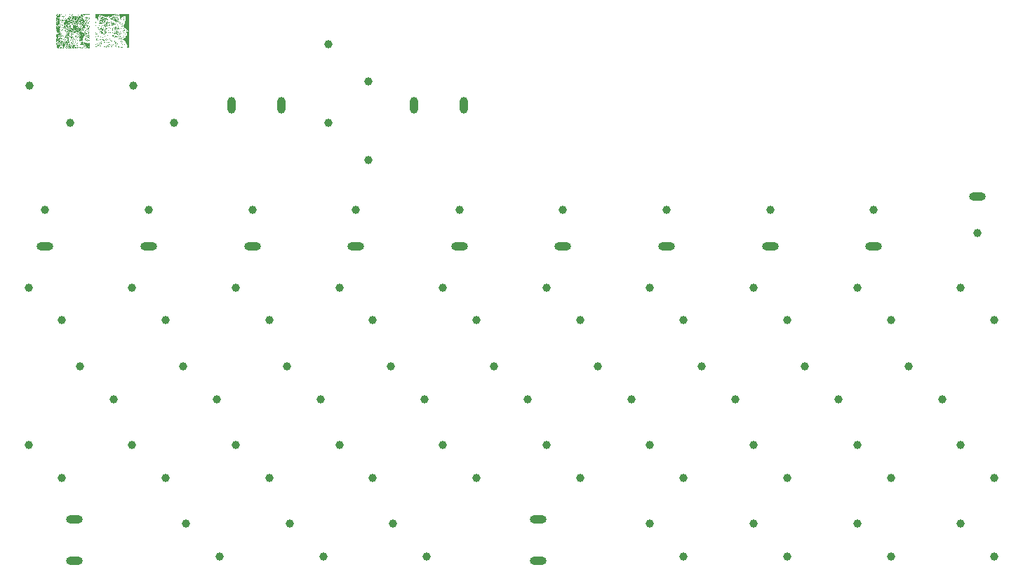
<source format=gbp>
G04 Layer: BottomPasteMaskLayer*
G04 EasyEDA Pro v2.2.27.1, 2024-10-03 04:14:18*
G04 Gerber Generator version 0.3*
G04 Scale: 100 percent, Rotated: No, Reflected: No*
G04 Dimensions in millimeters*
G04 Leading zeros omitted, absolute positions, 3 integers and 5 decimals*

%TF.GenerationSoftware,KiCad,Pcbnew,8.0.5-unknown-202409261835~48b9027842~ubuntu24.04.1*%
%TF.CreationDate,2024-10-03T03:13:53+08:00*%
%TF.ProjectId,EL6170_Pro_Max_Plus,454c3631-3730-45f5-9072-6f5f4d61785f,rev?*%
%TF.SameCoordinates,Original*%
%TF.FileFunction,Paste,Bot*%
%TF.FilePolarity,Positive*%
%FSLAX46Y46*%
G04 Gerber Fmt 4.6, Leading zero omitted, Abs format (unit mm)*
G04 Created by KiCad (PCBNEW 8.0.5-unknown-202409261835~48b9027842~ubuntu24.04.1) date 2024-10-03 03:13:53*
%MOMM*%
%LPD*%
G01*
G04 APERTURE LIST*
%ADD10C,0.000000*%
%ADD11C,1.000000*%
%ADD12O,2.000000X1.000000*%
%ADD13O,1.000000X2.000000*%
G04 APERTURE END LIST*
D10*
G36*
X101564600Y-68414200D02*
G01*
X101310600Y-68414200D01*
X101310600Y-68388800D01*
X101564600Y-68388800D01*
X101564600Y-68414200D01*
G37*
G36*
X101412200Y-66229800D02*
G01*
X101310600Y-66229800D01*
X101310600Y-66204400D01*
X101412200Y-66204400D01*
X101412200Y-66229800D01*
G37*
G36*
X101386800Y-67144200D02*
G01*
X101336000Y-67144200D01*
X101336000Y-67118800D01*
X101386800Y-67118800D01*
X101386800Y-67144200D01*
G37*
G36*
X108577800Y-67139800D02*
G01*
X108552400Y-67139800D01*
X108552400Y-67114400D01*
X108577800Y-67114400D01*
X108577800Y-67139800D01*
G37*
G36*
X106291800Y-67749400D02*
G01*
X106266400Y-67749400D01*
X106266400Y-67724000D01*
X106291800Y-67724000D01*
X106291800Y-67749400D01*
G37*
G36*
X107993600Y-66047600D02*
G01*
X107968200Y-66047600D01*
X107968200Y-66022200D01*
X107993600Y-66022200D01*
X107993600Y-66047600D01*
G37*
G36*
X102834600Y-68007800D02*
G01*
X102758400Y-68007800D01*
X102758400Y-67982400D01*
X102834600Y-67982400D01*
X102834600Y-68007800D01*
G37*
G36*
X101945600Y-66407600D02*
G01*
X101894800Y-66407600D01*
X101894800Y-66382200D01*
X101945600Y-66382200D01*
X101945600Y-66407600D01*
G37*
G36*
X106926800Y-68257400D02*
G01*
X106901400Y-68257400D01*
X106901400Y-68232000D01*
X106926800Y-68232000D01*
X106926800Y-68257400D01*
G37*
G36*
X104358600Y-68084000D02*
G01*
X104307800Y-68084000D01*
X104307800Y-68058600D01*
X104358600Y-68058600D01*
X104358600Y-68084000D01*
G37*
G36*
X107434800Y-66327000D02*
G01*
X107409400Y-66327000D01*
X107409400Y-66301600D01*
X107434800Y-66301600D01*
X107434800Y-66327000D01*
G37*
G36*
X103495000Y-66179000D02*
G01*
X103444200Y-66179000D01*
X103444200Y-66153600D01*
X103495000Y-66153600D01*
X103495000Y-66179000D01*
G37*
G36*
X107028400Y-67216000D02*
G01*
X106977600Y-67216000D01*
X106977600Y-67190600D01*
X107028400Y-67190600D01*
X107028400Y-67216000D01*
G37*
G36*
X105298400Y-65315400D02*
G01*
X105273000Y-65315400D01*
X105273000Y-65290000D01*
X105298400Y-65290000D01*
X105298400Y-65315400D01*
G37*
G36*
X106698200Y-67978000D02*
G01*
X106672800Y-67978000D01*
X106672800Y-67952600D01*
X106698200Y-67952600D01*
X106698200Y-67978000D01*
G37*
G36*
X101717000Y-66763200D02*
G01*
X101666200Y-66763200D01*
X101666200Y-66737800D01*
X101717000Y-66737800D01*
X101717000Y-66763200D01*
G37*
G36*
X105095200Y-66128200D02*
G01*
X105069800Y-66128200D01*
X105069800Y-66102800D01*
X105095200Y-66102800D01*
X105095200Y-66128200D01*
G37*
G36*
X108781000Y-67165200D02*
G01*
X108755600Y-67165200D01*
X108755600Y-67139800D01*
X108781000Y-67139800D01*
X108781000Y-67165200D01*
G37*
G36*
X106088600Y-68257400D02*
G01*
X106063200Y-68257400D01*
X106063200Y-68232000D01*
X106088600Y-68232000D01*
X106088600Y-68257400D01*
G37*
G36*
X103012400Y-68084000D02*
G01*
X102987000Y-68084000D01*
X102987000Y-68058600D01*
X103012400Y-68058600D01*
X103012400Y-68084000D01*
G37*
G36*
X104942800Y-65747200D02*
G01*
X104917400Y-65747200D01*
X104917400Y-65721800D01*
X104942800Y-65721800D01*
X104942800Y-65747200D01*
G37*
G36*
X101767800Y-66509200D02*
G01*
X101717000Y-66509200D01*
X101717000Y-66483800D01*
X101767800Y-66483800D01*
X101767800Y-66509200D01*
G37*
G36*
X109314400Y-67114400D02*
G01*
X109289000Y-67114400D01*
X109289000Y-67089000D01*
X109314400Y-67089000D01*
X109314400Y-67114400D01*
G37*
G36*
X103114000Y-68998400D02*
G01*
X103037800Y-68998400D01*
X103037800Y-68973000D01*
X103114000Y-68973000D01*
X103114000Y-68998400D01*
G37*
G36*
X103571200Y-68617400D02*
G01*
X103545800Y-68617400D01*
X103545800Y-68592000D01*
X103571200Y-68592000D01*
X103571200Y-68617400D01*
G37*
G36*
X101640800Y-67830000D02*
G01*
X101539200Y-67830000D01*
X101539200Y-67804600D01*
X101640800Y-67804600D01*
X101640800Y-67830000D01*
G37*
G36*
X101336000Y-65417000D02*
G01*
X101310600Y-65417000D01*
X101310600Y-65391600D01*
X101336000Y-65391600D01*
X101336000Y-65417000D01*
G37*
G36*
X108374600Y-67749400D02*
G01*
X108349200Y-67749400D01*
X108349200Y-67724000D01*
X108374600Y-67724000D01*
X108374600Y-67749400D01*
G37*
G36*
X104587200Y-68414200D02*
G01*
X104561800Y-68414200D01*
X104561800Y-68388800D01*
X104587200Y-68388800D01*
X104587200Y-68414200D01*
G37*
G36*
X104739600Y-68109400D02*
G01*
X104714200Y-68109400D01*
X104714200Y-68084000D01*
X104739600Y-68084000D01*
X104739600Y-68109400D01*
G37*
G36*
X109212800Y-67851000D02*
G01*
X109187400Y-67851000D01*
X109187400Y-67825600D01*
X109212800Y-67825600D01*
X109212800Y-67851000D01*
G37*
G36*
X109644600Y-67470000D02*
G01*
X109619200Y-67470000D01*
X109619200Y-67444600D01*
X109644600Y-67444600D01*
X109644600Y-67470000D01*
G37*
G36*
X103977600Y-68084000D02*
G01*
X103952200Y-68084000D01*
X103952200Y-68058600D01*
X103977600Y-68058600D01*
X103977600Y-68084000D01*
G37*
G36*
X106952200Y-67114400D02*
G01*
X106901400Y-67114400D01*
X106901400Y-67089000D01*
X106952200Y-67089000D01*
X106952200Y-67114400D01*
G37*
G36*
X105374600Y-67626800D02*
G01*
X105349200Y-67626800D01*
X105349200Y-67601400D01*
X105374600Y-67601400D01*
X105374600Y-67626800D01*
G37*
G36*
X103520400Y-68388800D02*
G01*
X103495000Y-68388800D01*
X103495000Y-68363400D01*
X103520400Y-68363400D01*
X103520400Y-68388800D01*
G37*
G36*
X108806400Y-65768200D02*
G01*
X108755600Y-65768200D01*
X108755600Y-65742800D01*
X108806400Y-65742800D01*
X108806400Y-65768200D01*
G37*
G36*
X103469600Y-65823400D02*
G01*
X103368000Y-65823400D01*
X103368000Y-65798000D01*
X103469600Y-65798000D01*
X103469600Y-65823400D01*
G37*
G36*
X101971000Y-66001200D02*
G01*
X101945600Y-66001200D01*
X101945600Y-65975800D01*
X101971000Y-65975800D01*
X101971000Y-66001200D01*
G37*
G36*
X109568400Y-67317600D02*
G01*
X109543000Y-67317600D01*
X109543000Y-67292200D01*
X109568400Y-67292200D01*
X109568400Y-67317600D01*
G37*
G36*
X104765000Y-66483800D02*
G01*
X104663400Y-66483800D01*
X104663400Y-66458400D01*
X104765000Y-66458400D01*
X104765000Y-66483800D01*
G37*
G36*
X102047200Y-66737800D02*
G01*
X102021800Y-66737800D01*
X102021800Y-66712400D01*
X102047200Y-66712400D01*
X102047200Y-66737800D01*
G37*
G36*
X102326600Y-68973000D02*
G01*
X102275800Y-68973000D01*
X102275800Y-68947600D01*
X102326600Y-68947600D01*
X102326600Y-68973000D01*
G37*
G36*
X106190200Y-67800200D02*
G01*
X106164800Y-67800200D01*
X106164800Y-67774800D01*
X106190200Y-67774800D01*
X106190200Y-67800200D01*
G37*
G36*
X103774400Y-66610800D02*
G01*
X103672800Y-66610800D01*
X103672800Y-66585400D01*
X103774400Y-66585400D01*
X103774400Y-66610800D01*
G37*
G36*
X102783800Y-65772600D02*
G01*
X102656800Y-65772600D01*
X102656800Y-65747200D01*
X102783800Y-65747200D01*
X102783800Y-65772600D01*
G37*
G36*
X101767800Y-66610800D02*
G01*
X101666200Y-66610800D01*
X101666200Y-66585400D01*
X101767800Y-66585400D01*
X101767800Y-66610800D01*
G37*
G36*
X101437600Y-65747200D02*
G01*
X101361400Y-65747200D01*
X101361400Y-65721800D01*
X101437600Y-65721800D01*
X101437600Y-65747200D01*
G37*
G36*
X102580600Y-66941000D02*
G01*
X102529800Y-66941000D01*
X102529800Y-66915600D01*
X102580600Y-66915600D01*
X102580600Y-66941000D01*
G37*
G36*
X108781000Y-69019400D02*
G01*
X108755600Y-69019400D01*
X108755600Y-68994000D01*
X108781000Y-68994000D01*
X108781000Y-69019400D01*
G37*
G36*
X104765000Y-67169600D02*
G01*
X104739600Y-67169600D01*
X104739600Y-67144200D01*
X104765000Y-67144200D01*
X104765000Y-67169600D01*
G37*
G36*
X107384000Y-67038200D02*
G01*
X107358600Y-67038200D01*
X107358600Y-67012800D01*
X107384000Y-67012800D01*
X107384000Y-67038200D01*
G37*
G36*
X107638000Y-66250800D02*
G01*
X107612600Y-66250800D01*
X107612600Y-66225400D01*
X107638000Y-66225400D01*
X107638000Y-66250800D01*
G37*
G36*
X103266400Y-65823400D02*
G01*
X103215600Y-65823400D01*
X103215600Y-65798000D01*
X103266400Y-65798000D01*
X103266400Y-65823400D01*
G37*
G36*
X102682200Y-65848800D02*
G01*
X102631400Y-65848800D01*
X102631400Y-65823400D01*
X102682200Y-65823400D01*
X102682200Y-65848800D01*
G37*
G36*
X104434800Y-69125400D02*
G01*
X104409400Y-69125400D01*
X104409400Y-69100000D01*
X104434800Y-69100000D01*
X104434800Y-69125400D01*
G37*
G36*
X108120600Y-67216000D02*
G01*
X108095200Y-67216000D01*
X108095200Y-67190600D01*
X108120600Y-67190600D01*
X108120600Y-67216000D01*
G37*
G36*
X106723600Y-66123800D02*
G01*
X106672800Y-66123800D01*
X106672800Y-66098400D01*
X106723600Y-66098400D01*
X106723600Y-66123800D01*
G37*
G36*
X103063200Y-65188400D02*
G01*
X103037800Y-65188400D01*
X103037800Y-65163000D01*
X103063200Y-65163000D01*
X103063200Y-65188400D01*
G37*
G36*
X107663400Y-67876400D02*
G01*
X107638000Y-67876400D01*
X107638000Y-67851000D01*
X107663400Y-67851000D01*
X107663400Y-67876400D01*
G37*
G36*
X101336000Y-68820600D02*
G01*
X101310600Y-68820600D01*
X101310600Y-68795200D01*
X101336000Y-68795200D01*
X101336000Y-68820600D01*
G37*
G36*
X108501600Y-68613000D02*
G01*
X108476200Y-68613000D01*
X108476200Y-68587600D01*
X108501600Y-68587600D01*
X108501600Y-68613000D01*
G37*
G36*
X105273000Y-66788600D02*
G01*
X105247600Y-66788600D01*
X105247600Y-66763200D01*
X105273000Y-66763200D01*
X105273000Y-66788600D01*
G37*
G36*
X108806400Y-68867000D02*
G01*
X108781000Y-68867000D01*
X108781000Y-68841600D01*
X108806400Y-68841600D01*
X108806400Y-68867000D01*
G37*
G36*
X102606000Y-68998400D02*
G01*
X102580600Y-68998400D01*
X102580600Y-68973000D01*
X102606000Y-68973000D01*
X102606000Y-68998400D01*
G37*
G36*
X104460200Y-66534600D02*
G01*
X104434800Y-66534600D01*
X104434800Y-66509200D01*
X104460200Y-66509200D01*
X104460200Y-66534600D01*
G37*
G36*
X107130000Y-65590400D02*
G01*
X107079200Y-65590400D01*
X107079200Y-65565000D01*
X107130000Y-65565000D01*
X107130000Y-65590400D01*
G37*
G36*
X107485600Y-68054200D02*
G01*
X107460200Y-68054200D01*
X107460200Y-68028800D01*
X107485600Y-68028800D01*
X107485600Y-68054200D01*
G37*
G36*
X103952200Y-67499800D02*
G01*
X103926800Y-67499800D01*
X103926800Y-67474400D01*
X103952200Y-67474400D01*
X103952200Y-67499800D01*
G37*
G36*
X106114000Y-67470000D02*
G01*
X106088600Y-67470000D01*
X106088600Y-67444600D01*
X106114000Y-67444600D01*
X106114000Y-67470000D01*
G37*
G36*
X107866600Y-66860400D02*
G01*
X107841200Y-66860400D01*
X107841200Y-66835000D01*
X107866600Y-66835000D01*
X107866600Y-66860400D01*
G37*
G36*
X102631400Y-65417000D02*
G01*
X102606000Y-65417000D01*
X102606000Y-65391600D01*
X102631400Y-65391600D01*
X102631400Y-65417000D01*
G37*
G36*
X109238200Y-68867000D02*
G01*
X109212800Y-68867000D01*
X109212800Y-68841600D01*
X109238200Y-68841600D01*
X109238200Y-68867000D01*
G37*
G36*
X102707600Y-66229800D02*
G01*
X102682200Y-66229800D01*
X102682200Y-66204400D01*
X102707600Y-66204400D01*
X102707600Y-66229800D01*
G37*
G36*
X104536400Y-68236400D02*
G01*
X104460200Y-68236400D01*
X104460200Y-68211000D01*
X104536400Y-68211000D01*
X104536400Y-68236400D01*
G37*
G36*
X106190200Y-66885800D02*
G01*
X106164800Y-66885800D01*
X106164800Y-66860400D01*
X106190200Y-66860400D01*
X106190200Y-66885800D01*
G37*
G36*
X102225000Y-65620200D02*
G01*
X102199600Y-65620200D01*
X102199600Y-65594800D01*
X102225000Y-65594800D01*
X102225000Y-65620200D01*
G37*
G36*
X108400000Y-65311000D02*
G01*
X108374600Y-65311000D01*
X108374600Y-65285600D01*
X108400000Y-65285600D01*
X108400000Y-65311000D01*
G37*
G36*
X102174200Y-68388800D02*
G01*
X102123400Y-68388800D01*
X102123400Y-68363400D01*
X102174200Y-68363400D01*
X102174200Y-68388800D01*
G37*
G36*
X107714200Y-67800200D02*
G01*
X107688800Y-67800200D01*
X107688800Y-67774800D01*
X107714200Y-67774800D01*
X107714200Y-67800200D01*
G37*
G36*
X108171400Y-68308200D02*
G01*
X108146000Y-68308200D01*
X108146000Y-68282800D01*
X108171400Y-68282800D01*
X108171400Y-68308200D01*
G37*
G36*
X105120600Y-68287200D02*
G01*
X105095200Y-68287200D01*
X105095200Y-68261800D01*
X105120600Y-68261800D01*
X105120600Y-68287200D01*
G37*
G36*
X108476200Y-66327000D02*
G01*
X108450800Y-66327000D01*
X108450800Y-66301600D01*
X108476200Y-66301600D01*
X108476200Y-66327000D01*
G37*
G36*
X103266400Y-68465000D02*
G01*
X103241000Y-68465000D01*
X103241000Y-68439600D01*
X103266400Y-68439600D01*
X103266400Y-68465000D01*
G37*
G36*
X104790400Y-67601400D02*
G01*
X104536400Y-67601400D01*
X104536400Y-67576000D01*
X104790400Y-67576000D01*
X104790400Y-67601400D01*
G37*
G36*
X104333200Y-65772600D02*
G01*
X104130000Y-65772600D01*
X104130000Y-65747200D01*
X104333200Y-65747200D01*
X104333200Y-65772600D01*
G37*
G36*
X104790400Y-68185600D02*
G01*
X104765000Y-68185600D01*
X104765000Y-68160200D01*
X104790400Y-68160200D01*
X104790400Y-68185600D01*
G37*
G36*
X104206200Y-67449000D02*
G01*
X104180800Y-67449000D01*
X104180800Y-67423600D01*
X104206200Y-67423600D01*
X104206200Y-67449000D01*
G37*
G36*
X105146000Y-66255200D02*
G01*
X105120600Y-66255200D01*
X105120600Y-66229800D01*
X105146000Y-66229800D01*
X105146000Y-66255200D01*
G37*
G36*
X104714200Y-67169600D02*
G01*
X104688800Y-67169600D01*
X104688800Y-67144200D01*
X104714200Y-67144200D01*
X104714200Y-67169600D01*
G37*
G36*
X107434800Y-67622400D02*
G01*
X107409400Y-67622400D01*
X107409400Y-67597000D01*
X107434800Y-67597000D01*
X107434800Y-67622400D01*
G37*
G36*
X109441400Y-69070200D02*
G01*
X109416000Y-69070200D01*
X109416000Y-69044800D01*
X109441400Y-69044800D01*
X109441400Y-69070200D01*
G37*
G36*
X104968200Y-66026600D02*
G01*
X104942800Y-66026600D01*
X104942800Y-66001200D01*
X104968200Y-66001200D01*
X104968200Y-66026600D01*
G37*
G36*
X103368000Y-68947600D02*
G01*
X103317200Y-68947600D01*
X103317200Y-68922200D01*
X103368000Y-68922200D01*
X103368000Y-68947600D01*
G37*
G36*
X108755600Y-65946000D02*
G01*
X108679400Y-65946000D01*
X108679400Y-65920600D01*
X108755600Y-65920600D01*
X108755600Y-65946000D01*
G37*
G36*
X107688800Y-66708000D02*
G01*
X107663400Y-66708000D01*
X107663400Y-66682600D01*
X107688800Y-66682600D01*
X107688800Y-66708000D01*
G37*
G36*
X102402800Y-66229800D02*
G01*
X102301200Y-66229800D01*
X102301200Y-66204400D01*
X102402800Y-66204400D01*
X102402800Y-66229800D01*
G37*
G36*
X106850600Y-67495400D02*
G01*
X106825200Y-67495400D01*
X106825200Y-67470000D01*
X106850600Y-67470000D01*
X106850600Y-67495400D01*
G37*
G36*
X106977600Y-67139800D02*
G01*
X106952200Y-67139800D01*
X106952200Y-67114400D01*
X106977600Y-67114400D01*
X106977600Y-67139800D01*
G37*
G36*
X104384000Y-66610800D02*
G01*
X104333200Y-66610800D01*
X104333200Y-66585400D01*
X104384000Y-66585400D01*
X104384000Y-66610800D01*
G37*
G36*
X108323800Y-66225400D02*
G01*
X108273000Y-66225400D01*
X108273000Y-66200000D01*
X108323800Y-66200000D01*
X108323800Y-66225400D01*
G37*
G36*
X108222200Y-65692000D02*
G01*
X108196800Y-65692000D01*
X108196800Y-65666600D01*
X108222200Y-65666600D01*
X108222200Y-65692000D01*
G37*
G36*
X103926800Y-67169600D02*
G01*
X103749000Y-67169600D01*
X103749000Y-67144200D01*
X103926800Y-67144200D01*
X103926800Y-67169600D01*
G37*
G36*
X104180800Y-66128200D02*
G01*
X104003000Y-66128200D01*
X104003000Y-66102800D01*
X104180800Y-66102800D01*
X104180800Y-66128200D01*
G37*
G36*
X104130000Y-65061400D02*
G01*
X104104600Y-65061400D01*
X104104600Y-65036000D01*
X104130000Y-65036000D01*
X104130000Y-65061400D01*
G37*
G36*
X108958800Y-66987400D02*
G01*
X108882600Y-66987400D01*
X108882600Y-66962000D01*
X108958800Y-66962000D01*
X108958800Y-66987400D01*
G37*
G36*
X107180800Y-67546200D02*
G01*
X107155400Y-67546200D01*
X107155400Y-67520800D01*
X107180800Y-67520800D01*
X107180800Y-67546200D01*
G37*
G36*
X102707600Y-67880800D02*
G01*
X102606000Y-67880800D01*
X102606000Y-67855400D01*
X102707600Y-67855400D01*
X102707600Y-67880800D01*
G37*
G36*
X109085800Y-66911200D02*
G01*
X109060400Y-66911200D01*
X109060400Y-66885800D01*
X109085800Y-66885800D01*
X109085800Y-66911200D01*
G37*
G36*
X102275800Y-65213800D02*
G01*
X102250400Y-65213800D01*
X102250400Y-65188400D01*
X102275800Y-65188400D01*
X102275800Y-65213800D01*
G37*
G36*
X108069800Y-68841600D02*
G01*
X108044400Y-68841600D01*
X108044400Y-68816200D01*
X108069800Y-68816200D01*
X108069800Y-68841600D01*
G37*
G36*
X107104600Y-66428600D02*
G01*
X107053800Y-66428600D01*
X107053800Y-66403200D01*
X107104600Y-66403200D01*
X107104600Y-66428600D01*
G37*
G36*
X108120600Y-65869800D02*
G01*
X108095200Y-65869800D01*
X108095200Y-65844400D01*
X108120600Y-65844400D01*
X108120600Y-65869800D01*
G37*
G36*
X103876000Y-66052000D02*
G01*
X103698200Y-66052000D01*
X103698200Y-66026600D01*
X103876000Y-66026600D01*
X103876000Y-66052000D01*
G37*
G36*
X103749000Y-69125400D02*
G01*
X103596600Y-69125400D01*
X103596600Y-69100000D01*
X103749000Y-69100000D01*
X103749000Y-69125400D01*
G37*
G36*
X101691600Y-67982400D02*
G01*
X101640800Y-67982400D01*
X101640800Y-67957000D01*
X101691600Y-67957000D01*
X101691600Y-67982400D01*
G37*
G36*
X102860000Y-65594800D02*
G01*
X102783800Y-65594800D01*
X102783800Y-65569400D01*
X102860000Y-65569400D01*
X102860000Y-65594800D01*
G37*
G36*
X108882600Y-66250800D02*
G01*
X108857200Y-66250800D01*
X108857200Y-66225400D01*
X108882600Y-66225400D01*
X108882600Y-66250800D01*
G37*
G36*
X110101800Y-67241400D02*
G01*
X109771600Y-67241400D01*
X109771600Y-67216000D01*
X110101800Y-67216000D01*
X110101800Y-67241400D01*
G37*
G36*
X102936200Y-67576000D02*
G01*
X102834600Y-67576000D01*
X102834600Y-67550600D01*
X102936200Y-67550600D01*
X102936200Y-67576000D01*
G37*
G36*
X104307800Y-68236400D02*
G01*
X104257000Y-68236400D01*
X104257000Y-68211000D01*
X104307800Y-68211000D01*
X104307800Y-68236400D01*
G37*
G36*
X108044400Y-66098400D02*
G01*
X107993600Y-66098400D01*
X107993600Y-66073000D01*
X108044400Y-66073000D01*
X108044400Y-66098400D01*
G37*
G36*
X104815800Y-68109400D02*
G01*
X104765000Y-68109400D01*
X104765000Y-68084000D01*
X104815800Y-68084000D01*
X104815800Y-68109400D01*
G37*
G36*
X106672800Y-68816200D02*
G01*
X106647400Y-68816200D01*
X106647400Y-68790800D01*
X106672800Y-68790800D01*
X106672800Y-68816200D01*
G37*
G36*
X103114000Y-67728400D02*
G01*
X103063200Y-67728400D01*
X103063200Y-67703000D01*
X103114000Y-67703000D01*
X103114000Y-67728400D01*
G37*
G36*
X104384000Y-66229800D02*
G01*
X104333200Y-66229800D01*
X104333200Y-66204400D01*
X104384000Y-66204400D01*
X104384000Y-66229800D01*
G37*
G36*
X103926800Y-67626800D02*
G01*
X103901400Y-67626800D01*
X103901400Y-67601400D01*
X103926800Y-67601400D01*
X103926800Y-67626800D01*
G37*
G36*
X105349200Y-67423600D02*
G01*
X105323800Y-67423600D01*
X105323800Y-67398200D01*
X105349200Y-67398200D01*
X105349200Y-67423600D01*
G37*
G36*
X101386800Y-66991800D02*
G01*
X101310600Y-66991800D01*
X101310600Y-66966400D01*
X101386800Y-66966400D01*
X101386800Y-66991800D01*
G37*
G36*
X109085800Y-67444600D02*
G01*
X109060400Y-67444600D01*
X109060400Y-67419200D01*
X109085800Y-67419200D01*
X109085800Y-67444600D01*
G37*
G36*
X101539200Y-65112200D02*
G01*
X101488400Y-65112200D01*
X101488400Y-65086800D01*
X101539200Y-65086800D01*
X101539200Y-65112200D01*
G37*
G36*
X106164800Y-67190600D02*
G01*
X106139400Y-67190600D01*
X106139400Y-67165200D01*
X106164800Y-67165200D01*
X106164800Y-67190600D01*
G37*
G36*
X108247600Y-66403200D02*
G01*
X108196800Y-66403200D01*
X108196800Y-66377800D01*
X108247600Y-66377800D01*
X108247600Y-66403200D01*
G37*
G36*
X101844000Y-66661600D02*
G01*
X101793200Y-66661600D01*
X101793200Y-66636200D01*
X101844000Y-66636200D01*
X101844000Y-66661600D01*
G37*
G36*
X108222200Y-66784200D02*
G01*
X108196800Y-66784200D01*
X108196800Y-66758800D01*
X108222200Y-66758800D01*
X108222200Y-66784200D01*
G37*
G36*
X108704800Y-67444600D02*
G01*
X108654000Y-67444600D01*
X108654000Y-67419200D01*
X108704800Y-67419200D01*
X108704800Y-67444600D01*
G37*
G36*
X107815800Y-68714600D02*
G01*
X107790400Y-68714600D01*
X107790400Y-68689200D01*
X107815800Y-68689200D01*
X107815800Y-68714600D01*
G37*
G36*
X104409400Y-68287200D02*
G01*
X104282400Y-68287200D01*
X104282400Y-68261800D01*
X104409400Y-68261800D01*
X104409400Y-68287200D01*
G37*
G36*
X107003000Y-65514200D02*
G01*
X106952200Y-65514200D01*
X106952200Y-65488800D01*
X107003000Y-65488800D01*
X107003000Y-65514200D01*
G37*
G36*
X109441400Y-66352400D02*
G01*
X109416000Y-66352400D01*
X109416000Y-66327000D01*
X109441400Y-66327000D01*
X109441400Y-66352400D01*
G37*
G36*
X104104600Y-69100000D02*
G01*
X104079200Y-69100000D01*
X104079200Y-69074600D01*
X104104600Y-69074600D01*
X104104600Y-69100000D01*
G37*
G36*
X103037800Y-66966400D02*
G01*
X102987000Y-66966400D01*
X102987000Y-66941000D01*
X103037800Y-66941000D01*
X103037800Y-66966400D01*
G37*
G36*
X107384000Y-67724000D02*
G01*
X107358600Y-67724000D01*
X107358600Y-67698600D01*
X107384000Y-67698600D01*
X107384000Y-67724000D01*
G37*
G36*
X104180800Y-69049200D02*
G01*
X104155400Y-69049200D01*
X104155400Y-69023800D01*
X104180800Y-69023800D01*
X104180800Y-69049200D01*
G37*
G36*
X108806400Y-67393800D02*
G01*
X108781000Y-67393800D01*
X108781000Y-67368400D01*
X108806400Y-67368400D01*
X108806400Y-67393800D01*
G37*
G36*
X101844000Y-67372800D02*
G01*
X101437600Y-67372800D01*
X101437600Y-67347400D01*
X101844000Y-67347400D01*
X101844000Y-67372800D01*
G37*
G36*
X103393400Y-67703000D02*
G01*
X103342600Y-67703000D01*
X103342600Y-67677600D01*
X103393400Y-67677600D01*
X103393400Y-67703000D01*
G37*
G36*
X102453600Y-68947600D02*
G01*
X102402800Y-68947600D01*
X102402800Y-68922200D01*
X102453600Y-68922200D01*
X102453600Y-68947600D01*
G37*
G36*
X107257000Y-67622400D02*
G01*
X107231600Y-67622400D01*
X107231600Y-67597000D01*
X107257000Y-67597000D01*
X107257000Y-67622400D01*
G37*
G36*
X104079200Y-65442400D02*
G01*
X103977600Y-65442400D01*
X103977600Y-65417000D01*
X104079200Y-65417000D01*
X104079200Y-65442400D01*
G37*
G36*
X103698200Y-67728400D02*
G01*
X103672800Y-67728400D01*
X103672800Y-67703000D01*
X103698200Y-67703000D01*
X103698200Y-67728400D01*
G37*
G36*
X108501600Y-65260200D02*
G01*
X108400000Y-65260200D01*
X108400000Y-65234800D01*
X108501600Y-65234800D01*
X108501600Y-65260200D01*
G37*
G36*
X101564600Y-65975800D02*
G01*
X101488400Y-65975800D01*
X101488400Y-65950400D01*
X101564600Y-65950400D01*
X101564600Y-65975800D01*
G37*
G36*
X107079200Y-65996800D02*
G01*
X107053800Y-65996800D01*
X107053800Y-65971400D01*
X107079200Y-65971400D01*
X107079200Y-65996800D01*
G37*
G36*
X102809200Y-66026600D02*
G01*
X102783800Y-66026600D01*
X102783800Y-66001200D01*
X102809200Y-66001200D01*
X102809200Y-66026600D01*
G37*
G36*
X108196800Y-66555600D02*
G01*
X108171400Y-66555600D01*
X108171400Y-66530200D01*
X108196800Y-66530200D01*
X108196800Y-66555600D01*
G37*
G36*
X102098000Y-68566600D02*
G01*
X102047200Y-68566600D01*
X102047200Y-68541200D01*
X102098000Y-68541200D01*
X102098000Y-68566600D01*
G37*
G36*
X109466800Y-66835000D02*
G01*
X109441400Y-66835000D01*
X109441400Y-66809600D01*
X109466800Y-66809600D01*
X109466800Y-66835000D01*
G37*
G36*
X108654000Y-65946000D02*
G01*
X108603200Y-65946000D01*
X108603200Y-65920600D01*
X108654000Y-65920600D01*
X108654000Y-65946000D01*
G37*
G36*
X107866600Y-65946000D02*
G01*
X107841200Y-65946000D01*
X107841200Y-65920600D01*
X107866600Y-65920600D01*
X107866600Y-65946000D01*
G37*
G36*
X102148800Y-65366200D02*
G01*
X102123400Y-65366200D01*
X102123400Y-65340800D01*
X102148800Y-65340800D01*
X102148800Y-65366200D01*
G37*
G36*
X101717000Y-66915600D02*
G01*
X101666200Y-66915600D01*
X101666200Y-66890200D01*
X101717000Y-66890200D01*
X101717000Y-66915600D01*
G37*
G36*
X102555200Y-67017200D02*
G01*
X102428200Y-67017200D01*
X102428200Y-66991800D01*
X102555200Y-66991800D01*
X102555200Y-67017200D01*
G37*
G36*
X104003000Y-66915600D02*
G01*
X103901400Y-66915600D01*
X103901400Y-66890200D01*
X104003000Y-66890200D01*
X104003000Y-66915600D01*
G37*
G36*
X108501600Y-66657200D02*
G01*
X108476200Y-66657200D01*
X108476200Y-66631800D01*
X108501600Y-66631800D01*
X108501600Y-66657200D01*
G37*
G36*
X103520400Y-67245800D02*
G01*
X103469600Y-67245800D01*
X103469600Y-67220400D01*
X103520400Y-67220400D01*
X103520400Y-67245800D01*
G37*
G36*
X108095200Y-66225400D02*
G01*
X108069800Y-66225400D01*
X108069800Y-66200000D01*
X108095200Y-66200000D01*
X108095200Y-66225400D01*
G37*
G36*
X103291800Y-67195000D02*
G01*
X103164800Y-67195000D01*
X103164800Y-67169600D01*
X103291800Y-67169600D01*
X103291800Y-67195000D01*
G37*
G36*
X106266400Y-67647800D02*
G01*
X106241000Y-67647800D01*
X106241000Y-67622400D01*
X106266400Y-67622400D01*
X106266400Y-67647800D01*
G37*
G36*
X108577800Y-67012800D02*
G01*
X108552400Y-67012800D01*
X108552400Y-66987400D01*
X108577800Y-66987400D01*
X108577800Y-67012800D01*
G37*
G36*
X101844000Y-66636200D02*
G01*
X101717000Y-66636200D01*
X101717000Y-66610800D01*
X101844000Y-66610800D01*
X101844000Y-66636200D01*
G37*
G36*
X105196800Y-67550600D02*
G01*
X105171400Y-67550600D01*
X105171400Y-67525200D01*
X105196800Y-67525200D01*
X105196800Y-67550600D01*
G37*
G36*
X108044400Y-68181200D02*
G01*
X108019000Y-68181200D01*
X108019000Y-68155800D01*
X108044400Y-68155800D01*
X108044400Y-68181200D01*
G37*
G36*
X106749000Y-67393800D02*
G01*
X106698200Y-67393800D01*
X106698200Y-67368400D01*
X106749000Y-67368400D01*
X106749000Y-67393800D01*
G37*
G36*
X101513800Y-66712400D02*
G01*
X101386800Y-66712400D01*
X101386800Y-66687000D01*
X101513800Y-66687000D01*
X101513800Y-66712400D01*
G37*
G36*
X101590000Y-67423600D02*
G01*
X101539200Y-67423600D01*
X101539200Y-67398200D01*
X101590000Y-67398200D01*
X101590000Y-67423600D01*
G37*
G36*
X107180800Y-65844400D02*
G01*
X107130000Y-65844400D01*
X107130000Y-65819000D01*
X107180800Y-65819000D01*
X107180800Y-65844400D01*
G37*
G36*
X108552400Y-67444600D02*
G01*
X108501600Y-67444600D01*
X108501600Y-67419200D01*
X108552400Y-67419200D01*
X108552400Y-67444600D01*
G37*
G36*
X102910800Y-67322000D02*
G01*
X102860000Y-67322000D01*
X102860000Y-67296600D01*
X102910800Y-67296600D01*
X102910800Y-67322000D01*
G37*
G36*
X102453600Y-68973000D02*
G01*
X102402800Y-68973000D01*
X102402800Y-68947600D01*
X102453600Y-68947600D01*
X102453600Y-68973000D01*
G37*
G36*
X101590000Y-68236400D02*
G01*
X101564600Y-68236400D01*
X101564600Y-68211000D01*
X101590000Y-68211000D01*
X101590000Y-68236400D01*
G37*
G36*
X110101800Y-66200000D02*
G01*
X109593800Y-66200000D01*
X109593800Y-66174600D01*
X110101800Y-66174600D01*
X110101800Y-66200000D01*
G37*
G36*
X107104600Y-66047600D02*
G01*
X107079200Y-66047600D01*
X107079200Y-66022200D01*
X107104600Y-66022200D01*
X107104600Y-66047600D01*
G37*
G36*
X102504400Y-68744400D02*
G01*
X102453600Y-68744400D01*
X102453600Y-68719000D01*
X102504400Y-68719000D01*
X102504400Y-68744400D01*
G37*
G36*
X108654000Y-66936600D02*
G01*
X108603200Y-66936600D01*
X108603200Y-66911200D01*
X108654000Y-66911200D01*
X108654000Y-66936600D01*
G37*
G36*
X103723600Y-68439600D02*
G01*
X103647400Y-68439600D01*
X103647400Y-68414200D01*
X103723600Y-68414200D01*
X103723600Y-68439600D01*
G37*
G36*
X106698200Y-67520800D02*
G01*
X106672800Y-67520800D01*
X106672800Y-67495400D01*
X106698200Y-67495400D01*
X106698200Y-67520800D01*
G37*
G36*
X107765000Y-66758800D02*
G01*
X107739600Y-66758800D01*
X107739600Y-66733400D01*
X107765000Y-66733400D01*
X107765000Y-66758800D01*
G37*
G36*
X102072600Y-65315400D02*
G01*
X102047200Y-65315400D01*
X102047200Y-65290000D01*
X102072600Y-65290000D01*
X102072600Y-65315400D01*
G37*
G36*
X103850600Y-67753800D02*
G01*
X103825200Y-67753800D01*
X103825200Y-67728400D01*
X103850600Y-67728400D01*
X103850600Y-67753800D01*
G37*
G36*
X106418800Y-65996800D02*
G01*
X106393400Y-65996800D01*
X106393400Y-65971400D01*
X106418800Y-65971400D01*
X106418800Y-65996800D01*
G37*
G36*
X102758400Y-68795200D02*
G01*
X102733000Y-68795200D01*
X102733000Y-68769800D01*
X102758400Y-68769800D01*
X102758400Y-68795200D01*
G37*
G36*
X107434800Y-69019400D02*
G01*
X107409400Y-69019400D01*
X107409400Y-68994000D01*
X107434800Y-68994000D01*
X107434800Y-69019400D01*
G37*
G36*
X105349200Y-68490400D02*
G01*
X105323800Y-68490400D01*
X105323800Y-68465000D01*
X105349200Y-68465000D01*
X105349200Y-68490400D01*
G37*
G36*
X108349200Y-68257400D02*
G01*
X108323800Y-68257400D01*
X108323800Y-68232000D01*
X108349200Y-68232000D01*
X108349200Y-68257400D01*
G37*
G36*
X107663400Y-67266800D02*
G01*
X107638000Y-67266800D01*
X107638000Y-67241400D01*
X107663400Y-67241400D01*
X107663400Y-67266800D01*
G37*
G36*
X104663400Y-65264600D02*
G01*
X104638000Y-65264600D01*
X104638000Y-65239200D01*
X104663400Y-65239200D01*
X104663400Y-65264600D01*
G37*
G36*
X106241000Y-67089000D02*
G01*
X106215600Y-67089000D01*
X106215600Y-67063600D01*
X106241000Y-67063600D01*
X106241000Y-67089000D01*
G37*
G36*
X101666200Y-66712400D02*
G01*
X101615400Y-66712400D01*
X101615400Y-66687000D01*
X101666200Y-66687000D01*
X101666200Y-66712400D01*
G37*
G36*
X108120600Y-66581000D02*
G01*
X108095200Y-66581000D01*
X108095200Y-66555600D01*
X108120600Y-66555600D01*
X108120600Y-66581000D01*
G37*
G36*
X105095200Y-68185600D02*
G01*
X105069800Y-68185600D01*
X105069800Y-68160200D01*
X105095200Y-68160200D01*
X105095200Y-68185600D01*
G37*
G36*
X103444200Y-65620200D02*
G01*
X103393400Y-65620200D01*
X103393400Y-65594800D01*
X103444200Y-65594800D01*
X103444200Y-65620200D01*
G37*
G36*
X108781000Y-68917800D02*
G01*
X108755600Y-68917800D01*
X108755600Y-68892400D01*
X108781000Y-68892400D01*
X108781000Y-68917800D01*
G37*
G36*
X102885400Y-67271200D02*
G01*
X102809200Y-67271200D01*
X102809200Y-67245800D01*
X102885400Y-67245800D01*
X102885400Y-67271200D01*
G37*
G36*
X103622000Y-67957000D02*
G01*
X103596600Y-67957000D01*
X103596600Y-67931600D01*
X103622000Y-67931600D01*
X103622000Y-67957000D01*
G37*
G36*
X106520400Y-67216000D02*
G01*
X106495000Y-67216000D01*
X106495000Y-67190600D01*
X106520400Y-67190600D01*
X106520400Y-67216000D01*
G37*
G36*
X106469600Y-66123800D02*
G01*
X106444200Y-66123800D01*
X106444200Y-66098400D01*
X106469600Y-66098400D01*
X106469600Y-66123800D01*
G37*
G36*
X108273000Y-68028800D02*
G01*
X108247600Y-68028800D01*
X108247600Y-68003400D01*
X108273000Y-68003400D01*
X108273000Y-68028800D01*
G37*
G36*
X101412200Y-67957000D02*
G01*
X101361400Y-67957000D01*
X101361400Y-67931600D01*
X101412200Y-67931600D01*
X101412200Y-67957000D01*
G37*
G36*
X102326600Y-68160200D02*
G01*
X102301200Y-68160200D01*
X102301200Y-68134800D01*
X102326600Y-68134800D01*
X102326600Y-68160200D01*
G37*
G36*
X104333200Y-69023800D02*
G01*
X104307800Y-69023800D01*
X104307800Y-68998400D01*
X104333200Y-68998400D01*
X104333200Y-69023800D01*
G37*
G36*
X107993600Y-66962000D02*
G01*
X107968200Y-66962000D01*
X107968200Y-66936600D01*
X107993600Y-66936600D01*
X107993600Y-66962000D01*
G37*
G36*
X109314400Y-67774800D02*
G01*
X109289000Y-67774800D01*
X109289000Y-67749400D01*
X109314400Y-67749400D01*
X109314400Y-67774800D01*
G37*
G36*
X108450800Y-67241400D02*
G01*
X108400000Y-67241400D01*
X108400000Y-67216000D01*
X108450800Y-67216000D01*
X108450800Y-67241400D01*
G37*
G36*
X107384000Y-66225400D02*
G01*
X107358600Y-66225400D01*
X107358600Y-66200000D01*
X107384000Y-66200000D01*
X107384000Y-66225400D01*
G37*
G36*
X103012400Y-66255200D02*
G01*
X102961600Y-66255200D01*
X102961600Y-66229800D01*
X103012400Y-66229800D01*
X103012400Y-66255200D01*
G37*
G36*
X103876000Y-66534600D02*
G01*
X103825200Y-66534600D01*
X103825200Y-66509200D01*
X103876000Y-66509200D01*
X103876000Y-66534600D01*
G37*
G36*
X109212800Y-65793600D02*
G01*
X109187400Y-65793600D01*
X109187400Y-65768200D01*
X109212800Y-65768200D01*
X109212800Y-65793600D01*
G37*
G36*
X103266400Y-67804600D02*
G01*
X103114000Y-67804600D01*
X103114000Y-67779200D01*
X103266400Y-67779200D01*
X103266400Y-67804600D01*
G37*
G36*
X108831800Y-68968600D02*
G01*
X108806400Y-68968600D01*
X108806400Y-68943200D01*
X108831800Y-68943200D01*
X108831800Y-68968600D01*
G37*
G36*
X104841200Y-65340800D02*
G01*
X104815800Y-65340800D01*
X104815800Y-65315400D01*
X104841200Y-65315400D01*
X104841200Y-65340800D01*
G37*
G36*
X110101800Y-68130400D02*
G01*
X109517600Y-68130400D01*
X109517600Y-68105000D01*
X110101800Y-68105000D01*
X110101800Y-68130400D01*
G37*
G36*
X109212800Y-66200000D02*
G01*
X109187400Y-66200000D01*
X109187400Y-66174600D01*
X109212800Y-66174600D01*
X109212800Y-66200000D01*
G37*
G36*
X103495000Y-69023800D02*
G01*
X103444200Y-69023800D01*
X103444200Y-68998400D01*
X103495000Y-68998400D01*
X103495000Y-69023800D01*
G37*
G36*
X107231600Y-66860400D02*
G01*
X107180800Y-66860400D01*
X107180800Y-66835000D01*
X107231600Y-66835000D01*
X107231600Y-66860400D01*
G37*
G36*
X108679400Y-65895200D02*
G01*
X108628600Y-65895200D01*
X108628600Y-65869800D01*
X108679400Y-65869800D01*
X108679400Y-65895200D01*
G37*
G36*
X103977600Y-68388800D02*
G01*
X103901400Y-68388800D01*
X103901400Y-68363400D01*
X103977600Y-68363400D01*
X103977600Y-68388800D01*
G37*
G36*
X104282400Y-68084000D02*
G01*
X104104600Y-68084000D01*
X104104600Y-68058600D01*
X104282400Y-68058600D01*
X104282400Y-68084000D01*
G37*
G36*
X102377400Y-68109400D02*
G01*
X102352000Y-68109400D01*
X102352000Y-68084000D01*
X102377400Y-68084000D01*
X102377400Y-68109400D01*
G37*
G36*
X102961600Y-68541200D02*
G01*
X102910800Y-68541200D01*
X102910800Y-68515800D01*
X102961600Y-68515800D01*
X102961600Y-68541200D01*
G37*
G36*
X106596600Y-65590400D02*
G01*
X106545800Y-65590400D01*
X106545800Y-65565000D01*
X106596600Y-65565000D01*
X106596600Y-65590400D01*
G37*
G36*
X107231600Y-65895200D02*
G01*
X107180800Y-65895200D01*
X107180800Y-65869800D01*
X107231600Y-65869800D01*
X107231600Y-65895200D01*
G37*
G36*
X104942800Y-65061400D02*
G01*
X104917400Y-65061400D01*
X104917400Y-65036000D01*
X104942800Y-65036000D01*
X104942800Y-65061400D01*
G37*
G36*
X108781000Y-66962000D02*
G01*
X108730200Y-66962000D01*
X108730200Y-66936600D01*
X108781000Y-66936600D01*
X108781000Y-66962000D01*
G37*
G36*
X102910800Y-66001200D02*
G01*
X102860000Y-66001200D01*
X102860000Y-65975800D01*
X102910800Y-65975800D01*
X102910800Y-66001200D01*
G37*
G36*
X103571200Y-68439600D02*
G01*
X103545800Y-68439600D01*
X103545800Y-68414200D01*
X103571200Y-68414200D01*
X103571200Y-68439600D01*
G37*
G36*
X106926800Y-65463400D02*
G01*
X106876000Y-65463400D01*
X106876000Y-65438000D01*
X106926800Y-65438000D01*
X106926800Y-65463400D01*
G37*
G36*
X107688800Y-65920600D02*
G01*
X107663400Y-65920600D01*
X107663400Y-65895200D01*
X107688800Y-65895200D01*
X107688800Y-65920600D01*
G37*
G36*
X106647400Y-68587600D02*
G01*
X106622000Y-68587600D01*
X106622000Y-68562200D01*
X106647400Y-68562200D01*
X106647400Y-68587600D01*
G37*
G36*
X108755600Y-67216000D02*
G01*
X108730200Y-67216000D01*
X108730200Y-67190600D01*
X108755600Y-67190600D01*
X108755600Y-67216000D01*
G37*
G36*
X103622000Y-66636200D02*
G01*
X103342600Y-66636200D01*
X103342600Y-66610800D01*
X103622000Y-66610800D01*
X103622000Y-66636200D01*
G37*
G36*
X107333200Y-68994000D02*
G01*
X107307800Y-68994000D01*
X107307800Y-68968600D01*
X107333200Y-68968600D01*
X107333200Y-68994000D01*
G37*
G36*
X108806400Y-65590400D02*
G01*
X108755600Y-65590400D01*
X108755600Y-65565000D01*
X108806400Y-65565000D01*
X108806400Y-65590400D01*
G37*
G36*
X103063200Y-67398200D02*
G01*
X103037800Y-67398200D01*
X103037800Y-67372800D01*
X103063200Y-67372800D01*
X103063200Y-67398200D01*
G37*
G36*
X105400000Y-68338000D02*
G01*
X105374600Y-68338000D01*
X105374600Y-68312600D01*
X105400000Y-68312600D01*
X105400000Y-68338000D01*
G37*
G36*
X101615400Y-66636200D02*
G01*
X101564600Y-66636200D01*
X101564600Y-66610800D01*
X101615400Y-66610800D01*
X101615400Y-66636200D01*
G37*
G36*
X105222200Y-65899600D02*
G01*
X105196800Y-65899600D01*
X105196800Y-65874200D01*
X105222200Y-65874200D01*
X105222200Y-65899600D01*
G37*
G36*
X108374600Y-68181200D02*
G01*
X108349200Y-68181200D01*
X108349200Y-68155800D01*
X108374600Y-68155800D01*
X108374600Y-68181200D01*
G37*
G36*
X103139400Y-67957000D02*
G01*
X103088600Y-67957000D01*
X103088600Y-67931600D01*
X103139400Y-67931600D01*
X103139400Y-67957000D01*
G37*
G36*
X107536400Y-68994000D02*
G01*
X107511000Y-68994000D01*
X107511000Y-68968600D01*
X107536400Y-68968600D01*
X107536400Y-68994000D01*
G37*
G36*
X101361400Y-67347400D02*
G01*
X101310600Y-67347400D01*
X101310600Y-67322000D01*
X101361400Y-67322000D01*
X101361400Y-67347400D01*
G37*
G36*
X108196800Y-67038200D02*
G01*
X108171400Y-67038200D01*
X108171400Y-67012800D01*
X108196800Y-67012800D01*
X108196800Y-67038200D01*
G37*
G36*
X104866600Y-67220400D02*
G01*
X104841200Y-67220400D01*
X104841200Y-67195000D01*
X104866600Y-67195000D01*
X104866600Y-67220400D01*
G37*
G36*
X107333200Y-68003400D02*
G01*
X107307800Y-68003400D01*
X107307800Y-67978000D01*
X107333200Y-67978000D01*
X107333200Y-68003400D01*
G37*
G36*
X103698200Y-65391600D02*
G01*
X103647400Y-65391600D01*
X103647400Y-65366200D01*
X103698200Y-65366200D01*
X103698200Y-65391600D01*
G37*
G36*
X109365200Y-65488800D02*
G01*
X109339800Y-65488800D01*
X109339800Y-65463400D01*
X109365200Y-65463400D01*
X109365200Y-65488800D01*
G37*
G36*
X106749000Y-67470000D02*
G01*
X106723600Y-67470000D01*
X106723600Y-67444600D01*
X106749000Y-67444600D01*
X106749000Y-67470000D01*
G37*
G36*
X103901400Y-68592000D02*
G01*
X103850600Y-68592000D01*
X103850600Y-68566600D01*
X103901400Y-68566600D01*
X103901400Y-68592000D01*
G37*
G36*
X102987000Y-68160200D02*
G01*
X102961600Y-68160200D01*
X102961600Y-68134800D01*
X102987000Y-68134800D01*
X102987000Y-68160200D01*
G37*
G36*
X106774400Y-68282800D02*
G01*
X106749000Y-68282800D01*
X106749000Y-68257400D01*
X106774400Y-68257400D01*
X106774400Y-68282800D01*
G37*
G36*
X101869400Y-68617400D02*
G01*
X101818600Y-68617400D01*
X101818600Y-68592000D01*
X101869400Y-68592000D01*
X101869400Y-68617400D01*
G37*
G36*
X103799800Y-67220400D02*
G01*
X103368000Y-67220400D01*
X103368000Y-67195000D01*
X103799800Y-67195000D01*
X103799800Y-67220400D01*
G37*
G36*
X104765000Y-66687000D02*
G01*
X104714200Y-66687000D01*
X104714200Y-66661600D01*
X104765000Y-66661600D01*
X104765000Y-66687000D01*
G37*
G36*
X108831800Y-67749400D02*
G01*
X108806400Y-67749400D01*
X108806400Y-67724000D01*
X108831800Y-67724000D01*
X108831800Y-67749400D01*
G37*
G36*
X106418800Y-66073000D02*
G01*
X106393400Y-66073000D01*
X106393400Y-66047600D01*
X106418800Y-66047600D01*
X106418800Y-66073000D01*
G37*
G36*
X104561800Y-67957000D02*
G01*
X104307800Y-67957000D01*
X104307800Y-67931600D01*
X104561800Y-67931600D01*
X104561800Y-67957000D01*
G37*
G36*
X109187400Y-66352400D02*
G01*
X109162000Y-66352400D01*
X109162000Y-66327000D01*
X109187400Y-66327000D01*
X109187400Y-66352400D01*
G37*
G36*
X104739600Y-68236400D02*
G01*
X104714200Y-68236400D01*
X104714200Y-68211000D01*
X104739600Y-68211000D01*
X104739600Y-68236400D01*
G37*
G36*
X109009600Y-65996800D02*
G01*
X108984200Y-65996800D01*
X108984200Y-65971400D01*
X109009600Y-65971400D01*
X109009600Y-65996800D01*
G37*
G36*
X105349200Y-67195000D02*
G01*
X105323800Y-67195000D01*
X105323800Y-67169600D01*
X105349200Y-67169600D01*
X105349200Y-67195000D01*
G37*
G36*
X104257000Y-66737800D02*
G01*
X103926800Y-66737800D01*
X103926800Y-66712400D01*
X104257000Y-66712400D01*
X104257000Y-66737800D01*
G37*
G36*
X106952200Y-67190600D02*
G01*
X106926800Y-67190600D01*
X106926800Y-67165200D01*
X106952200Y-67165200D01*
X106952200Y-67190600D01*
G37*
G36*
X106317200Y-68562200D02*
G01*
X106291800Y-68562200D01*
X106291800Y-68536800D01*
X106317200Y-68536800D01*
X106317200Y-68562200D01*
G37*
G36*
X108527000Y-69019400D02*
G01*
X108501600Y-69019400D01*
X108501600Y-68994000D01*
X108527000Y-68994000D01*
X108527000Y-69019400D01*
G37*
G36*
X108095200Y-66200000D02*
G01*
X108044400Y-66200000D01*
X108044400Y-66174600D01*
X108095200Y-66174600D01*
X108095200Y-66200000D01*
G37*
G36*
X102098000Y-65391600D02*
G01*
X102072600Y-65391600D01*
X102072600Y-65366200D01*
X102098000Y-65366200D01*
X102098000Y-65391600D01*
G37*
G36*
X105146000Y-65442400D02*
G01*
X105120600Y-65442400D01*
X105120600Y-65417000D01*
X105146000Y-65417000D01*
X105146000Y-65442400D01*
G37*
G36*
X107028400Y-65844400D02*
G01*
X107003000Y-65844400D01*
X107003000Y-65819000D01*
X107028400Y-65819000D01*
X107028400Y-65844400D01*
G37*
G36*
X104460200Y-68261800D02*
G01*
X104409400Y-68261800D01*
X104409400Y-68236400D01*
X104460200Y-68236400D01*
X104460200Y-68261800D01*
G37*
G36*
X104638000Y-66102800D02*
G01*
X104587200Y-66102800D01*
X104587200Y-66077400D01*
X104638000Y-66077400D01*
X104638000Y-66102800D01*
G37*
G36*
X106647400Y-66911200D02*
G01*
X106596600Y-66911200D01*
X106596600Y-66885800D01*
X106647400Y-66885800D01*
X106647400Y-66911200D01*
G37*
G36*
X103799800Y-68388800D02*
G01*
X103774400Y-68388800D01*
X103774400Y-68363400D01*
X103799800Y-68363400D01*
X103799800Y-68388800D01*
G37*
G36*
X109238200Y-68714600D02*
G01*
X109212800Y-68714600D01*
X109212800Y-68689200D01*
X109238200Y-68689200D01*
X109238200Y-68714600D01*
G37*
G36*
X104663400Y-65645600D02*
G01*
X104587200Y-65645600D01*
X104587200Y-65620200D01*
X104663400Y-65620200D01*
X104663400Y-65645600D01*
G37*
G36*
X103876000Y-67652200D02*
G01*
X103850600Y-67652200D01*
X103850600Y-67626800D01*
X103876000Y-67626800D01*
X103876000Y-67652200D01*
G37*
G36*
X109314400Y-65615800D02*
G01*
X109289000Y-65615800D01*
X109289000Y-65590400D01*
X109314400Y-65590400D01*
X109314400Y-65615800D01*
G37*
G36*
X102682200Y-66433000D02*
G01*
X102656800Y-66433000D01*
X102656800Y-66407600D01*
X102682200Y-66407600D01*
X102682200Y-66433000D01*
G37*
G36*
X108298400Y-68892400D02*
G01*
X108273000Y-68892400D01*
X108273000Y-68867000D01*
X108298400Y-68867000D01*
X108298400Y-68892400D01*
G37*
G36*
X102529800Y-66102800D02*
G01*
X102479000Y-66102800D01*
X102479000Y-66077400D01*
X102529800Y-66077400D01*
X102529800Y-66102800D01*
G37*
G36*
X108120600Y-68181200D02*
G01*
X108095200Y-68181200D01*
X108095200Y-68155800D01*
X108120600Y-68155800D01*
X108120600Y-68181200D01*
G37*
G36*
X107307800Y-66936600D02*
G01*
X107206200Y-66936600D01*
X107206200Y-66911200D01*
X107307800Y-66911200D01*
X107307800Y-66936600D01*
G37*
G36*
X107968200Y-65539600D02*
G01*
X107841200Y-65539600D01*
X107841200Y-65514200D01*
X107968200Y-65514200D01*
X107968200Y-65539600D01*
G37*
G36*
X109339800Y-66733400D02*
G01*
X109314400Y-66733400D01*
X109314400Y-66708000D01*
X109339800Y-66708000D01*
X109339800Y-66733400D01*
G37*
G36*
X108781000Y-66301600D02*
G01*
X108755600Y-66301600D01*
X108755600Y-66276200D01*
X108781000Y-66276200D01*
X108781000Y-66301600D01*
G37*
G36*
X101361400Y-66407600D02*
G01*
X101310600Y-66407600D01*
X101310600Y-66382200D01*
X101361400Y-66382200D01*
X101361400Y-66407600D01*
G37*
G36*
X103774400Y-68033200D02*
G01*
X103672800Y-68033200D01*
X103672800Y-68007800D01*
X103774400Y-68007800D01*
X103774400Y-68033200D01*
G37*
G36*
X106596600Y-68816200D02*
G01*
X106571200Y-68816200D01*
X106571200Y-68790800D01*
X106596600Y-68790800D01*
X106596600Y-68816200D01*
G37*
G36*
X101793200Y-66153600D02*
G01*
X101742400Y-66153600D01*
X101742400Y-66128200D01*
X101793200Y-66128200D01*
X101793200Y-66153600D01*
G37*
G36*
X108476200Y-65209400D02*
G01*
X108450800Y-65209400D01*
X108450800Y-65184000D01*
X108476200Y-65184000D01*
X108476200Y-65209400D01*
G37*
G36*
X107561800Y-66073000D02*
G01*
X107536400Y-66073000D01*
X107536400Y-66047600D01*
X107561800Y-66047600D01*
X107561800Y-66073000D01*
G37*
G36*
X106368000Y-68079600D02*
G01*
X106342600Y-68079600D01*
X106342600Y-68054200D01*
X106368000Y-68054200D01*
X106368000Y-68079600D01*
G37*
G36*
X101513800Y-67169600D02*
G01*
X101386800Y-67169600D01*
X101386800Y-67144200D01*
X101513800Y-67144200D01*
X101513800Y-67169600D01*
G37*
G36*
X106749000Y-69070200D02*
G01*
X106723600Y-69070200D01*
X106723600Y-69044800D01*
X106749000Y-69044800D01*
X106749000Y-69070200D01*
G37*
G36*
X102402800Y-67195000D02*
G01*
X102352000Y-67195000D01*
X102352000Y-67169600D01*
X102402800Y-67169600D01*
X102402800Y-67195000D01*
G37*
G36*
X106444200Y-66758800D02*
G01*
X106418800Y-66758800D01*
X106418800Y-66733400D01*
X106444200Y-66733400D01*
X106444200Y-66758800D01*
G37*
G36*
X101513800Y-65671000D02*
G01*
X101463000Y-65671000D01*
X101463000Y-65645600D01*
X101513800Y-65645600D01*
X101513800Y-65671000D01*
G37*
G36*
X110101800Y-68282800D02*
G01*
X109593800Y-68282800D01*
X109593800Y-68257400D01*
X110101800Y-68257400D01*
X110101800Y-68282800D01*
G37*
G36*
X107688800Y-66479400D02*
G01*
X107663400Y-66479400D01*
X107663400Y-66454000D01*
X107688800Y-66454000D01*
X107688800Y-66479400D01*
G37*
G36*
X104841200Y-65569400D02*
G01*
X104790400Y-65569400D01*
X104790400Y-65544000D01*
X104841200Y-65544000D01*
X104841200Y-65569400D01*
G37*
G36*
X103291800Y-66026600D02*
G01*
X103241000Y-66026600D01*
X103241000Y-66001200D01*
X103291800Y-66001200D01*
X103291800Y-66026600D01*
G37*
G36*
X102225000Y-65823400D02*
G01*
X102199600Y-65823400D01*
X102199600Y-65798000D01*
X102225000Y-65798000D01*
X102225000Y-65823400D01*
G37*
G36*
X104003000Y-66102800D02*
G01*
X103926800Y-66102800D01*
X103926800Y-66077400D01*
X104003000Y-66077400D01*
X104003000Y-66102800D01*
G37*
G36*
X102860000Y-66788600D02*
G01*
X102809200Y-66788600D01*
X102809200Y-66763200D01*
X102860000Y-66763200D01*
X102860000Y-66788600D01*
G37*
G36*
X102733000Y-65264600D02*
G01*
X102682200Y-65264600D01*
X102682200Y-65239200D01*
X102733000Y-65239200D01*
X102733000Y-65264600D01*
G37*
G36*
X102606000Y-65848800D02*
G01*
X102555200Y-65848800D01*
X102555200Y-65823400D01*
X102606000Y-65823400D01*
X102606000Y-65848800D01*
G37*
G36*
X101361400Y-67169600D02*
G01*
X101310600Y-67169600D01*
X101310600Y-67144200D01*
X101361400Y-67144200D01*
X101361400Y-67169600D01*
G37*
G36*
X102733000Y-67068000D02*
G01*
X102555200Y-67068000D01*
X102555200Y-67042600D01*
X102733000Y-67042600D01*
X102733000Y-67068000D01*
G37*
G36*
X103190200Y-67042600D02*
G01*
X103139400Y-67042600D01*
X103139400Y-67017200D01*
X103190200Y-67017200D01*
X103190200Y-67042600D01*
G37*
G36*
X101361400Y-66636200D02*
G01*
X101310600Y-66636200D01*
X101310600Y-66610800D01*
X101361400Y-66610800D01*
X101361400Y-66636200D01*
G37*
G36*
X104358600Y-65264600D02*
G01*
X104333200Y-65264600D01*
X104333200Y-65239200D01*
X104358600Y-65239200D01*
X104358600Y-65264600D01*
G37*
G36*
X107053800Y-67063600D02*
G01*
X107003000Y-67063600D01*
X107003000Y-67038200D01*
X107053800Y-67038200D01*
X107053800Y-67063600D01*
G37*
G36*
X105247600Y-66636200D02*
G01*
X105222200Y-66636200D01*
X105222200Y-66610800D01*
X105247600Y-66610800D01*
X105247600Y-66636200D01*
G37*
G36*
X105374600Y-67398200D02*
G01*
X105349200Y-67398200D01*
X105349200Y-67372800D01*
X105374600Y-67372800D01*
X105374600Y-67398200D01*
G37*
G36*
X109390600Y-65361800D02*
G01*
X109009600Y-65361800D01*
X109009600Y-65336400D01*
X109390600Y-65336400D01*
X109390600Y-65361800D01*
G37*
G36*
X108222200Y-66962000D02*
G01*
X108171400Y-66962000D01*
X108171400Y-66936600D01*
X108222200Y-66936600D01*
X108222200Y-66962000D01*
G37*
G36*
X107866600Y-66631800D02*
G01*
X107841200Y-66631800D01*
X107841200Y-66606400D01*
X107866600Y-66606400D01*
X107866600Y-66631800D01*
G37*
G36*
X103723600Y-65366200D02*
G01*
X103672800Y-65366200D01*
X103672800Y-65340800D01*
X103723600Y-65340800D01*
X103723600Y-65366200D01*
G37*
G36*
X101945600Y-67855400D02*
G01*
X101894800Y-67855400D01*
X101894800Y-67830000D01*
X101945600Y-67830000D01*
X101945600Y-67855400D01*
G37*
G36*
X103342600Y-65061400D02*
G01*
X103317200Y-65061400D01*
X103317200Y-65036000D01*
X103342600Y-65036000D01*
X103342600Y-65061400D01*
G37*
G36*
X109670000Y-66860400D02*
G01*
X109644600Y-66860400D01*
X109644600Y-66835000D01*
X109670000Y-66835000D01*
X109670000Y-66860400D01*
G37*
G36*
X106698200Y-67419200D02*
G01*
X106672800Y-67419200D01*
X106672800Y-67393800D01*
X106698200Y-67393800D01*
X106698200Y-67419200D01*
G37*
G36*
X106190200Y-67597000D02*
G01*
X106164800Y-67597000D01*
X106164800Y-67571600D01*
X106190200Y-67571600D01*
X106190200Y-67597000D01*
G37*
G36*
X106723600Y-66784200D02*
G01*
X106647400Y-66784200D01*
X106647400Y-66758800D01*
X106723600Y-66758800D01*
X106723600Y-66784200D01*
G37*
G36*
X103876000Y-65950400D02*
G01*
X103850600Y-65950400D01*
X103850600Y-65925000D01*
X103876000Y-65925000D01*
X103876000Y-65950400D01*
G37*
G36*
X109263600Y-69044800D02*
G01*
X109238200Y-69044800D01*
X109238200Y-69019400D01*
X109263600Y-69019400D01*
X109263600Y-69044800D01*
G37*
G36*
X103647400Y-65696400D02*
G01*
X103596600Y-65696400D01*
X103596600Y-65671000D01*
X103647400Y-65671000D01*
X103647400Y-65696400D01*
G37*
G36*
X108196800Y-69095600D02*
G01*
X108171400Y-69095600D01*
X108171400Y-69070200D01*
X108196800Y-69070200D01*
X108196800Y-69095600D01*
G37*
G36*
X109746200Y-68638400D02*
G01*
X109720800Y-68638400D01*
X109720800Y-68613000D01*
X109746200Y-68613000D01*
X109746200Y-68638400D01*
G37*
G36*
X103368000Y-65874200D02*
G01*
X103317200Y-65874200D01*
X103317200Y-65848800D01*
X103368000Y-65848800D01*
X103368000Y-65874200D01*
G37*
G36*
X104663400Y-66610800D02*
G01*
X104612600Y-66610800D01*
X104612600Y-66585400D01*
X104663400Y-66585400D01*
X104663400Y-66610800D01*
G37*
G36*
X108730200Y-66682600D02*
G01*
X108704800Y-66682600D01*
X108704800Y-66657200D01*
X108730200Y-66657200D01*
X108730200Y-66682600D01*
G37*
G36*
X102428200Y-66407600D02*
G01*
X102377400Y-66407600D01*
X102377400Y-66382200D01*
X102428200Y-66382200D01*
X102428200Y-66407600D01*
G37*
G36*
X103241000Y-67322000D02*
G01*
X103139400Y-67322000D01*
X103139400Y-67296600D01*
X103241000Y-67296600D01*
X103241000Y-67322000D01*
G37*
G36*
X103012400Y-67271200D02*
G01*
X102910800Y-67271200D01*
X102910800Y-67245800D01*
X103012400Y-67245800D01*
X103012400Y-67271200D01*
G37*
G36*
X104917400Y-67855400D02*
G01*
X104892000Y-67855400D01*
X104892000Y-67830000D01*
X104917400Y-67830000D01*
X104917400Y-67855400D01*
G37*
G36*
X106164800Y-66200000D02*
G01*
X106139400Y-66200000D01*
X106139400Y-66174600D01*
X106164800Y-66174600D01*
X106164800Y-66200000D01*
G37*
G36*
X106495000Y-65615800D02*
G01*
X106469600Y-65615800D01*
X106469600Y-65590400D01*
X106495000Y-65590400D01*
X106495000Y-65615800D01*
G37*
G36*
X106749000Y-65488800D02*
G01*
X106723600Y-65488800D01*
X106723600Y-65463400D01*
X106749000Y-65463400D01*
X106749000Y-65488800D01*
G37*
G36*
X105400000Y-68846000D02*
G01*
X105247600Y-68846000D01*
X105247600Y-68820600D01*
X105400000Y-68820600D01*
X105400000Y-68846000D01*
G37*
G36*
X108781000Y-66606400D02*
G01*
X108755600Y-66606400D01*
X108755600Y-66581000D01*
X108781000Y-66581000D01*
X108781000Y-66606400D01*
G37*
G36*
X101742400Y-65671000D02*
G01*
X101666200Y-65671000D01*
X101666200Y-65645600D01*
X101742400Y-65645600D01*
X101742400Y-65671000D01*
G37*
G36*
X108120600Y-65438000D02*
G01*
X108044400Y-65438000D01*
X108044400Y-65412600D01*
X108120600Y-65412600D01*
X108120600Y-65438000D01*
G37*
G36*
X108120600Y-68003400D02*
G01*
X108095200Y-68003400D01*
X108095200Y-67978000D01*
X108120600Y-67978000D01*
X108120600Y-68003400D01*
G37*
G36*
X104993600Y-67068000D02*
G01*
X104942800Y-67068000D01*
X104942800Y-67042600D01*
X104993600Y-67042600D01*
X104993600Y-67068000D01*
G37*
G36*
X107892000Y-65641200D02*
G01*
X107866600Y-65641200D01*
X107866600Y-65615800D01*
X107892000Y-65615800D01*
X107892000Y-65641200D01*
G37*
G36*
X110101800Y-65184000D02*
G01*
X108984200Y-65184000D01*
X108984200Y-65158600D01*
X110101800Y-65158600D01*
X110101800Y-65184000D01*
G37*
G36*
X106241000Y-67546200D02*
G01*
X106215600Y-67546200D01*
X106215600Y-67520800D01*
X106241000Y-67520800D01*
X106241000Y-67546200D01*
G37*
G36*
X101564600Y-65467800D02*
G01*
X101310600Y-65467800D01*
X101310600Y-65442400D01*
X101564600Y-65442400D01*
X101564600Y-65467800D01*
G37*
G36*
X101920200Y-69074600D02*
G01*
X101894800Y-69074600D01*
X101894800Y-69049200D01*
X101920200Y-69049200D01*
X101920200Y-69074600D01*
G37*
G36*
X103520400Y-68871400D02*
G01*
X103444200Y-68871400D01*
X103444200Y-68846000D01*
X103520400Y-68846000D01*
X103520400Y-68871400D01*
G37*
G36*
X108908000Y-66276200D02*
G01*
X108882600Y-66276200D01*
X108882600Y-66250800D01*
X108908000Y-66250800D01*
X108908000Y-66276200D01*
G37*
G36*
X104536400Y-66382200D02*
G01*
X104511000Y-66382200D01*
X104511000Y-66356800D01*
X104536400Y-66356800D01*
X104536400Y-66382200D01*
G37*
G36*
X101920200Y-68668200D02*
G01*
X101869400Y-68668200D01*
X101869400Y-68642800D01*
X101920200Y-68642800D01*
X101920200Y-68668200D01*
G37*
G36*
X108679400Y-65641200D02*
G01*
X108654000Y-65641200D01*
X108654000Y-65615800D01*
X108679400Y-65615800D01*
X108679400Y-65641200D01*
G37*
G36*
X103977600Y-67017200D02*
G01*
X103825200Y-67017200D01*
X103825200Y-66991800D01*
X103977600Y-66991800D01*
X103977600Y-67017200D01*
G37*
G36*
X101717000Y-68668200D02*
G01*
X101666200Y-68668200D01*
X101666200Y-68642800D01*
X101717000Y-68642800D01*
X101717000Y-68668200D01*
G37*
G36*
X104587200Y-67118800D02*
G01*
X104561800Y-67118800D01*
X104561800Y-67093400D01*
X104587200Y-67093400D01*
X104587200Y-67118800D01*
G37*
G36*
X108628600Y-68917800D02*
G01*
X108603200Y-68917800D01*
X108603200Y-68892400D01*
X108628600Y-68892400D01*
X108628600Y-68917800D01*
G37*
G36*
X102860000Y-68211000D02*
G01*
X102809200Y-68211000D01*
X102809200Y-68185600D01*
X102860000Y-68185600D01*
X102860000Y-68211000D01*
G37*
G36*
X101437600Y-66509200D02*
G01*
X101310600Y-66509200D01*
X101310600Y-66483800D01*
X101437600Y-66483800D01*
X101437600Y-66509200D01*
G37*
G36*
X107993600Y-66149200D02*
G01*
X107968200Y-66149200D01*
X107968200Y-66123800D01*
X107993600Y-66123800D01*
X107993600Y-66149200D01*
G37*
G36*
X108679400Y-67165200D02*
G01*
X108628600Y-67165200D01*
X108628600Y-67139800D01*
X108679400Y-67139800D01*
X108679400Y-67165200D01*
G37*
G36*
X103037800Y-66204400D02*
G01*
X102987000Y-66204400D01*
X102987000Y-66179000D01*
X103037800Y-66179000D01*
X103037800Y-66204400D01*
G37*
G36*
X104485600Y-68465000D02*
G01*
X104358600Y-68465000D01*
X104358600Y-68439600D01*
X104485600Y-68439600D01*
X104485600Y-68465000D01*
G37*
G36*
X102479000Y-66255200D02*
G01*
X102428200Y-66255200D01*
X102428200Y-66229800D01*
X102479000Y-66229800D01*
X102479000Y-66255200D01*
G37*
G36*
X101437600Y-65518600D02*
G01*
X101386800Y-65518600D01*
X101386800Y-65493200D01*
X101437600Y-65493200D01*
X101437600Y-65518600D01*
G37*
G36*
X108552400Y-65260200D02*
G01*
X108527000Y-65260200D01*
X108527000Y-65234800D01*
X108552400Y-65234800D01*
X108552400Y-65260200D01*
G37*
G36*
X104892000Y-66636200D02*
G01*
X104866600Y-66636200D01*
X104866600Y-66610800D01*
X104892000Y-66610800D01*
X104892000Y-66636200D01*
G37*
G36*
X108374600Y-66657200D02*
G01*
X108349200Y-66657200D01*
X108349200Y-66631800D01*
X108374600Y-66631800D01*
X108374600Y-66657200D01*
G37*
G36*
X109365200Y-67673200D02*
G01*
X109339800Y-67673200D01*
X109339800Y-67647800D01*
X109365200Y-67647800D01*
X109365200Y-67673200D01*
G37*
G36*
X107003000Y-66911200D02*
G01*
X106952200Y-66911200D01*
X106952200Y-66885800D01*
X107003000Y-66885800D01*
X107003000Y-66911200D01*
G37*
G36*
X101742400Y-65391600D02*
G01*
X101386800Y-65391600D01*
X101386800Y-65366200D01*
X101742400Y-65366200D01*
X101742400Y-65391600D01*
G37*
G36*
X107079200Y-67927200D02*
G01*
X107053800Y-67927200D01*
X107053800Y-67901800D01*
X107079200Y-67901800D01*
X107079200Y-67927200D01*
G37*
G36*
X109085800Y-66708000D02*
G01*
X109060400Y-66708000D01*
X109060400Y-66682600D01*
X109085800Y-66682600D01*
X109085800Y-66708000D01*
G37*
G36*
X103799800Y-66407600D02*
G01*
X103749000Y-66407600D01*
X103749000Y-66382200D01*
X103799800Y-66382200D01*
X103799800Y-66407600D01*
G37*
G36*
X104841200Y-66788600D02*
G01*
X104815800Y-66788600D01*
X104815800Y-66763200D01*
X104841200Y-66763200D01*
X104841200Y-66788600D01*
G37*
G36*
X103037800Y-66560000D02*
G01*
X102987000Y-66560000D01*
X102987000Y-66534600D01*
X103037800Y-66534600D01*
X103037800Y-66560000D01*
G37*
G36*
X104434800Y-67804600D02*
G01*
X104130000Y-67804600D01*
X104130000Y-67779200D01*
X104434800Y-67779200D01*
X104434800Y-67804600D01*
G37*
G36*
X102860000Y-67550600D02*
G01*
X102834600Y-67550600D01*
X102834600Y-67525200D01*
X102860000Y-67525200D01*
X102860000Y-67550600D01*
G37*
G36*
X109289000Y-68054200D02*
G01*
X109263600Y-68054200D01*
X109263600Y-68028800D01*
X109289000Y-68028800D01*
X109289000Y-68054200D01*
G37*
G36*
X105222200Y-66255200D02*
G01*
X105196800Y-66255200D01*
X105196800Y-66229800D01*
X105222200Y-66229800D01*
X105222200Y-66255200D01*
G37*
G36*
X108654000Y-67241400D02*
G01*
X108603200Y-67241400D01*
X108603200Y-67216000D01*
X108654000Y-67216000D01*
X108654000Y-67241400D01*
G37*
G36*
X103926800Y-66712400D02*
G01*
X103749000Y-66712400D01*
X103749000Y-66687000D01*
X103926800Y-66687000D01*
X103926800Y-66712400D01*
G37*
G36*
X103291800Y-66229800D02*
G01*
X103190200Y-66229800D01*
X103190200Y-66204400D01*
X103291800Y-66204400D01*
X103291800Y-66229800D01*
G37*
G36*
X103850600Y-66610800D02*
G01*
X103799800Y-66610800D01*
X103799800Y-66585400D01*
X103850600Y-66585400D01*
X103850600Y-66610800D01*
G37*
G36*
X104892000Y-65950400D02*
G01*
X104866600Y-65950400D01*
X104866600Y-65925000D01*
X104892000Y-65925000D01*
X104892000Y-65950400D01*
G37*
G36*
X108222200Y-65514200D02*
G01*
X108196800Y-65514200D01*
X108196800Y-65488800D01*
X108222200Y-65488800D01*
X108222200Y-65514200D01*
G37*
G36*
X108552400Y-66555600D02*
G01*
X108501600Y-66555600D01*
X108501600Y-66530200D01*
X108552400Y-66530200D01*
X108552400Y-66555600D01*
G37*
G36*
X102910800Y-69074600D02*
G01*
X102834600Y-69074600D01*
X102834600Y-69049200D01*
X102910800Y-69049200D01*
X102910800Y-69074600D01*
G37*
G36*
X104612600Y-68592000D02*
G01*
X104409400Y-68592000D01*
X104409400Y-68566600D01*
X104612600Y-68566600D01*
X104612600Y-68592000D01*
G37*
G36*
X102733000Y-68769800D02*
G01*
X102656800Y-68769800D01*
X102656800Y-68744400D01*
X102733000Y-68744400D01*
X102733000Y-68769800D01*
G37*
G36*
X108222200Y-66987400D02*
G01*
X108196800Y-66987400D01*
X108196800Y-66962000D01*
X108222200Y-66962000D01*
X108222200Y-66987400D01*
G37*
G36*
X101971000Y-67449000D02*
G01*
X101945600Y-67449000D01*
X101945600Y-67423600D01*
X101971000Y-67423600D01*
X101971000Y-67449000D01*
G37*
G36*
X108857200Y-68232000D02*
G01*
X108831800Y-68232000D01*
X108831800Y-68206600D01*
X108857200Y-68206600D01*
X108857200Y-68232000D01*
G37*
G36*
X101793200Y-66128200D02*
G01*
X101666200Y-66128200D01*
X101666200Y-66102800D01*
X101793200Y-66102800D01*
X101793200Y-66128200D01*
G37*
G36*
X101691600Y-66864800D02*
G01*
X101590000Y-66864800D01*
X101590000Y-66839400D01*
X101691600Y-66839400D01*
X101691600Y-66864800D01*
G37*
G36*
X101793200Y-68109400D02*
G01*
X101742400Y-68109400D01*
X101742400Y-68084000D01*
X101793200Y-68084000D01*
X101793200Y-68109400D01*
G37*
G36*
X108196800Y-66733400D02*
G01*
X108146000Y-66733400D01*
X108146000Y-66708000D01*
X108196800Y-66708000D01*
X108196800Y-66733400D01*
G37*
G36*
X103723600Y-67525200D02*
G01*
X103698200Y-67525200D01*
X103698200Y-67499800D01*
X103723600Y-67499800D01*
X103723600Y-67525200D01*
G37*
G36*
X107511000Y-65463400D02*
G01*
X107485600Y-65463400D01*
X107485600Y-65438000D01*
X107511000Y-65438000D01*
X107511000Y-65463400D01*
G37*
G36*
X102860000Y-65772600D02*
G01*
X102809200Y-65772600D01*
X102809200Y-65747200D01*
X102860000Y-65747200D01*
X102860000Y-65772600D01*
G37*
G36*
X104688800Y-68896800D02*
G01*
X104638000Y-68896800D01*
X104638000Y-68871400D01*
X104688800Y-68871400D01*
X104688800Y-68896800D01*
G37*
G36*
X102098000Y-68185600D02*
G01*
X102072600Y-68185600D01*
X102072600Y-68160200D01*
X102098000Y-68160200D01*
X102098000Y-68185600D01*
G37*
G36*
X101971000Y-68084000D02*
G01*
X101920200Y-68084000D01*
X101920200Y-68058600D01*
X101971000Y-68058600D01*
X101971000Y-68084000D01*
G37*
G36*
X101767800Y-67957000D02*
G01*
X101717000Y-67957000D01*
X101717000Y-67931600D01*
X101767800Y-67931600D01*
X101767800Y-67957000D01*
G37*
G36*
X101666200Y-65975800D02*
G01*
X101615400Y-65975800D01*
X101615400Y-65950400D01*
X101666200Y-65950400D01*
X101666200Y-65975800D01*
G37*
G36*
X105247600Y-65239200D02*
G01*
X105222200Y-65239200D01*
X105222200Y-65213800D01*
X105247600Y-65213800D01*
X105247600Y-65239200D01*
G37*
G36*
X102098000Y-65264600D02*
G01*
X102072600Y-65264600D01*
X102072600Y-65239200D01*
X102098000Y-65239200D01*
X102098000Y-65264600D01*
G37*
G36*
X108755600Y-65158600D02*
G01*
X108730200Y-65158600D01*
X108730200Y-65133200D01*
X108755600Y-65133200D01*
X108755600Y-65158600D01*
G37*
G36*
X104714200Y-68160200D02*
G01*
X104688800Y-68160200D01*
X104688800Y-68134800D01*
X104714200Y-68134800D01*
X104714200Y-68160200D01*
G37*
G36*
X107358600Y-65641200D02*
G01*
X107307800Y-65641200D01*
X107307800Y-65615800D01*
X107358600Y-65615800D01*
X107358600Y-65641200D01*
G37*
G36*
X101437600Y-65671000D02*
G01*
X101310600Y-65671000D01*
X101310600Y-65645600D01*
X101437600Y-65645600D01*
X101437600Y-65671000D01*
G37*
G36*
X104079200Y-66077400D02*
G01*
X104053800Y-66077400D01*
X104053800Y-66052000D01*
X104079200Y-66052000D01*
X104079200Y-66077400D01*
G37*
G36*
X109060400Y-66428600D02*
G01*
X109035000Y-66428600D01*
X109035000Y-66403200D01*
X109060400Y-66403200D01*
X109060400Y-66428600D01*
G37*
G36*
X103114000Y-66077400D02*
G01*
X103063200Y-66077400D01*
X103063200Y-66052000D01*
X103114000Y-66052000D01*
X103114000Y-66077400D01*
G37*
G36*
X106596600Y-68206600D02*
G01*
X106571200Y-68206600D01*
X106571200Y-68181200D01*
X106596600Y-68181200D01*
X106596600Y-68206600D01*
G37*
G36*
X106698200Y-67343000D02*
G01*
X106647400Y-67343000D01*
X106647400Y-67317600D01*
X106698200Y-67317600D01*
X106698200Y-67343000D01*
G37*
G36*
X103672800Y-66585400D02*
G01*
X103571200Y-66585400D01*
X103571200Y-66560000D01*
X103672800Y-66560000D01*
X103672800Y-66585400D01*
G37*
G36*
X106164800Y-67851000D02*
G01*
X106139400Y-67851000D01*
X106139400Y-67825600D01*
X106164800Y-67825600D01*
X106164800Y-67851000D01*
G37*
G36*
X106672800Y-68054200D02*
G01*
X106647400Y-68054200D01*
X106647400Y-68028800D01*
X106672800Y-68028800D01*
X106672800Y-68054200D01*
G37*
G36*
X108908000Y-67114400D02*
G01*
X108857200Y-67114400D01*
X108857200Y-67089000D01*
X108908000Y-67089000D01*
X108908000Y-67114400D01*
G37*
G36*
X104942800Y-67398200D02*
G01*
X104917400Y-67398200D01*
X104917400Y-67372800D01*
X104942800Y-67372800D01*
X104942800Y-67398200D01*
G37*
G36*
X107841200Y-67647800D02*
G01*
X107815800Y-67647800D01*
X107815800Y-67622400D01*
X107841200Y-67622400D01*
X107841200Y-67647800D01*
G37*
G36*
X108349200Y-65285600D02*
G01*
X108323800Y-65285600D01*
X108323800Y-65260200D01*
X108349200Y-65260200D01*
X108349200Y-65285600D01*
G37*
G36*
X103571200Y-68287200D02*
G01*
X103545800Y-68287200D01*
X103545800Y-68261800D01*
X103571200Y-68261800D01*
X103571200Y-68287200D01*
G37*
G36*
X102275800Y-69074600D02*
G01*
X102225000Y-69074600D01*
X102225000Y-69049200D01*
X102275800Y-69049200D01*
X102275800Y-69074600D01*
G37*
G36*
X108120600Y-65717400D02*
G01*
X108095200Y-65717400D01*
X108095200Y-65692000D01*
X108120600Y-65692000D01*
X108120600Y-65717400D01*
G37*
G36*
X101437600Y-65340800D02*
G01*
X101386800Y-65340800D01*
X101386800Y-65315400D01*
X101437600Y-65315400D01*
X101437600Y-65340800D01*
G37*
G36*
X109162000Y-68689200D02*
G01*
X109136600Y-68689200D01*
X109136600Y-68663800D01*
X109162000Y-68663800D01*
X109162000Y-68689200D01*
G37*
G36*
X107663400Y-66606400D02*
G01*
X107638000Y-66606400D01*
X107638000Y-66581000D01*
X107663400Y-66581000D01*
X107663400Y-66606400D01*
G37*
G36*
X107663400Y-66911200D02*
G01*
X107638000Y-66911200D01*
X107638000Y-66885800D01*
X107663400Y-66885800D01*
X107663400Y-66911200D01*
G37*
G36*
X104511000Y-68312600D02*
G01*
X104460200Y-68312600D01*
X104460200Y-68287200D01*
X104511000Y-68287200D01*
X104511000Y-68312600D01*
G37*
G36*
X101894800Y-67626800D02*
G01*
X101869400Y-67626800D01*
X101869400Y-67601400D01*
X101894800Y-67601400D01*
X101894800Y-67626800D01*
G37*
G36*
X103799800Y-65391600D02*
G01*
X103723600Y-65391600D01*
X103723600Y-65366200D01*
X103799800Y-65366200D01*
X103799800Y-65391600D01*
G37*
G36*
X105374600Y-66712400D02*
G01*
X105349200Y-66712400D01*
X105349200Y-66687000D01*
X105374600Y-66687000D01*
X105374600Y-66712400D01*
G37*
G36*
X102504400Y-67703000D02*
G01*
X102453600Y-67703000D01*
X102453600Y-67677600D01*
X102504400Y-67677600D01*
X102504400Y-67703000D01*
G37*
G36*
X103088600Y-65518600D02*
G01*
X103037800Y-65518600D01*
X103037800Y-65493200D01*
X103088600Y-65493200D01*
X103088600Y-65518600D01*
G37*
G36*
X108019000Y-67266800D02*
G01*
X107993600Y-67266800D01*
X107993600Y-67241400D01*
X108019000Y-67241400D01*
X108019000Y-67266800D01*
G37*
G36*
X102098000Y-68592000D02*
G01*
X102047200Y-68592000D01*
X102047200Y-68566600D01*
X102098000Y-68566600D01*
X102098000Y-68592000D01*
G37*
G36*
X109060400Y-66555600D02*
G01*
X109035000Y-66555600D01*
X109035000Y-66530200D01*
X109060400Y-66530200D01*
X109060400Y-66555600D01*
G37*
G36*
X103164800Y-65112200D02*
G01*
X103139400Y-65112200D01*
X103139400Y-65086800D01*
X103164800Y-65086800D01*
X103164800Y-65112200D01*
G37*
G36*
X107587200Y-68054200D02*
G01*
X107561800Y-68054200D01*
X107561800Y-68028800D01*
X107587200Y-68028800D01*
X107587200Y-68054200D01*
G37*
G36*
X108603200Y-65412600D02*
G01*
X108577800Y-65412600D01*
X108577800Y-65387200D01*
X108603200Y-65387200D01*
X108603200Y-65412600D01*
G37*
G36*
X101437600Y-66407600D02*
G01*
X101386800Y-66407600D01*
X101386800Y-66382200D01*
X101437600Y-66382200D01*
X101437600Y-66407600D01*
G37*
G36*
X105349200Y-67525200D02*
G01*
X105323800Y-67525200D01*
X105323800Y-67499800D01*
X105349200Y-67499800D01*
X105349200Y-67525200D01*
G37*
G36*
X104460200Y-65772600D02*
G01*
X104358600Y-65772600D01*
X104358600Y-65747200D01*
X104460200Y-65747200D01*
X104460200Y-65772600D01*
G37*
G36*
X107587200Y-67546200D02*
G01*
X107561800Y-67546200D01*
X107561800Y-67520800D01*
X107587200Y-67520800D01*
X107587200Y-67546200D01*
G37*
G36*
X106723600Y-65514200D02*
G01*
X106698200Y-65514200D01*
X106698200Y-65488800D01*
X106723600Y-65488800D01*
X106723600Y-65514200D01*
G37*
G36*
X105019000Y-66077400D02*
G01*
X104993600Y-66077400D01*
X104993600Y-66052000D01*
X105019000Y-66052000D01*
X105019000Y-66077400D01*
G37*
G36*
X107866600Y-67216000D02*
G01*
X107841200Y-67216000D01*
X107841200Y-67190600D01*
X107866600Y-67190600D01*
X107866600Y-67216000D01*
G37*
G36*
X102402800Y-66001200D02*
G01*
X102326600Y-66001200D01*
X102326600Y-65975800D01*
X102402800Y-65975800D01*
X102402800Y-66001200D01*
G37*
G36*
X108019000Y-67952600D02*
G01*
X107993600Y-67952600D01*
X107993600Y-67927200D01*
X108019000Y-67927200D01*
X108019000Y-67952600D01*
G37*
G36*
X109238200Y-67724000D02*
G01*
X109212800Y-67724000D01*
X109212800Y-67698600D01*
X109238200Y-67698600D01*
X109238200Y-67724000D01*
G37*
G36*
X106774400Y-66581000D02*
G01*
X106749000Y-66581000D01*
X106749000Y-66555600D01*
X106774400Y-66555600D01*
X106774400Y-66581000D01*
G37*
G36*
X102631400Y-67271200D02*
G01*
X102580600Y-67271200D01*
X102580600Y-67245800D01*
X102631400Y-67245800D01*
X102631400Y-67271200D01*
G37*
G36*
X109619200Y-69095600D02*
G01*
X109593800Y-69095600D01*
X109593800Y-69070200D01*
X109619200Y-69070200D01*
X109619200Y-69095600D01*
G37*
G36*
X105044400Y-66941000D02*
G01*
X105019000Y-66941000D01*
X105019000Y-66915600D01*
X105044400Y-66915600D01*
X105044400Y-66941000D01*
G37*
G36*
X109085800Y-66073000D02*
G01*
X109060400Y-66073000D01*
X109060400Y-66047600D01*
X109085800Y-66047600D01*
X109085800Y-66073000D01*
G37*
G36*
X101945600Y-66636200D02*
G01*
X101894800Y-66636200D01*
X101894800Y-66610800D01*
X101945600Y-66610800D01*
X101945600Y-66636200D01*
G37*
G36*
X102860000Y-67245800D02*
G01*
X102809200Y-67245800D01*
X102809200Y-67220400D01*
X102860000Y-67220400D01*
X102860000Y-67245800D01*
G37*
G36*
X104866600Y-66712400D02*
G01*
X104841200Y-66712400D01*
X104841200Y-66687000D01*
X104866600Y-66687000D01*
X104866600Y-66712400D01*
G37*
G36*
X102174200Y-68998400D02*
G01*
X102072600Y-68998400D01*
X102072600Y-68973000D01*
X102174200Y-68973000D01*
X102174200Y-68998400D01*
G37*
G36*
X107104600Y-66022200D02*
G01*
X107003000Y-66022200D01*
X107003000Y-65996800D01*
X107104600Y-65996800D01*
X107104600Y-66022200D01*
G37*
G36*
X109111200Y-67851000D02*
G01*
X109085800Y-67851000D01*
X109085800Y-67825600D01*
X109111200Y-67825600D01*
X109111200Y-67851000D01*
G37*
G36*
X109898600Y-67089000D02*
G01*
X109873200Y-67089000D01*
X109873200Y-67063600D01*
X109898600Y-67063600D01*
X109898600Y-67089000D01*
G37*
G36*
X110101800Y-68409800D02*
G01*
X109644600Y-68409800D01*
X109644600Y-68384400D01*
X110101800Y-68384400D01*
X110101800Y-68409800D01*
G37*
G36*
X104739600Y-66153600D02*
G01*
X104511000Y-66153600D01*
X104511000Y-66128200D01*
X104739600Y-66128200D01*
X104739600Y-66153600D01*
G37*
G36*
X107790400Y-67825600D02*
G01*
X107765000Y-67825600D01*
X107765000Y-67800200D01*
X107790400Y-67800200D01*
X107790400Y-67825600D01*
G37*
G36*
X106139400Y-67546200D02*
G01*
X106114000Y-67546200D01*
X106114000Y-67520800D01*
X106139400Y-67520800D01*
X106139400Y-67546200D01*
G37*
G36*
X106622000Y-67216000D02*
G01*
X106571200Y-67216000D01*
X106571200Y-67190600D01*
X106622000Y-67190600D01*
X106622000Y-67216000D01*
G37*
G36*
X108527000Y-65514200D02*
G01*
X108476200Y-65514200D01*
X108476200Y-65488800D01*
X108527000Y-65488800D01*
X108527000Y-65514200D01*
G37*
G36*
X104231600Y-65671000D02*
G01*
X104206200Y-65671000D01*
X104206200Y-65645600D01*
X104231600Y-65645600D01*
X104231600Y-65671000D01*
G37*
G36*
X109085800Y-67698600D02*
G01*
X109060400Y-67698600D01*
X109060400Y-67673200D01*
X109085800Y-67673200D01*
X109085800Y-67698600D01*
G37*
G36*
X101971000Y-67550600D02*
G01*
X101945600Y-67550600D01*
X101945600Y-67525200D01*
X101971000Y-67525200D01*
X101971000Y-67550600D01*
G37*
G36*
X107587200Y-65869800D02*
G01*
X107561800Y-65869800D01*
X107561800Y-65844400D01*
X107587200Y-65844400D01*
X107587200Y-65869800D01*
G37*
G36*
X103114000Y-65975800D02*
G01*
X103012400Y-65975800D01*
X103012400Y-65950400D01*
X103114000Y-65950400D01*
X103114000Y-65975800D01*
G37*
G36*
X101539200Y-67728400D02*
G01*
X101488400Y-67728400D01*
X101488400Y-67703000D01*
X101539200Y-67703000D01*
X101539200Y-67728400D01*
G37*
G36*
X106545800Y-66962000D02*
G01*
X106520400Y-66962000D01*
X106520400Y-66936600D01*
X106545800Y-66936600D01*
X106545800Y-66962000D01*
G37*
G36*
X105146000Y-66179000D02*
G01*
X105120600Y-66179000D01*
X105120600Y-66153600D01*
X105146000Y-66153600D01*
X105146000Y-66179000D01*
G37*
G36*
X108628600Y-65209400D02*
G01*
X108603200Y-65209400D01*
X108603200Y-65184000D01*
X108628600Y-65184000D01*
X108628600Y-65209400D01*
G37*
G36*
X106139400Y-66352400D02*
G01*
X106114000Y-66352400D01*
X106114000Y-66327000D01*
X106139400Y-66327000D01*
X106139400Y-66352400D01*
G37*
G36*
X101590000Y-68084000D02*
G01*
X101564600Y-68084000D01*
X101564600Y-68058600D01*
X101590000Y-68058600D01*
X101590000Y-68084000D01*
G37*
G36*
X103799800Y-66001200D02*
G01*
X103647400Y-66001200D01*
X103647400Y-65975800D01*
X103799800Y-65975800D01*
X103799800Y-66001200D01*
G37*
G36*
X105247600Y-65925000D02*
G01*
X105222200Y-65925000D01*
X105222200Y-65899600D01*
X105247600Y-65899600D01*
X105247600Y-65925000D01*
G37*
G36*
X101463000Y-66356800D02*
G01*
X101412200Y-66356800D01*
X101412200Y-66331400D01*
X101463000Y-66331400D01*
X101463000Y-66356800D01*
G37*
G36*
X105095200Y-65950400D02*
G01*
X105069800Y-65950400D01*
X105069800Y-65925000D01*
X105095200Y-65925000D01*
X105095200Y-65950400D01*
G37*
G36*
X108603200Y-68841600D02*
G01*
X108577800Y-68841600D01*
X108577800Y-68816200D01*
X108603200Y-68816200D01*
X108603200Y-68841600D01*
G37*
G36*
X102555200Y-66255200D02*
G01*
X102504400Y-66255200D01*
X102504400Y-66229800D01*
X102555200Y-66229800D01*
X102555200Y-66255200D01*
G37*
G36*
X101793200Y-68134800D02*
G01*
X101717000Y-68134800D01*
X101717000Y-68109400D01*
X101793200Y-68109400D01*
X101793200Y-68134800D01*
G37*
G36*
X108679400Y-68689200D02*
G01*
X108654000Y-68689200D01*
X108654000Y-68663800D01*
X108679400Y-68663800D01*
X108679400Y-68689200D01*
G37*
G36*
X107307800Y-66657200D02*
G01*
X107282400Y-66657200D01*
X107282400Y-66631800D01*
X107307800Y-66631800D01*
X107307800Y-66657200D01*
G37*
G36*
X104638000Y-66483800D02*
G01*
X104561800Y-66483800D01*
X104561800Y-66458400D01*
X104638000Y-66458400D01*
X104638000Y-66483800D01*
G37*
G36*
X108933400Y-66835000D02*
G01*
X108908000Y-66835000D01*
X108908000Y-66809600D01*
X108933400Y-66809600D01*
X108933400Y-66835000D01*
G37*
G36*
X108603200Y-65895200D02*
G01*
X108552400Y-65895200D01*
X108552400Y-65869800D01*
X108603200Y-65869800D01*
X108603200Y-65895200D01*
G37*
G36*
X106850600Y-65920600D02*
G01*
X106799800Y-65920600D01*
X106799800Y-65895200D01*
X106850600Y-65895200D01*
X106850600Y-65920600D01*
G37*
G36*
X109619200Y-66784200D02*
G01*
X109593800Y-66784200D01*
X109593800Y-66758800D01*
X109619200Y-66758800D01*
X109619200Y-66784200D01*
G37*
G36*
X108450800Y-67470000D02*
G01*
X108425400Y-67470000D01*
X108425400Y-67444600D01*
X108450800Y-67444600D01*
X108450800Y-67470000D01*
G37*
G36*
X108806400Y-66631800D02*
G01*
X108781000Y-66631800D01*
X108781000Y-66606400D01*
X108806400Y-66606400D01*
X108806400Y-66631800D01*
G37*
G36*
X101386800Y-68465000D02*
G01*
X101310600Y-68465000D01*
X101310600Y-68439600D01*
X101386800Y-68439600D01*
X101386800Y-68465000D01*
G37*
G36*
X102783800Y-66382200D02*
G01*
X102758400Y-66382200D01*
X102758400Y-66356800D01*
X102783800Y-66356800D01*
X102783800Y-66382200D01*
G37*
G36*
X101793200Y-66255200D02*
G01*
X101742400Y-66255200D01*
X101742400Y-66229800D01*
X101793200Y-66229800D01*
X101793200Y-66255200D01*
G37*
G36*
X107561800Y-66149200D02*
G01*
X107511000Y-66149200D01*
X107511000Y-66123800D01*
X107561800Y-66123800D01*
X107561800Y-66149200D01*
G37*
G36*
X108806400Y-67368400D02*
G01*
X108755600Y-67368400D01*
X108755600Y-67343000D01*
X108806400Y-67343000D01*
X108806400Y-67368400D01*
G37*
G36*
X101336000Y-67957000D02*
G01*
X101310600Y-67957000D01*
X101310600Y-67931600D01*
X101336000Y-67931600D01*
X101336000Y-67957000D01*
G37*
G36*
X109289000Y-69095600D02*
G01*
X109263600Y-69095600D01*
X109263600Y-69070200D01*
X109289000Y-69070200D01*
X109289000Y-69095600D01*
G37*
G36*
X103799800Y-67906200D02*
G01*
X103774400Y-67906200D01*
X103774400Y-67880800D01*
X103799800Y-67880800D01*
X103799800Y-67906200D01*
G37*
G36*
X102225000Y-65315400D02*
G01*
X102199600Y-65315400D01*
X102199600Y-65290000D01*
X102225000Y-65290000D01*
X102225000Y-65315400D01*
G37*
G36*
X109339800Y-66174600D02*
G01*
X109314400Y-66174600D01*
X109314400Y-66149200D01*
X109339800Y-66149200D01*
X109339800Y-66174600D01*
G37*
G36*
X104765000Y-67753800D02*
G01*
X104739600Y-67753800D01*
X104739600Y-67728400D01*
X104765000Y-67728400D01*
X104765000Y-67753800D01*
G37*
G36*
X104815800Y-65899600D02*
G01*
X104739600Y-65899600D01*
X104739600Y-65874200D01*
X104815800Y-65874200D01*
X104815800Y-65899600D01*
G37*
G36*
X106672800Y-65260200D02*
G01*
X106622000Y-65260200D01*
X106622000Y-65234800D01*
X106672800Y-65234800D01*
X106672800Y-65260200D01*
G37*
G36*
X104257000Y-65086800D02*
G01*
X104231600Y-65086800D01*
X104231600Y-65061400D01*
X104257000Y-65061400D01*
X104257000Y-65086800D01*
G37*
G36*
X107028400Y-66758800D02*
G01*
X106977600Y-66758800D01*
X106977600Y-66733400D01*
X107028400Y-66733400D01*
X107028400Y-66758800D01*
G37*
G36*
X109568400Y-65869800D02*
G01*
X109543000Y-65869800D01*
X109543000Y-65844400D01*
X109568400Y-65844400D01*
X109568400Y-65869800D01*
G37*
G36*
X107663400Y-65615800D02*
G01*
X107638000Y-65615800D01*
X107638000Y-65590400D01*
X107663400Y-65590400D01*
X107663400Y-65615800D01*
G37*
G36*
X103164800Y-66712400D02*
G01*
X103088600Y-66712400D01*
X103088600Y-66687000D01*
X103164800Y-66687000D01*
X103164800Y-66712400D01*
G37*
G36*
X102225000Y-66280600D02*
G01*
X102174200Y-66280600D01*
X102174200Y-66255200D01*
X102225000Y-66255200D01*
X102225000Y-66280600D01*
G37*
G36*
X106393400Y-66784200D02*
G01*
X106368000Y-66784200D01*
X106368000Y-66758800D01*
X106393400Y-66758800D01*
X106393400Y-66784200D01*
G37*
G36*
X105171400Y-65950400D02*
G01*
X105146000Y-65950400D01*
X105146000Y-65925000D01*
X105171400Y-65925000D01*
X105171400Y-65950400D01*
G37*
G36*
X108400000Y-65692000D02*
G01*
X108374600Y-65692000D01*
X108374600Y-65666600D01*
X108400000Y-65666600D01*
X108400000Y-65692000D01*
G37*
G36*
X108171400Y-68511400D02*
G01*
X108146000Y-68511400D01*
X108146000Y-68486000D01*
X108171400Y-68486000D01*
X108171400Y-68511400D01*
G37*
G36*
X109492200Y-67190600D02*
G01*
X109466800Y-67190600D01*
X109466800Y-67165200D01*
X109492200Y-67165200D01*
X109492200Y-67190600D01*
G37*
G36*
X101844000Y-65315400D02*
G01*
X101793200Y-65315400D01*
X101793200Y-65290000D01*
X101844000Y-65290000D01*
X101844000Y-65315400D01*
G37*
G36*
X106571200Y-66352400D02*
G01*
X106545800Y-66352400D01*
X106545800Y-66327000D01*
X106571200Y-66327000D01*
X106571200Y-66352400D01*
G37*
G36*
X107587200Y-68663800D02*
G01*
X107561800Y-68663800D01*
X107561800Y-68638400D01*
X107587200Y-68638400D01*
X107587200Y-68663800D01*
G37*
G36*
X108552400Y-68028800D02*
G01*
X108527000Y-68028800D01*
X108527000Y-68003400D01*
X108552400Y-68003400D01*
X108552400Y-68028800D01*
G37*
G36*
X103571200Y-69023800D02*
G01*
X103520400Y-69023800D01*
X103520400Y-68998400D01*
X103571200Y-68998400D01*
X103571200Y-69023800D01*
G37*
G36*
X101361400Y-67652200D02*
G01*
X101310600Y-67652200D01*
X101310600Y-67626800D01*
X101361400Y-67626800D01*
X101361400Y-67652200D01*
G37*
G36*
X104511000Y-65747200D02*
G01*
X104384000Y-65747200D01*
X104384000Y-65721800D01*
X104511000Y-65721800D01*
X104511000Y-65747200D01*
G37*
G36*
X109263600Y-67368400D02*
G01*
X109238200Y-67368400D01*
X109238200Y-67343000D01*
X109263600Y-67343000D01*
X109263600Y-67368400D01*
G37*
G36*
X103368000Y-65442400D02*
G01*
X103342600Y-65442400D01*
X103342600Y-65417000D01*
X103368000Y-65417000D01*
X103368000Y-65442400D01*
G37*
G36*
X106393400Y-66631800D02*
G01*
X106368000Y-66631800D01*
X106368000Y-66606400D01*
X106393400Y-66606400D01*
X106393400Y-66631800D01*
G37*
G36*
X103622000Y-68109400D02*
G01*
X103520400Y-68109400D01*
X103520400Y-68084000D01*
X103622000Y-68084000D01*
X103622000Y-68109400D01*
G37*
G36*
X108577800Y-67038200D02*
G01*
X108552400Y-67038200D01*
X108552400Y-67012800D01*
X108577800Y-67012800D01*
X108577800Y-67038200D01*
G37*
G36*
X109314400Y-68486000D02*
G01*
X109289000Y-68486000D01*
X109289000Y-68460600D01*
X109314400Y-68460600D01*
X109314400Y-68486000D01*
G37*
G36*
X104892000Y-67347400D02*
G01*
X104866600Y-67347400D01*
X104866600Y-67322000D01*
X104892000Y-67322000D01*
X104892000Y-67347400D01*
G37*
G36*
X103749000Y-66102800D02*
G01*
X103672800Y-66102800D01*
X103672800Y-66077400D01*
X103749000Y-66077400D01*
X103749000Y-66102800D01*
G37*
G36*
X102148800Y-65823400D02*
G01*
X102123400Y-65823400D01*
X102123400Y-65798000D01*
X102148800Y-65798000D01*
X102148800Y-65823400D01*
G37*
G36*
X108781000Y-65209400D02*
G01*
X108730200Y-65209400D01*
X108730200Y-65184000D01*
X108781000Y-65184000D01*
X108781000Y-65209400D01*
G37*
G36*
X104180800Y-66102800D02*
G01*
X104079200Y-66102800D01*
X104079200Y-66077400D01*
X104180800Y-66077400D01*
X104180800Y-66102800D01*
G37*
G36*
X102479000Y-66788600D02*
G01*
X102428200Y-66788600D01*
X102428200Y-66763200D01*
X102479000Y-66763200D01*
X102479000Y-66788600D01*
G37*
G36*
X104511000Y-65163000D02*
G01*
X104485600Y-65163000D01*
X104485600Y-65137600D01*
X104511000Y-65137600D01*
X104511000Y-65163000D01*
G37*
G36*
X106164800Y-66936600D02*
G01*
X106139400Y-66936600D01*
X106139400Y-66911200D01*
X106164800Y-66911200D01*
X106164800Y-66936600D01*
G37*
G36*
X106571200Y-68587600D02*
G01*
X106545800Y-68587600D01*
X106545800Y-68562200D01*
X106571200Y-68562200D01*
X106571200Y-68587600D01*
G37*
G36*
X102225000Y-67550600D02*
G01*
X102199600Y-67550600D01*
X102199600Y-67525200D01*
X102225000Y-67525200D01*
X102225000Y-67550600D01*
G37*
G36*
X102529800Y-68668200D02*
G01*
X102453600Y-68668200D01*
X102453600Y-68642800D01*
X102529800Y-68642800D01*
X102529800Y-68668200D01*
G37*
G36*
X106825200Y-65361800D02*
G01*
X106774400Y-65361800D01*
X106774400Y-65336400D01*
X106825200Y-65336400D01*
X106825200Y-65361800D01*
G37*
G36*
X107892000Y-68257400D02*
G01*
X107866600Y-68257400D01*
X107866600Y-68232000D01*
X107892000Y-68232000D01*
X107892000Y-68257400D01*
G37*
G36*
X108501600Y-68536800D02*
G01*
X108476200Y-68536800D01*
X108476200Y-68511400D01*
X108501600Y-68511400D01*
X108501600Y-68536800D01*
G37*
G36*
X108882600Y-66758800D02*
G01*
X108806400Y-66758800D01*
X108806400Y-66733400D01*
X108882600Y-66733400D01*
X108882600Y-66758800D01*
G37*
G36*
X104257000Y-67499800D02*
G01*
X104180800Y-67499800D01*
X104180800Y-67474400D01*
X104257000Y-67474400D01*
X104257000Y-67499800D01*
G37*
G36*
X105273000Y-67779200D02*
G01*
X105247600Y-67779200D01*
X105247600Y-67753800D01*
X105273000Y-67753800D01*
X105273000Y-67779200D01*
G37*
G36*
X107003000Y-67749400D02*
G01*
X106977600Y-67749400D01*
X106977600Y-67724000D01*
X107003000Y-67724000D01*
X107003000Y-67749400D01*
G37*
G36*
X103266400Y-68592000D02*
G01*
X103241000Y-68592000D01*
X103241000Y-68566600D01*
X103266400Y-68566600D01*
X103266400Y-68592000D01*
G37*
G36*
X102809200Y-68871400D02*
G01*
X102783800Y-68871400D01*
X102783800Y-68846000D01*
X102809200Y-68846000D01*
X102809200Y-68871400D01*
G37*
G36*
X107993600Y-68486000D02*
G01*
X107968200Y-68486000D01*
X107968200Y-68460600D01*
X107993600Y-68460600D01*
X107993600Y-68486000D01*
G37*
G36*
X107282400Y-67063600D02*
G01*
X107257000Y-67063600D01*
X107257000Y-67038200D01*
X107282400Y-67038200D01*
X107282400Y-67063600D01*
G37*
G36*
X108857200Y-68028800D02*
G01*
X108831800Y-68028800D01*
X108831800Y-68003400D01*
X108857200Y-68003400D01*
X108857200Y-68028800D01*
G37*
G36*
X107511000Y-68181200D02*
G01*
X107485600Y-68181200D01*
X107485600Y-68155800D01*
X107511000Y-68155800D01*
X107511000Y-68181200D01*
G37*
G36*
X101767800Y-65772600D02*
G01*
X101386800Y-65772600D01*
X101386800Y-65747200D01*
X101767800Y-65747200D01*
X101767800Y-65772600D01*
G37*
G36*
X105196800Y-66433000D02*
G01*
X105171400Y-66433000D01*
X105171400Y-66407600D01*
X105196800Y-66407600D01*
X105196800Y-66433000D01*
G37*
G36*
X104231600Y-65442400D02*
G01*
X104155400Y-65442400D01*
X104155400Y-65417000D01*
X104231600Y-65417000D01*
X104231600Y-65442400D01*
G37*
G36*
X107409400Y-68968600D02*
G01*
X107384000Y-68968600D01*
X107384000Y-68943200D01*
X107409400Y-68943200D01*
X107409400Y-68968600D01*
G37*
G36*
X102098000Y-67728400D02*
G01*
X102072600Y-67728400D01*
X102072600Y-67703000D01*
X102098000Y-67703000D01*
X102098000Y-67728400D01*
G37*
G36*
X109416000Y-66555600D02*
G01*
X109390600Y-66555600D01*
X109390600Y-66530200D01*
X109416000Y-66530200D01*
X109416000Y-66555600D01*
G37*
G36*
X107257000Y-67266800D02*
G01*
X107206200Y-67266800D01*
X107206200Y-67241400D01*
X107257000Y-67241400D01*
X107257000Y-67266800D01*
G37*
G36*
X108857200Y-67190600D02*
G01*
X108806400Y-67190600D01*
X108806400Y-67165200D01*
X108857200Y-67165200D01*
X108857200Y-67190600D01*
G37*
G36*
X109085800Y-68130400D02*
G01*
X109060400Y-68130400D01*
X109060400Y-68105000D01*
X109085800Y-68105000D01*
X109085800Y-68130400D01*
G37*
G36*
X105323800Y-65798000D02*
G01*
X105298400Y-65798000D01*
X105298400Y-65772600D01*
X105323800Y-65772600D01*
X105323800Y-65798000D01*
G37*
G36*
X108196800Y-67368400D02*
G01*
X108171400Y-67368400D01*
X108171400Y-67343000D01*
X108196800Y-67343000D01*
X108196800Y-67368400D01*
G37*
G36*
X102098000Y-67855400D02*
G01*
X102072600Y-67855400D01*
X102072600Y-67830000D01*
X102098000Y-67830000D01*
X102098000Y-67855400D01*
G37*
G36*
X106647400Y-66022200D02*
G01*
X106622000Y-66022200D01*
X106622000Y-65996800D01*
X106647400Y-65996800D01*
X106647400Y-66022200D01*
G37*
G36*
X107028400Y-65539600D02*
G01*
X106977600Y-65539600D01*
X106977600Y-65514200D01*
X107028400Y-65514200D01*
X107028400Y-65539600D01*
G37*
G36*
X105019000Y-65467800D02*
G01*
X104993600Y-65467800D01*
X104993600Y-65442400D01*
X105019000Y-65442400D01*
X105019000Y-65467800D01*
G37*
G36*
X107130000Y-68638400D02*
G01*
X107104600Y-68638400D01*
X107104600Y-68613000D01*
X107130000Y-68613000D01*
X107130000Y-68638400D01*
G37*
G36*
X103545800Y-67753800D02*
G01*
X103520400Y-67753800D01*
X103520400Y-67728400D01*
X103545800Y-67728400D01*
X103545800Y-67753800D01*
G37*
G36*
X102377400Y-65925000D02*
G01*
X102301200Y-65925000D01*
X102301200Y-65899600D01*
X102377400Y-65899600D01*
X102377400Y-65925000D01*
G37*
G36*
X106774400Y-66098400D02*
G01*
X106723600Y-66098400D01*
X106723600Y-66073000D01*
X106774400Y-66073000D01*
X106774400Y-66098400D01*
G37*
G36*
X104180800Y-66839400D02*
G01*
X104003000Y-66839400D01*
X104003000Y-66814000D01*
X104180800Y-66814000D01*
X104180800Y-66839400D01*
G37*
G36*
X106799800Y-65768200D02*
G01*
X106774400Y-65768200D01*
X106774400Y-65742800D01*
X106799800Y-65742800D01*
X106799800Y-65768200D01*
G37*
G36*
X102199600Y-67982400D02*
G01*
X102174200Y-67982400D01*
X102174200Y-67957000D01*
X102199600Y-67957000D01*
X102199600Y-67982400D01*
G37*
G36*
X104739600Y-67449000D02*
G01*
X104511000Y-67449000D01*
X104511000Y-67423600D01*
X104739600Y-67423600D01*
X104739600Y-67449000D01*
G37*
G36*
X106926800Y-67698600D02*
G01*
X106901400Y-67698600D01*
X106901400Y-67673200D01*
X106926800Y-67673200D01*
X106926800Y-67698600D01*
G37*
G36*
X107892000Y-65615800D02*
G01*
X107866600Y-65615800D01*
X107866600Y-65590400D01*
X107892000Y-65590400D01*
X107892000Y-65615800D01*
G37*
G36*
X103063200Y-68261800D02*
G01*
X103037800Y-68261800D01*
X103037800Y-68236400D01*
X103063200Y-68236400D01*
X103063200Y-68261800D01*
G37*
G36*
X102936200Y-68287200D02*
G01*
X102910800Y-68287200D01*
X102910800Y-68261800D01*
X102936200Y-68261800D01*
X102936200Y-68287200D01*
G37*
G36*
X102072600Y-68033200D02*
G01*
X102047200Y-68033200D01*
X102047200Y-68007800D01*
X102072600Y-68007800D01*
X102072600Y-68033200D01*
G37*
G36*
X104968200Y-65239200D02*
G01*
X104942800Y-65239200D01*
X104942800Y-65213800D01*
X104968200Y-65213800D01*
X104968200Y-65239200D01*
G37*
G36*
X107714200Y-67597000D02*
G01*
X107688800Y-67597000D01*
X107688800Y-67571600D01*
X107714200Y-67571600D01*
X107714200Y-67597000D01*
G37*
G36*
X102961600Y-65950400D02*
G01*
X102910800Y-65950400D01*
X102910800Y-65925000D01*
X102961600Y-65925000D01*
X102961600Y-65950400D01*
G37*
G36*
X102606000Y-67195000D02*
G01*
X102555200Y-67195000D01*
X102555200Y-67169600D01*
X102606000Y-67169600D01*
X102606000Y-67195000D01*
G37*
G36*
X106241000Y-67012800D02*
G01*
X106215600Y-67012800D01*
X106215600Y-66987400D01*
X106241000Y-66987400D01*
X106241000Y-67012800D01*
G37*
G36*
X102148800Y-68465000D02*
G01*
X102098000Y-68465000D01*
X102098000Y-68439600D01*
X102148800Y-68439600D01*
X102148800Y-68465000D01*
G37*
G36*
X104536400Y-66458400D02*
G01*
X104485600Y-66458400D01*
X104485600Y-66433000D01*
X104536400Y-66433000D01*
X104536400Y-66458400D01*
G37*
G36*
X108730200Y-65844400D02*
G01*
X108679400Y-65844400D01*
X108679400Y-65819000D01*
X108730200Y-65819000D01*
X108730200Y-65844400D01*
G37*
G36*
X107104600Y-68841600D02*
G01*
X107079200Y-68841600D01*
X107079200Y-68816200D01*
X107104600Y-68816200D01*
X107104600Y-68841600D01*
G37*
G36*
X106977600Y-66606400D02*
G01*
X106926800Y-66606400D01*
X106926800Y-66581000D01*
X106977600Y-66581000D01*
X106977600Y-66606400D01*
G37*
G36*
X104231600Y-66204400D02*
G01*
X104180800Y-66204400D01*
X104180800Y-66179000D01*
X104231600Y-66179000D01*
X104231600Y-66204400D01*
G37*
G36*
X102758400Y-67296600D02*
G01*
X102707600Y-67296600D01*
X102707600Y-67271200D01*
X102758400Y-67271200D01*
X102758400Y-67296600D01*
G37*
G36*
X105069800Y-68947600D02*
G01*
X104942800Y-68947600D01*
X104942800Y-68922200D01*
X105069800Y-68922200D01*
X105069800Y-68947600D01*
G37*
G36*
X108806400Y-69070200D02*
G01*
X108781000Y-69070200D01*
X108781000Y-69044800D01*
X108806400Y-69044800D01*
X108806400Y-69070200D01*
G37*
G36*
X103850600Y-67118800D02*
G01*
X103799800Y-67118800D01*
X103799800Y-67093400D01*
X103850600Y-67093400D01*
X103850600Y-67118800D01*
G37*
G36*
X107739600Y-67647800D02*
G01*
X107714200Y-67647800D01*
X107714200Y-67622400D01*
X107739600Y-67622400D01*
X107739600Y-67647800D01*
G37*
G36*
X109797000Y-68968600D02*
G01*
X109771600Y-68968600D01*
X109771600Y-68943200D01*
X109797000Y-68943200D01*
X109797000Y-68968600D01*
G37*
G36*
X102072600Y-68642800D02*
G01*
X101945600Y-68642800D01*
X101945600Y-68617400D01*
X102072600Y-68617400D01*
X102072600Y-68642800D01*
G37*
G36*
X104790400Y-67728400D02*
G01*
X104765000Y-67728400D01*
X104765000Y-67703000D01*
X104790400Y-67703000D01*
X104790400Y-67728400D01*
G37*
G36*
X109212800Y-65920600D02*
G01*
X109187400Y-65920600D01*
X109187400Y-65895200D01*
X109212800Y-65895200D01*
X109212800Y-65920600D01*
G37*
G36*
X107765000Y-67165200D02*
G01*
X107739600Y-67165200D01*
X107739600Y-67139800D01*
X107765000Y-67139800D01*
X107765000Y-67165200D01*
G37*
G36*
X108069800Y-68486000D02*
G01*
X108044400Y-68486000D01*
X108044400Y-68460600D01*
X108069800Y-68460600D01*
X108069800Y-68486000D01*
G37*
G36*
X110101800Y-65844400D02*
G01*
X109695400Y-65844400D01*
X109695400Y-65819000D01*
X110101800Y-65819000D01*
X110101800Y-65844400D01*
G37*
G36*
X101971000Y-69125400D02*
G01*
X101742400Y-69125400D01*
X101742400Y-69100000D01*
X101971000Y-69100000D01*
X101971000Y-69125400D01*
G37*
G36*
X103469600Y-67296600D02*
G01*
X103444200Y-67296600D01*
X103444200Y-67271200D01*
X103469600Y-67271200D01*
X103469600Y-67296600D01*
G37*
G36*
X104104600Y-68668200D02*
G01*
X104079200Y-68668200D01*
X104079200Y-68642800D01*
X104104600Y-68642800D01*
X104104600Y-68668200D01*
G37*
G36*
X103571200Y-68515800D02*
G01*
X103545800Y-68515800D01*
X103545800Y-68490400D01*
X103571200Y-68490400D01*
X103571200Y-68515800D01*
G37*
G36*
X104028400Y-69023800D02*
G01*
X104003000Y-69023800D01*
X104003000Y-68998400D01*
X104028400Y-68998400D01*
X104028400Y-69023800D01*
G37*
G36*
X103291800Y-65696400D02*
G01*
X103190200Y-65696400D01*
X103190200Y-65671000D01*
X103291800Y-65671000D01*
X103291800Y-65696400D01*
G37*
G36*
X108374600Y-67038200D02*
G01*
X108323800Y-67038200D01*
X108323800Y-67012800D01*
X108374600Y-67012800D01*
X108374600Y-67038200D01*
G37*
G36*
X103596600Y-66382200D02*
G01*
X103545800Y-66382200D01*
X103545800Y-66356800D01*
X103596600Y-66356800D01*
X103596600Y-66382200D01*
G37*
G36*
X106215600Y-66276200D02*
G01*
X106190200Y-66276200D01*
X106190200Y-66250800D01*
X106215600Y-66250800D01*
X106215600Y-66276200D01*
G37*
G36*
X106876000Y-67851000D02*
G01*
X106850600Y-67851000D01*
X106850600Y-67825600D01*
X106876000Y-67825600D01*
X106876000Y-67851000D01*
G37*
G36*
X101717000Y-66255200D02*
G01*
X101666200Y-66255200D01*
X101666200Y-66229800D01*
X101717000Y-66229800D01*
X101717000Y-66255200D01*
G37*
G36*
X109314400Y-66682600D02*
G01*
X109289000Y-66682600D01*
X109289000Y-66657200D01*
X109314400Y-66657200D01*
X109314400Y-66682600D01*
G37*
G36*
X106317200Y-66377800D02*
G01*
X106291800Y-66377800D01*
X106291800Y-66352400D01*
X106317200Y-66352400D01*
X106317200Y-66377800D01*
G37*
G36*
X104587200Y-66941000D02*
G01*
X104434800Y-66941000D01*
X104434800Y-66915600D01*
X104587200Y-66915600D01*
X104587200Y-66941000D01*
G37*
G36*
X104968200Y-66255200D02*
G01*
X104866600Y-66255200D01*
X104866600Y-66229800D01*
X104968200Y-66229800D01*
X104968200Y-66255200D01*
G37*
G36*
X108857200Y-68765400D02*
G01*
X108831800Y-68765400D01*
X108831800Y-68740000D01*
X108857200Y-68740000D01*
X108857200Y-68765400D01*
G37*
G36*
X101691600Y-68058600D02*
G01*
X101666200Y-68058600D01*
X101666200Y-68033200D01*
X101691600Y-68033200D01*
X101691600Y-68058600D01*
G37*
G36*
X101539200Y-68363400D02*
G01*
X101463000Y-68363400D01*
X101463000Y-68338000D01*
X101539200Y-68338000D01*
X101539200Y-68363400D01*
G37*
G36*
X108882600Y-65285600D02*
G01*
X108857200Y-65285600D01*
X108857200Y-65260200D01*
X108882600Y-65260200D01*
X108882600Y-65285600D01*
G37*
G36*
X108730200Y-65996800D02*
G01*
X108704800Y-65996800D01*
X108704800Y-65971400D01*
X108730200Y-65971400D01*
X108730200Y-65996800D01*
G37*
G36*
X103012400Y-65721800D02*
G01*
X102910800Y-65721800D01*
X102910800Y-65696400D01*
X103012400Y-65696400D01*
X103012400Y-65721800D01*
G37*
G36*
X102910800Y-69125400D02*
G01*
X102809200Y-69125400D01*
X102809200Y-69100000D01*
X102910800Y-69100000D01*
X102910800Y-69125400D01*
G37*
G36*
X108577800Y-68460600D02*
G01*
X108552400Y-68460600D01*
X108552400Y-68435200D01*
X108577800Y-68435200D01*
X108577800Y-68460600D01*
G37*
G36*
X105298400Y-67677600D02*
G01*
X105273000Y-67677600D01*
X105273000Y-67652200D01*
X105298400Y-67652200D01*
X105298400Y-67677600D01*
G37*
G36*
X106241000Y-68638400D02*
G01*
X106215600Y-68638400D01*
X106215600Y-68613000D01*
X106241000Y-68613000D01*
X106241000Y-68638400D01*
G37*
G36*
X104485600Y-65340800D02*
G01*
X104460200Y-65340800D01*
X104460200Y-65315400D01*
X104485600Y-65315400D01*
X104485600Y-65340800D01*
G37*
G36*
X108425400Y-65387200D02*
G01*
X108400000Y-65387200D01*
X108400000Y-65361800D01*
X108425400Y-65361800D01*
X108425400Y-65387200D01*
G37*
G36*
X102631400Y-68084000D02*
G01*
X102555200Y-68084000D01*
X102555200Y-68058600D01*
X102631400Y-68058600D01*
X102631400Y-68084000D01*
G37*
G36*
X108831800Y-65158600D02*
G01*
X108781000Y-65158600D01*
X108781000Y-65133200D01*
X108831800Y-65133200D01*
X108831800Y-65158600D01*
G37*
G36*
X110101800Y-66250800D02*
G01*
X109568400Y-66250800D01*
X109568400Y-66225400D01*
X110101800Y-66225400D01*
X110101800Y-66250800D01*
G37*
G36*
X107561800Y-66022200D02*
G01*
X107485600Y-66022200D01*
X107485600Y-65996800D01*
X107561800Y-65996800D01*
X107561800Y-66022200D01*
G37*
G36*
X106545800Y-68943200D02*
G01*
X106520400Y-68943200D01*
X106520400Y-68917800D01*
X106545800Y-68917800D01*
X106545800Y-68943200D01*
G37*
G36*
X103190200Y-68846000D02*
G01*
X103139400Y-68846000D01*
X103139400Y-68820600D01*
X103190200Y-68820600D01*
X103190200Y-68846000D01*
G37*
G36*
X108323800Y-68308200D02*
G01*
X108298400Y-68308200D01*
X108298400Y-68282800D01*
X108323800Y-68282800D01*
X108323800Y-68308200D01*
G37*
G36*
X108552400Y-66530200D02*
G01*
X108527000Y-66530200D01*
X108527000Y-66504800D01*
X108552400Y-66504800D01*
X108552400Y-66530200D01*
G37*
G36*
X106850600Y-66174600D02*
G01*
X106825200Y-66174600D01*
X106825200Y-66149200D01*
X106850600Y-66149200D01*
X106850600Y-66174600D01*
G37*
G36*
X101945600Y-67093400D02*
G01*
X101920200Y-67093400D01*
X101920200Y-67068000D01*
X101945600Y-67068000D01*
X101945600Y-67093400D01*
G37*
G36*
X103901400Y-65036000D02*
G01*
X103876000Y-65036000D01*
X103876000Y-65010600D01*
X103901400Y-65010600D01*
X103901400Y-65036000D01*
G37*
G36*
X102885400Y-69049200D02*
G01*
X102834600Y-69049200D01*
X102834600Y-69023800D01*
X102885400Y-69023800D01*
X102885400Y-69049200D01*
G37*
G36*
X106825200Y-65387200D02*
G01*
X106774400Y-65387200D01*
X106774400Y-65361800D01*
X106825200Y-65361800D01*
X106825200Y-65387200D01*
G37*
G36*
X102326600Y-65975800D02*
G01*
X102250400Y-65975800D01*
X102250400Y-65950400D01*
X102326600Y-65950400D01*
X102326600Y-65975800D01*
G37*
G36*
X103215600Y-66788600D02*
G01*
X103164800Y-66788600D01*
X103164800Y-66763200D01*
X103215600Y-66763200D01*
X103215600Y-66788600D01*
G37*
G36*
X103622000Y-65391600D02*
G01*
X103596600Y-65391600D01*
X103596600Y-65366200D01*
X103622000Y-65366200D01*
X103622000Y-65391600D01*
G37*
G36*
X102860000Y-65747200D02*
G01*
X102834600Y-65747200D01*
X102834600Y-65721800D01*
X102860000Y-65721800D01*
X102860000Y-65747200D01*
G37*
G36*
X103723600Y-66991800D02*
G01*
X103520400Y-66991800D01*
X103520400Y-66966400D01*
X103723600Y-66966400D01*
X103723600Y-66991800D01*
G37*
G36*
X108908000Y-66555600D02*
G01*
X108882600Y-66555600D01*
X108882600Y-66530200D01*
X108908000Y-66530200D01*
X108908000Y-66555600D01*
G37*
G36*
X104104600Y-67499800D02*
G01*
X104053800Y-67499800D01*
X104053800Y-67474400D01*
X104104600Y-67474400D01*
X104104600Y-67499800D01*
G37*
G36*
X107155400Y-66377800D02*
G01*
X107104600Y-66377800D01*
X107104600Y-66352400D01*
X107155400Y-66352400D01*
X107155400Y-66377800D01*
G37*
G36*
X109314400Y-66606400D02*
G01*
X109289000Y-66606400D01*
X109289000Y-66581000D01*
X109314400Y-66581000D01*
X109314400Y-66606400D01*
G37*
G36*
X102809200Y-65264600D02*
G01*
X102783800Y-65264600D01*
X102783800Y-65239200D01*
X102809200Y-65239200D01*
X102809200Y-65264600D01*
G37*
G36*
X101691600Y-65798000D02*
G01*
X101640800Y-65798000D01*
X101640800Y-65772600D01*
X101691600Y-65772600D01*
X101691600Y-65798000D01*
G37*
G36*
X109085800Y-68511400D02*
G01*
X109060400Y-68511400D01*
X109060400Y-68486000D01*
X109085800Y-68486000D01*
X109085800Y-68511400D01*
G37*
G36*
X105146000Y-67855400D02*
G01*
X105120600Y-67855400D01*
X105120600Y-67830000D01*
X105146000Y-67830000D01*
X105146000Y-67855400D01*
G37*
G36*
X101894800Y-67423600D02*
G01*
X101793200Y-67423600D01*
X101793200Y-67398200D01*
X101894800Y-67398200D01*
X101894800Y-67423600D01*
G37*
G36*
X108908000Y-65742800D02*
G01*
X108857200Y-65742800D01*
X108857200Y-65717400D01*
X108908000Y-65717400D01*
X108908000Y-65742800D01*
G37*
G36*
X107206200Y-67292200D02*
G01*
X107155400Y-67292200D01*
X107155400Y-67266800D01*
X107206200Y-67266800D01*
X107206200Y-67292200D01*
G37*
G36*
X103825200Y-68541200D02*
G01*
X103774400Y-68541200D01*
X103774400Y-68515800D01*
X103825200Y-68515800D01*
X103825200Y-68541200D01*
G37*
G36*
X101793200Y-67880800D02*
G01*
X101691600Y-67880800D01*
X101691600Y-67855400D01*
X101793200Y-67855400D01*
X101793200Y-67880800D01*
G37*
G36*
X106114000Y-67393800D02*
G01*
X106088600Y-67393800D01*
X106088600Y-67368400D01*
X106114000Y-67368400D01*
X106114000Y-67393800D01*
G37*
G36*
X103876000Y-65493200D02*
G01*
X103850600Y-65493200D01*
X103850600Y-65467800D01*
X103876000Y-65467800D01*
X103876000Y-65493200D01*
G37*
G36*
X107993600Y-65920600D02*
G01*
X107968200Y-65920600D01*
X107968200Y-65895200D01*
X107993600Y-65895200D01*
X107993600Y-65920600D01*
G37*
G36*
X102250400Y-66052000D02*
G01*
X102225000Y-66052000D01*
X102225000Y-66026600D01*
X102250400Y-66026600D01*
X102250400Y-66052000D01*
G37*
G36*
X106876000Y-66149200D02*
G01*
X106850600Y-66149200D01*
X106850600Y-66123800D01*
X106876000Y-66123800D01*
X106876000Y-66149200D01*
G37*
G36*
X105400000Y-68719000D02*
G01*
X104942800Y-68719000D01*
X104942800Y-68693600D01*
X105400000Y-68693600D01*
X105400000Y-68719000D01*
G37*
G36*
X107892000Y-67927200D02*
G01*
X107866600Y-67927200D01*
X107866600Y-67901800D01*
X107892000Y-67901800D01*
X107892000Y-67927200D01*
G37*
G36*
X101463000Y-67880800D02*
G01*
X101412200Y-67880800D01*
X101412200Y-67855400D01*
X101463000Y-67855400D01*
X101463000Y-67880800D01*
G37*
G36*
X107053800Y-68105000D02*
G01*
X107028400Y-68105000D01*
X107028400Y-68079600D01*
X107053800Y-68079600D01*
X107053800Y-68105000D01*
G37*
G36*
X103190200Y-69125400D02*
G01*
X103139400Y-69125400D01*
X103139400Y-69100000D01*
X103190200Y-69100000D01*
X103190200Y-69125400D01*
G37*
G36*
X108755600Y-65184000D02*
G01*
X108704800Y-65184000D01*
X108704800Y-65158600D01*
X108755600Y-65158600D01*
X108755600Y-65184000D01*
G37*
G36*
X101590000Y-66737800D02*
G01*
X101513800Y-66737800D01*
X101513800Y-66712400D01*
X101590000Y-66712400D01*
X101590000Y-66737800D01*
G37*
G36*
X108704800Y-65209400D02*
G01*
X108679400Y-65209400D01*
X108679400Y-65184000D01*
X108704800Y-65184000D01*
X108704800Y-65209400D01*
G37*
G36*
X104485600Y-68287200D02*
G01*
X104434800Y-68287200D01*
X104434800Y-68261800D01*
X104485600Y-68261800D01*
X104485600Y-68287200D01*
G37*
G36*
X105298400Y-67982400D02*
G01*
X105273000Y-67982400D01*
X105273000Y-67957000D01*
X105298400Y-67957000D01*
X105298400Y-67982400D01*
G37*
G36*
X109212800Y-68206600D02*
G01*
X109187400Y-68206600D01*
X109187400Y-68181200D01*
X109212800Y-68181200D01*
X109212800Y-68206600D01*
G37*
G36*
X102631400Y-69049200D02*
G01*
X102580600Y-69049200D01*
X102580600Y-69023800D01*
X102631400Y-69023800D01*
X102631400Y-69049200D01*
G37*
G36*
X101717000Y-67677600D02*
G01*
X101513800Y-67677600D01*
X101513800Y-67652200D01*
X101717000Y-67652200D01*
X101717000Y-67677600D01*
G37*
G36*
X102809200Y-68617400D02*
G01*
X102758400Y-68617400D01*
X102758400Y-68592000D01*
X102809200Y-68592000D01*
X102809200Y-68617400D01*
G37*
G36*
X102275800Y-67398200D02*
G01*
X102250400Y-67398200D01*
X102250400Y-67372800D01*
X102275800Y-67372800D01*
X102275800Y-67398200D01*
G37*
G36*
X102504400Y-66153600D02*
G01*
X102453600Y-66153600D01*
X102453600Y-66128200D01*
X102504400Y-66128200D01*
X102504400Y-66153600D01*
G37*
G36*
X101666200Y-68388800D02*
G01*
X101640800Y-68388800D01*
X101640800Y-68363400D01*
X101666200Y-68363400D01*
X101666200Y-68388800D01*
G37*
G36*
X106444200Y-66454000D02*
G01*
X106418800Y-66454000D01*
X106418800Y-66428600D01*
X106444200Y-66428600D01*
X106444200Y-66454000D01*
G37*
G36*
X106088600Y-67317600D02*
G01*
X106063200Y-67317600D01*
X106063200Y-67292200D01*
X106088600Y-67292200D01*
X106088600Y-67317600D01*
G37*
G36*
X108527000Y-68816200D02*
G01*
X108501600Y-68816200D01*
X108501600Y-68790800D01*
X108527000Y-68790800D01*
X108527000Y-68816200D01*
G37*
G36*
X101920200Y-67931600D02*
G01*
X101869400Y-67931600D01*
X101869400Y-67906200D01*
X101920200Y-67906200D01*
X101920200Y-67931600D01*
G37*
G36*
X106317200Y-67901800D02*
G01*
X106291800Y-67901800D01*
X106291800Y-67876400D01*
X106317200Y-67876400D01*
X106317200Y-67901800D01*
G37*
G36*
X102453600Y-66306000D02*
G01*
X102352000Y-66306000D01*
X102352000Y-66280600D01*
X102453600Y-66280600D01*
X102453600Y-66306000D01*
G37*
G36*
X109238200Y-67800200D02*
G01*
X109212800Y-67800200D01*
X109212800Y-67774800D01*
X109238200Y-67774800D01*
X109238200Y-67800200D01*
G37*
G36*
X103545800Y-67626800D02*
G01*
X103520400Y-67626800D01*
X103520400Y-67601400D01*
X103545800Y-67601400D01*
X103545800Y-67626800D01*
G37*
G36*
X104485600Y-65518600D02*
G01*
X104434800Y-65518600D01*
X104434800Y-65493200D01*
X104485600Y-65493200D01*
X104485600Y-65518600D01*
G37*
G36*
X104104600Y-65544000D02*
G01*
X104003000Y-65544000D01*
X104003000Y-65518600D01*
X104104600Y-65518600D01*
X104104600Y-65544000D01*
G37*
G36*
X107511000Y-65615800D02*
G01*
X107485600Y-65615800D01*
X107485600Y-65590400D01*
X107511000Y-65590400D01*
X107511000Y-65615800D01*
G37*
G36*
X102758400Y-67982400D02*
G01*
X102682200Y-67982400D01*
X102682200Y-67957000D01*
X102758400Y-67957000D01*
X102758400Y-67982400D01*
G37*
G36*
X101513800Y-69023800D02*
G01*
X101412200Y-69023800D01*
X101412200Y-68998400D01*
X101513800Y-68998400D01*
X101513800Y-69023800D01*
G37*
G36*
X102885400Y-68769800D02*
G01*
X102834600Y-68769800D01*
X102834600Y-68744400D01*
X102885400Y-68744400D01*
X102885400Y-68769800D01*
G37*
G36*
X109187400Y-67470000D02*
G01*
X109162000Y-67470000D01*
X109162000Y-67444600D01*
X109187400Y-67444600D01*
X109187400Y-67470000D01*
G37*
G36*
X102123400Y-65061400D02*
G01*
X102098000Y-65061400D01*
X102098000Y-65036000D01*
X102123400Y-65036000D01*
X102123400Y-65061400D01*
G37*
G36*
X103291800Y-65645600D02*
G01*
X103241000Y-65645600D01*
X103241000Y-65620200D01*
X103291800Y-65620200D01*
X103291800Y-65645600D01*
G37*
G36*
X106622000Y-66149200D02*
G01*
X106596600Y-66149200D01*
X106596600Y-66123800D01*
X106622000Y-66123800D01*
X106622000Y-66149200D01*
G37*
G36*
X101386800Y-67728400D02*
G01*
X101310600Y-67728400D01*
X101310600Y-67703000D01*
X101386800Y-67703000D01*
X101386800Y-67728400D01*
G37*
G36*
X108781000Y-66758800D02*
G01*
X108730200Y-66758800D01*
X108730200Y-66733400D01*
X108781000Y-66733400D01*
X108781000Y-66758800D01*
G37*
G36*
X102733000Y-67550600D02*
G01*
X102682200Y-67550600D01*
X102682200Y-67525200D01*
X102733000Y-67525200D01*
X102733000Y-67550600D01*
G37*
G36*
X101590000Y-67144200D02*
G01*
X101463000Y-67144200D01*
X101463000Y-67118800D01*
X101590000Y-67118800D01*
X101590000Y-67144200D01*
G37*
G36*
X104358600Y-67601400D02*
G01*
X104307800Y-67601400D01*
X104307800Y-67576000D01*
X104358600Y-67576000D01*
X104358600Y-67601400D01*
G37*
G36*
X106418800Y-66962000D02*
G01*
X106393400Y-66962000D01*
X106393400Y-66936600D01*
X106418800Y-66936600D01*
X106418800Y-66962000D01*
G37*
G36*
X106647400Y-65539600D02*
G01*
X106596600Y-65539600D01*
X106596600Y-65514200D01*
X106647400Y-65514200D01*
X106647400Y-65539600D01*
G37*
G36*
X102936200Y-68439600D02*
G01*
X102809200Y-68439600D01*
X102809200Y-68414200D01*
X102936200Y-68414200D01*
X102936200Y-68439600D01*
G37*
G36*
X102580600Y-65442400D02*
G01*
X102555200Y-65442400D01*
X102555200Y-65417000D01*
X102580600Y-65417000D01*
X102580600Y-65442400D01*
G37*
G36*
X102326600Y-65950400D02*
G01*
X102275800Y-65950400D01*
X102275800Y-65925000D01*
X102326600Y-65925000D01*
X102326600Y-65950400D01*
G37*
G36*
X108044400Y-67724000D02*
G01*
X108019000Y-67724000D01*
X108019000Y-67698600D01*
X108044400Y-67698600D01*
X108044400Y-67724000D01*
G37*
G36*
X108298400Y-65514200D02*
G01*
X108247600Y-65514200D01*
X108247600Y-65488800D01*
X108298400Y-65488800D01*
X108298400Y-65514200D01*
G37*
G36*
X108831800Y-67114400D02*
G01*
X108730200Y-67114400D01*
X108730200Y-67089000D01*
X108831800Y-67089000D01*
X108831800Y-67114400D01*
G37*
G36*
X104434800Y-68007800D02*
G01*
X104384000Y-68007800D01*
X104384000Y-67982400D01*
X104434800Y-67982400D01*
X104434800Y-68007800D01*
G37*
G36*
X103469600Y-66102800D02*
G01*
X103393400Y-66102800D01*
X103393400Y-66077400D01*
X103469600Y-66077400D01*
X103469600Y-66102800D01*
G37*
G36*
X101386800Y-65137600D02*
G01*
X101310600Y-65137600D01*
X101310600Y-65112200D01*
X101386800Y-65112200D01*
X101386800Y-65137600D01*
G37*
G36*
X104460200Y-67372800D02*
G01*
X104180800Y-67372800D01*
X104180800Y-67347400D01*
X104460200Y-67347400D01*
X104460200Y-67372800D01*
G37*
G36*
X107892000Y-67825600D02*
G01*
X107866600Y-67825600D01*
X107866600Y-67800200D01*
X107892000Y-67800200D01*
X107892000Y-67825600D01*
G37*
G36*
X101513800Y-68338000D02*
G01*
X101412200Y-68338000D01*
X101412200Y-68312600D01*
X101513800Y-68312600D01*
X101513800Y-68338000D01*
G37*
G36*
X104028400Y-65798000D02*
G01*
X103926800Y-65798000D01*
X103926800Y-65772600D01*
X104028400Y-65772600D01*
X104028400Y-65798000D01*
G37*
G36*
X107130000Y-65539600D02*
G01*
X107053800Y-65539600D01*
X107053800Y-65514200D01*
X107130000Y-65514200D01*
X107130000Y-65539600D01*
G37*
G36*
X102987000Y-65848800D02*
G01*
X102910800Y-65848800D01*
X102910800Y-65823400D01*
X102987000Y-65823400D01*
X102987000Y-65848800D01*
G37*
G36*
X102631400Y-68846000D02*
G01*
X102555200Y-68846000D01*
X102555200Y-68820600D01*
X102631400Y-68820600D01*
X102631400Y-68846000D01*
G37*
G36*
X102047200Y-67449000D02*
G01*
X102021800Y-67449000D01*
X102021800Y-67423600D01*
X102047200Y-67423600D01*
X102047200Y-67449000D01*
G37*
G36*
X102987000Y-66433000D02*
G01*
X102885400Y-66433000D01*
X102885400Y-66407600D01*
X102987000Y-66407600D01*
X102987000Y-66433000D01*
G37*
G36*
X101539200Y-66026600D02*
G01*
X101488400Y-66026600D01*
X101488400Y-66001200D01*
X101539200Y-66001200D01*
X101539200Y-66026600D01*
G37*
G36*
X102910800Y-65620200D02*
G01*
X102885400Y-65620200D01*
X102885400Y-65594800D01*
X102910800Y-65594800D01*
X102910800Y-65620200D01*
G37*
G36*
X103799800Y-69100000D02*
G01*
X103749000Y-69100000D01*
X103749000Y-69074600D01*
X103799800Y-69074600D01*
X103799800Y-69100000D01*
G37*
G36*
X104130000Y-69074600D02*
G01*
X104104600Y-69074600D01*
X104104600Y-69049200D01*
X104130000Y-69049200D01*
X104130000Y-69074600D01*
G37*
G36*
X107511000Y-66301600D02*
G01*
X107485600Y-66301600D01*
X107485600Y-66276200D01*
X107511000Y-66276200D01*
X107511000Y-66301600D01*
G37*
G36*
X109289000Y-66123800D02*
G01*
X109263600Y-66123800D01*
X109263600Y-66098400D01*
X109289000Y-66098400D01*
X109289000Y-66123800D01*
G37*
G36*
X102479000Y-68261800D02*
G01*
X102453600Y-68261800D01*
X102453600Y-68236400D01*
X102479000Y-68236400D01*
X102479000Y-68261800D01*
G37*
G36*
X108273000Y-65311000D02*
G01*
X108247600Y-65311000D01*
X108247600Y-65285600D01*
X108273000Y-65285600D01*
X108273000Y-65311000D01*
G37*
G36*
X108222200Y-65666600D02*
G01*
X108196800Y-65666600D01*
X108196800Y-65641200D01*
X108222200Y-65641200D01*
X108222200Y-65666600D01*
G37*
G36*
X108654000Y-67368400D02*
G01*
X108603200Y-67368400D01*
X108603200Y-67343000D01*
X108654000Y-67343000D01*
X108654000Y-67368400D01*
G37*
G36*
X107866600Y-68308200D02*
G01*
X107841200Y-68308200D01*
X107841200Y-68282800D01*
X107866600Y-68282800D01*
X107866600Y-68308200D01*
G37*
G36*
X102885400Y-66636200D02*
G01*
X102860000Y-66636200D01*
X102860000Y-66610800D01*
X102885400Y-66610800D01*
X102885400Y-66636200D01*
G37*
G36*
X105069800Y-67017200D02*
G01*
X105044400Y-67017200D01*
X105044400Y-66991800D01*
X105069800Y-66991800D01*
X105069800Y-67017200D01*
G37*
G36*
X107104600Y-65819000D02*
G01*
X107053800Y-65819000D01*
X107053800Y-65793600D01*
X107104600Y-65793600D01*
X107104600Y-65819000D01*
G37*
G36*
X107053800Y-68206600D02*
G01*
X107028400Y-68206600D01*
X107028400Y-68181200D01*
X107053800Y-68181200D01*
X107053800Y-68206600D01*
G37*
G36*
X108400000Y-66479400D02*
G01*
X108374600Y-66479400D01*
X108374600Y-66454000D01*
X108400000Y-66454000D01*
X108400000Y-66479400D01*
G37*
G36*
X102072600Y-67499800D02*
G01*
X102047200Y-67499800D01*
X102047200Y-67474400D01*
X102072600Y-67474400D01*
X102072600Y-67499800D01*
G37*
G36*
X110101800Y-68054200D02*
G01*
X109492200Y-68054200D01*
X109492200Y-68028800D01*
X110101800Y-68028800D01*
X110101800Y-68054200D01*
G37*
G36*
X102453600Y-66331400D02*
G01*
X102428200Y-66331400D01*
X102428200Y-66306000D01*
X102453600Y-66306000D01*
X102453600Y-66331400D01*
G37*
G36*
X107079200Y-68054200D02*
G01*
X107053800Y-68054200D01*
X107053800Y-68028800D01*
X107079200Y-68028800D01*
X107079200Y-68054200D01*
G37*
G36*
X104307800Y-65112200D02*
G01*
X104282400Y-65112200D01*
X104282400Y-65086800D01*
X104307800Y-65086800D01*
X104307800Y-65112200D01*
G37*
G36*
X102606000Y-67626800D02*
G01*
X102580600Y-67626800D01*
X102580600Y-67601400D01*
X102606000Y-67601400D01*
X102606000Y-67626800D01*
G37*
G36*
X104130000Y-65366200D02*
G01*
X104104600Y-65366200D01*
X104104600Y-65340800D01*
X104130000Y-65340800D01*
X104130000Y-65366200D01*
G37*
G36*
X102733000Y-66179000D02*
G01*
X102682200Y-66179000D01*
X102682200Y-66153600D01*
X102733000Y-66153600D01*
X102733000Y-66179000D01*
G37*
G36*
X109111200Y-65819000D02*
G01*
X109085800Y-65819000D01*
X109085800Y-65793600D01*
X109111200Y-65793600D01*
X109111200Y-65819000D01*
G37*
G36*
X107917400Y-67266800D02*
G01*
X107892000Y-67266800D01*
X107892000Y-67241400D01*
X107917400Y-67241400D01*
X107917400Y-67266800D01*
G37*
G36*
X104409400Y-68668200D02*
G01*
X104206200Y-68668200D01*
X104206200Y-68642800D01*
X104409400Y-68642800D01*
X104409400Y-68668200D01*
G37*
G36*
X102885400Y-68541200D02*
G01*
X102834600Y-68541200D01*
X102834600Y-68515800D01*
X102885400Y-68515800D01*
X102885400Y-68541200D01*
G37*
G36*
X103545800Y-66890200D02*
G01*
X103495000Y-66890200D01*
X103495000Y-66864800D01*
X103545800Y-66864800D01*
X103545800Y-66890200D01*
G37*
G36*
X102987000Y-66687000D02*
G01*
X102885400Y-66687000D01*
X102885400Y-66661600D01*
X102987000Y-66661600D01*
X102987000Y-66687000D01*
G37*
G36*
X107968200Y-67927200D02*
G01*
X107942800Y-67927200D01*
X107942800Y-67901800D01*
X107968200Y-67901800D01*
X107968200Y-67927200D01*
G37*
G36*
X106876000Y-65615800D02*
G01*
X106825200Y-65615800D01*
X106825200Y-65590400D01*
X106876000Y-65590400D01*
X106876000Y-65615800D01*
G37*
G36*
X101691600Y-68134800D02*
G01*
X101666200Y-68134800D01*
X101666200Y-68109400D01*
X101691600Y-68109400D01*
X101691600Y-68134800D01*
G37*
G36*
X103723600Y-65823400D02*
G01*
X103672800Y-65823400D01*
X103672800Y-65798000D01*
X103723600Y-65798000D01*
X103723600Y-65823400D01*
G37*
G36*
X105400000Y-66102800D02*
G01*
X105349200Y-66102800D01*
X105349200Y-66077400D01*
X105400000Y-66077400D01*
X105400000Y-66102800D01*
G37*
G36*
X103114000Y-66534600D02*
G01*
X102961600Y-66534600D01*
X102961600Y-66509200D01*
X103114000Y-66509200D01*
X103114000Y-66534600D01*
G37*
G36*
X102225000Y-67957000D02*
G01*
X102199600Y-67957000D01*
X102199600Y-67931600D01*
X102225000Y-67931600D01*
X102225000Y-67957000D01*
G37*
G36*
X102834600Y-68033200D02*
G01*
X102733000Y-68033200D01*
X102733000Y-68007800D01*
X102834600Y-68007800D01*
X102834600Y-68033200D01*
G37*
G36*
X102733000Y-67804600D02*
G01*
X102656800Y-67804600D01*
X102656800Y-67779200D01*
X102733000Y-67779200D01*
X102733000Y-67804600D01*
G37*
G36*
X103545800Y-65848800D02*
G01*
X103469600Y-65848800D01*
X103469600Y-65823400D01*
X103545800Y-65823400D01*
X103545800Y-65848800D01*
G37*
G36*
X106291800Y-66708000D02*
G01*
X106266400Y-66708000D01*
X106266400Y-66682600D01*
X106291800Y-66682600D01*
X106291800Y-66708000D01*
G37*
G36*
X101463000Y-68211000D02*
G01*
X101437600Y-68211000D01*
X101437600Y-68185600D01*
X101463000Y-68185600D01*
X101463000Y-68211000D01*
G37*
G36*
X107333200Y-68943200D02*
G01*
X107307800Y-68943200D01*
X107307800Y-68917800D01*
X107333200Y-68917800D01*
X107333200Y-68943200D01*
G37*
G36*
X104638000Y-67372800D02*
G01*
X104485600Y-67372800D01*
X104485600Y-67347400D01*
X104638000Y-67347400D01*
X104638000Y-67372800D01*
G37*
G36*
X101844000Y-65264600D02*
G01*
X101793200Y-65264600D01*
X101793200Y-65239200D01*
X101844000Y-65239200D01*
X101844000Y-65264600D01*
G37*
G36*
X107180800Y-65996800D02*
G01*
X107104600Y-65996800D01*
X107104600Y-65971400D01*
X107180800Y-65971400D01*
X107180800Y-65996800D01*
G37*
G36*
X110101800Y-68232000D02*
G01*
X109543000Y-68232000D01*
X109543000Y-68206600D01*
X110101800Y-68206600D01*
X110101800Y-68232000D01*
G37*
G36*
X107282400Y-66708000D02*
G01*
X107155400Y-66708000D01*
X107155400Y-66682600D01*
X107282400Y-66682600D01*
X107282400Y-66708000D01*
G37*
G36*
X102707600Y-68490400D02*
G01*
X102606000Y-68490400D01*
X102606000Y-68465000D01*
X102707600Y-68465000D01*
X102707600Y-68490400D01*
G37*
G36*
X102529800Y-65213800D02*
G01*
X102504400Y-65213800D01*
X102504400Y-65188400D01*
X102529800Y-65188400D01*
X102529800Y-65213800D01*
G37*
G36*
X105374600Y-68388800D02*
G01*
X105349200Y-68388800D01*
X105349200Y-68363400D01*
X105374600Y-68363400D01*
X105374600Y-68388800D01*
G37*
G36*
X107460200Y-66987400D02*
G01*
X107409400Y-66987400D01*
X107409400Y-66962000D01*
X107460200Y-66962000D01*
X107460200Y-66987400D01*
G37*
G36*
X101386800Y-66864800D02*
G01*
X101310600Y-66864800D01*
X101310600Y-66839400D01*
X101386800Y-66839400D01*
X101386800Y-66864800D01*
G37*
G36*
X104968200Y-67296600D02*
G01*
X104942800Y-67296600D01*
X104942800Y-67271200D01*
X104968200Y-67271200D01*
X104968200Y-67296600D01*
G37*
G36*
X102098000Y-66077400D02*
G01*
X102072600Y-66077400D01*
X102072600Y-66052000D01*
X102098000Y-66052000D01*
X102098000Y-66077400D01*
G37*
G36*
X109339800Y-68130400D02*
G01*
X109314400Y-68130400D01*
X109314400Y-68105000D01*
X109339800Y-68105000D01*
X109339800Y-68130400D01*
G37*
G36*
X104993600Y-65671000D02*
G01*
X104968200Y-65671000D01*
X104968200Y-65645600D01*
X104993600Y-65645600D01*
X104993600Y-65671000D01*
G37*
G36*
X101793200Y-66280600D02*
G01*
X101666200Y-66280600D01*
X101666200Y-66255200D01*
X101793200Y-66255200D01*
X101793200Y-66280600D01*
G37*
G36*
X106723600Y-66987400D02*
G01*
X106698200Y-66987400D01*
X106698200Y-66962000D01*
X106723600Y-66962000D01*
X106723600Y-66987400D01*
G37*
G36*
X104790400Y-65493200D02*
G01*
X104765000Y-65493200D01*
X104765000Y-65467800D01*
X104790400Y-65467800D01*
X104790400Y-65493200D01*
G37*
G36*
X105298400Y-65366200D02*
G01*
X105273000Y-65366200D01*
X105273000Y-65340800D01*
X105298400Y-65340800D01*
X105298400Y-65366200D01*
G37*
G36*
X102504400Y-65925000D02*
G01*
X102402800Y-65925000D01*
X102402800Y-65899600D01*
X102504400Y-65899600D01*
X102504400Y-65925000D01*
G37*
G36*
X104079200Y-67753800D02*
G01*
X104028400Y-67753800D01*
X104028400Y-67728400D01*
X104079200Y-67728400D01*
X104079200Y-67753800D01*
G37*
G36*
X110101800Y-67520800D02*
G01*
X109898600Y-67520800D01*
X109898600Y-67495400D01*
X110101800Y-67495400D01*
X110101800Y-67520800D01*
G37*
G36*
X104257000Y-66229800D02*
G01*
X104130000Y-66229800D01*
X104130000Y-66204400D01*
X104257000Y-66204400D01*
X104257000Y-66229800D01*
G37*
G36*
X104612600Y-67017200D02*
G01*
X104511000Y-67017200D01*
X104511000Y-66991800D01*
X104612600Y-66991800D01*
X104612600Y-67017200D01*
G37*
G36*
X104942800Y-66153600D02*
G01*
X104815800Y-66153600D01*
X104815800Y-66128200D01*
X104942800Y-66128200D01*
X104942800Y-66153600D01*
G37*
G36*
X105247600Y-67804600D02*
G01*
X105222200Y-67804600D01*
X105222200Y-67779200D01*
X105247600Y-67779200D01*
X105247600Y-67804600D01*
G37*
G36*
X104942800Y-67931600D02*
G01*
X104917400Y-67931600D01*
X104917400Y-67906200D01*
X104942800Y-67906200D01*
X104942800Y-67931600D01*
G37*
G36*
X104968200Y-68261800D02*
G01*
X104942800Y-68261800D01*
X104942800Y-68236400D01*
X104968200Y-68236400D01*
X104968200Y-68261800D01*
G37*
G36*
X102631400Y-67525200D02*
G01*
X102555200Y-67525200D01*
X102555200Y-67499800D01*
X102631400Y-67499800D01*
X102631400Y-67525200D01*
G37*
G36*
X104892000Y-67728400D02*
G01*
X104866600Y-67728400D01*
X104866600Y-67703000D01*
X104892000Y-67703000D01*
X104892000Y-67728400D01*
G37*
G36*
X101691600Y-65010600D02*
G01*
X101310600Y-65010600D01*
X101310600Y-64985200D01*
X101691600Y-64985200D01*
X101691600Y-65010600D01*
G37*
G36*
X106418800Y-67393800D02*
G01*
X106393400Y-67393800D01*
X106393400Y-67368400D01*
X106418800Y-67368400D01*
X106418800Y-67393800D01*
G37*
G36*
X102783800Y-66280600D02*
G01*
X102733000Y-66280600D01*
X102733000Y-66255200D01*
X102783800Y-66255200D01*
X102783800Y-66280600D01*
G37*
G36*
X107180800Y-65869800D02*
G01*
X107155400Y-65869800D01*
X107155400Y-65844400D01*
X107180800Y-65844400D01*
X107180800Y-65869800D01*
G37*
G36*
X109289000Y-65844400D02*
G01*
X109263600Y-65844400D01*
X109263600Y-65819000D01*
X109289000Y-65819000D01*
X109289000Y-65844400D01*
G37*
G36*
X109212800Y-66860400D02*
G01*
X109187400Y-66860400D01*
X109187400Y-66835000D01*
X109212800Y-66835000D01*
X109212800Y-66860400D01*
G37*
G36*
X107384000Y-65412600D02*
G01*
X107358600Y-65412600D01*
X107358600Y-65387200D01*
X107384000Y-65387200D01*
X107384000Y-65412600D01*
G37*
G36*
X109009600Y-68384400D02*
G01*
X108984200Y-68384400D01*
X108984200Y-68359000D01*
X109009600Y-68359000D01*
X109009600Y-68384400D01*
G37*
G36*
X104714200Y-68338000D02*
G01*
X104688800Y-68338000D01*
X104688800Y-68312600D01*
X104714200Y-68312600D01*
X104714200Y-68338000D01*
G37*
G36*
X105019000Y-67423600D02*
G01*
X104993600Y-67423600D01*
X104993600Y-67398200D01*
X105019000Y-67398200D01*
X105019000Y-67423600D01*
G37*
G36*
X102301200Y-68185600D02*
G01*
X102275800Y-68185600D01*
X102275800Y-68160200D01*
X102301200Y-68160200D01*
X102301200Y-68185600D01*
G37*
G36*
X108374600Y-67495400D02*
G01*
X108349200Y-67495400D01*
X108349200Y-67470000D01*
X108374600Y-67470000D01*
X108374600Y-67495400D01*
G37*
G36*
X102072600Y-67601400D02*
G01*
X102021800Y-67601400D01*
X102021800Y-67576000D01*
X102072600Y-67576000D01*
X102072600Y-67601400D01*
G37*
G36*
X102352000Y-68642800D02*
G01*
X102301200Y-68642800D01*
X102301200Y-68617400D01*
X102352000Y-68617400D01*
X102352000Y-68642800D01*
G37*
G36*
X103698200Y-65798000D02*
G01*
X103596600Y-65798000D01*
X103596600Y-65772600D01*
X103698200Y-65772600D01*
X103698200Y-65798000D01*
G37*
G36*
X105222200Y-66382200D02*
G01*
X105196800Y-66382200D01*
X105196800Y-66356800D01*
X105222200Y-66356800D01*
X105222200Y-66382200D01*
G37*
G36*
X109263600Y-65717400D02*
G01*
X109238200Y-65717400D01*
X109238200Y-65692000D01*
X109263600Y-65692000D01*
X109263600Y-65717400D01*
G37*
G36*
X102606000Y-68693600D02*
G01*
X102555200Y-68693600D01*
X102555200Y-68668200D01*
X102606000Y-68668200D01*
X102606000Y-68693600D01*
G37*
G36*
X109263600Y-67216000D02*
G01*
X109238200Y-67216000D01*
X109238200Y-67190600D01*
X109263600Y-67190600D01*
X109263600Y-67216000D01*
G37*
G36*
X109339800Y-69044800D02*
G01*
X109314400Y-69044800D01*
X109314400Y-69019400D01*
X109339800Y-69019400D01*
X109339800Y-69044800D01*
G37*
G36*
X103672800Y-66737800D02*
G01*
X103622000Y-66737800D01*
X103622000Y-66712400D01*
X103672800Y-66712400D01*
X103672800Y-66737800D01*
G37*
G36*
X102707600Y-67271200D02*
G01*
X102656800Y-67271200D01*
X102656800Y-67245800D01*
X102707600Y-67245800D01*
X102707600Y-67271200D01*
G37*
G36*
X103749000Y-65950400D02*
G01*
X103723600Y-65950400D01*
X103723600Y-65925000D01*
X103749000Y-65925000D01*
X103749000Y-65950400D01*
G37*
G36*
X104841200Y-68795200D02*
G01*
X104815800Y-68795200D01*
X104815800Y-68769800D01*
X104841200Y-68769800D01*
X104841200Y-68795200D01*
G37*
G36*
X103418800Y-66179000D02*
G01*
X103291800Y-66179000D01*
X103291800Y-66153600D01*
X103418800Y-66153600D01*
X103418800Y-66179000D01*
G37*
G36*
X109797000Y-67165200D02*
G01*
X109771600Y-67165200D01*
X109771600Y-67139800D01*
X109797000Y-67139800D01*
X109797000Y-67165200D01*
G37*
G36*
X102682200Y-67118800D02*
G01*
X102555200Y-67118800D01*
X102555200Y-67093400D01*
X102682200Y-67093400D01*
X102682200Y-67118800D01*
G37*
G36*
X104485600Y-65671000D02*
G01*
X104358600Y-65671000D01*
X104358600Y-65645600D01*
X104485600Y-65645600D01*
X104485600Y-65671000D01*
G37*
G36*
X103698200Y-65061400D02*
G01*
X103672800Y-65061400D01*
X103672800Y-65036000D01*
X103698200Y-65036000D01*
X103698200Y-65061400D01*
G37*
G36*
X107028400Y-67089000D02*
G01*
X106977600Y-67089000D01*
X106977600Y-67063600D01*
X107028400Y-67063600D01*
X107028400Y-67089000D01*
G37*
G36*
X107155400Y-65768200D02*
G01*
X107104600Y-65768200D01*
X107104600Y-65742800D01*
X107155400Y-65742800D01*
X107155400Y-65768200D01*
G37*
G36*
X108704800Y-67876400D02*
G01*
X108679400Y-67876400D01*
X108679400Y-67851000D01*
X108704800Y-67851000D01*
X108704800Y-67876400D01*
G37*
G36*
X103952200Y-68693600D02*
G01*
X103926800Y-68693600D01*
X103926800Y-68668200D01*
X103952200Y-68668200D01*
X103952200Y-68693600D01*
G37*
G36*
X107485600Y-66047600D02*
G01*
X107460200Y-66047600D01*
X107460200Y-66022200D01*
X107485600Y-66022200D01*
X107485600Y-66047600D01*
G37*
G36*
X106495000Y-68892400D02*
G01*
X106469600Y-68892400D01*
X106469600Y-68867000D01*
X106495000Y-68867000D01*
X106495000Y-68892400D01*
G37*
G36*
X102758400Y-67169600D02*
G01*
X102707600Y-67169600D01*
X102707600Y-67144200D01*
X102758400Y-67144200D01*
X102758400Y-67169600D01*
G37*
G36*
X103215600Y-65899600D02*
G01*
X103164800Y-65899600D01*
X103164800Y-65874200D01*
X103215600Y-65874200D01*
X103215600Y-65899600D01*
G37*
G36*
X105400000Y-68769800D02*
G01*
X104993600Y-68769800D01*
X104993600Y-68744400D01*
X105400000Y-68744400D01*
X105400000Y-68769800D01*
G37*
G36*
X104104600Y-68338000D02*
G01*
X104079200Y-68338000D01*
X104079200Y-68312600D01*
X104104600Y-68312600D01*
X104104600Y-68338000D01*
G37*
G36*
X108654000Y-65768200D02*
G01*
X108628600Y-65768200D01*
X108628600Y-65742800D01*
X108654000Y-65742800D01*
X108654000Y-65768200D01*
G37*
G36*
X107307800Y-65565000D02*
G01*
X107257000Y-65565000D01*
X107257000Y-65539600D01*
X107307800Y-65539600D01*
X107307800Y-65565000D01*
G37*
G36*
X102174200Y-65163000D02*
G01*
X102148800Y-65163000D01*
X102148800Y-65137600D01*
X102174200Y-65137600D01*
X102174200Y-65163000D01*
G37*
G36*
X106952200Y-67444600D02*
G01*
X106926800Y-67444600D01*
X106926800Y-67419200D01*
X106952200Y-67419200D01*
X106952200Y-67444600D01*
G37*
G36*
X103901400Y-68007800D02*
G01*
X103876000Y-68007800D01*
X103876000Y-67982400D01*
X103901400Y-67982400D01*
X103901400Y-68007800D01*
G37*
G36*
X107155400Y-67724000D02*
G01*
X107130000Y-67724000D01*
X107130000Y-67698600D01*
X107155400Y-67698600D01*
X107155400Y-67724000D01*
G37*
G36*
X103139400Y-68642800D02*
G01*
X103114000Y-68642800D01*
X103114000Y-68617400D01*
X103139400Y-68617400D01*
X103139400Y-68642800D01*
G37*
G36*
X106749000Y-66860400D02*
G01*
X106698200Y-66860400D01*
X106698200Y-66835000D01*
X106749000Y-66835000D01*
X106749000Y-66860400D01*
G37*
G36*
X102326600Y-66306000D02*
G01*
X102301200Y-66306000D01*
X102301200Y-66280600D01*
X102326600Y-66280600D01*
X102326600Y-66306000D01*
G37*
G36*
X102428200Y-67499800D02*
G01*
X102402800Y-67499800D01*
X102402800Y-67474400D01*
X102428200Y-67474400D01*
X102428200Y-67499800D01*
G37*
G36*
X102682200Y-65975800D02*
G01*
X102580600Y-65975800D01*
X102580600Y-65950400D01*
X102682200Y-65950400D01*
X102682200Y-65975800D01*
G37*
G36*
X104561800Y-65899600D02*
G01*
X104511000Y-65899600D01*
X104511000Y-65874200D01*
X104561800Y-65874200D01*
X104561800Y-65899600D01*
G37*
G36*
X104104600Y-67525200D02*
G01*
X104079200Y-67525200D01*
X104079200Y-67499800D01*
X104104600Y-67499800D01*
X104104600Y-67525200D01*
G37*
G36*
X104866600Y-66737800D02*
G01*
X104841200Y-66737800D01*
X104841200Y-66712400D01*
X104866600Y-66712400D01*
X104866600Y-66737800D01*
G37*
G36*
X102402800Y-68185600D02*
G01*
X102377400Y-68185600D01*
X102377400Y-68160200D01*
X102402800Y-68160200D01*
X102402800Y-68185600D01*
G37*
G36*
X108298400Y-66708000D02*
G01*
X108273000Y-66708000D01*
X108273000Y-66682600D01*
X108298400Y-66682600D01*
X108298400Y-66708000D01*
G37*
G36*
X104917400Y-68363400D02*
G01*
X104892000Y-68363400D01*
X104892000Y-68338000D01*
X104917400Y-68338000D01*
X104917400Y-68363400D01*
G37*
G36*
X105120600Y-68515800D02*
G01*
X105095200Y-68515800D01*
X105095200Y-68490400D01*
X105120600Y-68490400D01*
X105120600Y-68515800D01*
G37*
G36*
X107333200Y-65920600D02*
G01*
X107307800Y-65920600D01*
X107307800Y-65895200D01*
X107333200Y-65895200D01*
X107333200Y-65920600D01*
G37*
G36*
X106266400Y-68943200D02*
G01*
X106241000Y-68943200D01*
X106241000Y-68917800D01*
X106266400Y-68917800D01*
X106266400Y-68943200D01*
G37*
G36*
X106672800Y-67038200D02*
G01*
X106622000Y-67038200D01*
X106622000Y-67012800D01*
X106672800Y-67012800D01*
X106672800Y-67038200D01*
G37*
G36*
X105374600Y-67931600D02*
G01*
X105349200Y-67931600D01*
X105349200Y-67906200D01*
X105374600Y-67906200D01*
X105374600Y-67931600D01*
G37*
G36*
X106774400Y-65844400D02*
G01*
X106723600Y-65844400D01*
X106723600Y-65819000D01*
X106774400Y-65819000D01*
X106774400Y-65844400D01*
G37*
G36*
X105400000Y-65848800D02*
G01*
X105374600Y-65848800D01*
X105374600Y-65823400D01*
X105400000Y-65823400D01*
X105400000Y-65848800D01*
G37*
G36*
X101437600Y-68439600D02*
G01*
X101386800Y-68439600D01*
X101386800Y-68414200D01*
X101437600Y-68414200D01*
X101437600Y-68439600D01*
G37*
G36*
X108552400Y-66149200D02*
G01*
X108527000Y-66149200D01*
X108527000Y-66123800D01*
X108552400Y-66123800D01*
X108552400Y-66149200D01*
G37*
G36*
X110101800Y-67393800D02*
G01*
X109847800Y-67393800D01*
X109847800Y-67368400D01*
X110101800Y-67368400D01*
X110101800Y-67393800D01*
G37*
G36*
X108171400Y-66149200D02*
G01*
X108146000Y-66149200D01*
X108146000Y-66123800D01*
X108171400Y-66123800D01*
X108171400Y-66149200D01*
G37*
G36*
X107409400Y-66428600D02*
G01*
X107384000Y-66428600D01*
X107384000Y-66403200D01*
X107409400Y-66403200D01*
X107409400Y-66428600D01*
G37*
G36*
X109670000Y-68765400D02*
G01*
X109644600Y-68765400D01*
X109644600Y-68740000D01*
X109670000Y-68740000D01*
X109670000Y-68765400D01*
G37*
G36*
X108984200Y-67139800D02*
G01*
X108933400Y-67139800D01*
X108933400Y-67114400D01*
X108984200Y-67114400D01*
X108984200Y-67139800D01*
G37*
G36*
X109314400Y-65793600D02*
G01*
X109289000Y-65793600D01*
X109289000Y-65768200D01*
X109314400Y-65768200D01*
X109314400Y-65793600D01*
G37*
G36*
X103876000Y-65645600D02*
G01*
X103850600Y-65645600D01*
X103850600Y-65620200D01*
X103876000Y-65620200D01*
X103876000Y-65645600D01*
G37*
G36*
X104790400Y-65721800D02*
G01*
X104765000Y-65721800D01*
X104765000Y-65696400D01*
X104790400Y-65696400D01*
X104790400Y-65721800D01*
G37*
G36*
X104892000Y-66077400D02*
G01*
X104765000Y-66077400D01*
X104765000Y-66052000D01*
X104892000Y-66052000D01*
X104892000Y-66077400D01*
G37*
G36*
X106901400Y-65387200D02*
G01*
X106850600Y-65387200D01*
X106850600Y-65361800D01*
X106901400Y-65361800D01*
X106901400Y-65387200D01*
G37*
G36*
X108400000Y-65565000D02*
G01*
X108349200Y-65565000D01*
X108349200Y-65539600D01*
X108400000Y-65539600D01*
X108400000Y-65565000D01*
G37*
G36*
X108755600Y-65895200D02*
G01*
X108730200Y-65895200D01*
X108730200Y-65869800D01*
X108755600Y-65869800D01*
X108755600Y-65895200D01*
G37*
G36*
X103977600Y-68033200D02*
G01*
X103952200Y-68033200D01*
X103952200Y-68007800D01*
X103977600Y-68007800D01*
X103977600Y-68033200D01*
G37*
G36*
X102352000Y-65645600D02*
G01*
X102326600Y-65645600D01*
X102326600Y-65620200D01*
X102352000Y-65620200D01*
X102352000Y-65645600D01*
G37*
G36*
X106545800Y-67317600D02*
G01*
X106520400Y-67317600D01*
X106520400Y-67292200D01*
X106545800Y-67292200D01*
X106545800Y-67317600D01*
G37*
G36*
X106926800Y-66809600D02*
G01*
X106901400Y-66809600D01*
X106901400Y-66784200D01*
X106926800Y-66784200D01*
X106926800Y-66809600D01*
G37*
G36*
X107536400Y-68359000D02*
G01*
X107511000Y-68359000D01*
X107511000Y-68333600D01*
X107536400Y-68333600D01*
X107536400Y-68359000D01*
G37*
G36*
X106749000Y-66047600D02*
G01*
X106723600Y-66047600D01*
X106723600Y-66022200D01*
X106749000Y-66022200D01*
X106749000Y-66047600D01*
G37*
G36*
X103571200Y-66966400D02*
G01*
X103545800Y-66966400D01*
X103545800Y-66941000D01*
X103571200Y-66941000D01*
X103571200Y-66966400D01*
G37*
G36*
X106799800Y-66962000D02*
G01*
X106774400Y-66962000D01*
X106774400Y-66936600D01*
X106799800Y-66936600D01*
X106799800Y-66962000D01*
G37*
G36*
X108628600Y-66708000D02*
G01*
X108603200Y-66708000D01*
X108603200Y-66682600D01*
X108628600Y-66682600D01*
X108628600Y-66708000D01*
G37*
G36*
X101742400Y-65315400D02*
G01*
X101386800Y-65315400D01*
X101386800Y-65290000D01*
X101742400Y-65290000D01*
X101742400Y-65315400D01*
G37*
G36*
X107231600Y-66504800D02*
G01*
X107206200Y-66504800D01*
X107206200Y-66479400D01*
X107231600Y-66479400D01*
X107231600Y-66504800D01*
G37*
G36*
X103774400Y-66153600D02*
G01*
X103647400Y-66153600D01*
X103647400Y-66128200D01*
X103774400Y-66128200D01*
X103774400Y-66153600D01*
G37*
G36*
X105171400Y-65518600D02*
G01*
X105146000Y-65518600D01*
X105146000Y-65493200D01*
X105171400Y-65493200D01*
X105171400Y-65518600D01*
G37*
G36*
X101971000Y-67296600D02*
G01*
X101945600Y-67296600D01*
X101945600Y-67271200D01*
X101971000Y-67271200D01*
X101971000Y-67296600D01*
G37*
G36*
X107307800Y-65539600D02*
G01*
X107257000Y-65539600D01*
X107257000Y-65514200D01*
X107307800Y-65514200D01*
X107307800Y-65539600D01*
G37*
G36*
X108831800Y-67419200D02*
G01*
X108806400Y-67419200D01*
X108806400Y-67393800D01*
X108831800Y-67393800D01*
X108831800Y-67419200D01*
G37*
G36*
X108298400Y-67368400D02*
G01*
X108247600Y-67368400D01*
X108247600Y-67343000D01*
X108298400Y-67343000D01*
X108298400Y-67368400D01*
G37*
G36*
X104841200Y-68744400D02*
G01*
X104815800Y-68744400D01*
X104815800Y-68719000D01*
X104841200Y-68719000D01*
X104841200Y-68744400D01*
G37*
G36*
X105196800Y-66737800D02*
G01*
X105171400Y-66737800D01*
X105171400Y-66712400D01*
X105196800Y-66712400D01*
X105196800Y-66737800D01*
G37*
G36*
X108400000Y-68435200D02*
G01*
X108374600Y-68435200D01*
X108374600Y-68409800D01*
X108400000Y-68409800D01*
X108400000Y-68435200D01*
G37*
G36*
X104003000Y-66661600D02*
G01*
X103926800Y-66661600D01*
X103926800Y-66636200D01*
X104003000Y-66636200D01*
X104003000Y-66661600D01*
G37*
G36*
X102961600Y-67931600D02*
G01*
X102936200Y-67931600D01*
X102936200Y-67906200D01*
X102961600Y-67906200D01*
X102961600Y-67931600D01*
G37*
G36*
X101640800Y-66204400D02*
G01*
X101590000Y-66204400D01*
X101590000Y-66179000D01*
X101640800Y-66179000D01*
X101640800Y-66204400D01*
G37*
G36*
X103393400Y-66280600D02*
G01*
X103291800Y-66280600D01*
X103291800Y-66255200D01*
X103393400Y-66255200D01*
X103393400Y-66280600D01*
G37*
G36*
X103926800Y-65696400D02*
G01*
X103901400Y-65696400D01*
X103901400Y-65671000D01*
X103926800Y-65671000D01*
X103926800Y-65696400D01*
G37*
G36*
X104765000Y-65671000D02*
G01*
X104739600Y-65671000D01*
X104739600Y-65645600D01*
X104765000Y-65645600D01*
X104765000Y-65671000D01*
G37*
G36*
X104612600Y-67880800D02*
G01*
X104307800Y-67880800D01*
X104307800Y-67855400D01*
X104612600Y-67855400D01*
X104612600Y-67880800D01*
G37*
G36*
X109136600Y-68943200D02*
G01*
X109111200Y-68943200D01*
X109111200Y-68917800D01*
X109136600Y-68917800D01*
X109136600Y-68943200D01*
G37*
G36*
X101894800Y-68820600D02*
G01*
X101844000Y-68820600D01*
X101844000Y-68795200D01*
X101894800Y-68795200D01*
X101894800Y-68820600D01*
G37*
G36*
X101640800Y-66763200D02*
G01*
X101488400Y-66763200D01*
X101488400Y-66737800D01*
X101640800Y-66737800D01*
X101640800Y-66763200D01*
G37*
G36*
X102047200Y-68084000D02*
G01*
X102021800Y-68084000D01*
X102021800Y-68058600D01*
X102047200Y-68058600D01*
X102047200Y-68084000D01*
G37*
G36*
X108349200Y-67368400D02*
G01*
X108323800Y-67368400D01*
X108323800Y-67343000D01*
X108349200Y-67343000D01*
X108349200Y-67368400D01*
G37*
G36*
X107765000Y-66606400D02*
G01*
X107739600Y-66606400D01*
X107739600Y-66581000D01*
X107765000Y-66581000D01*
X107765000Y-66606400D01*
G37*
G36*
X107460200Y-66936600D02*
G01*
X107434800Y-66936600D01*
X107434800Y-66911200D01*
X107460200Y-66911200D01*
X107460200Y-66936600D01*
G37*
G36*
X101844000Y-67474400D02*
G01*
X101818600Y-67474400D01*
X101818600Y-67449000D01*
X101844000Y-67449000D01*
X101844000Y-67474400D01*
G37*
G36*
X108273000Y-66606400D02*
G01*
X108247600Y-66606400D01*
X108247600Y-66581000D01*
X108273000Y-66581000D01*
X108273000Y-66606400D01*
G37*
G36*
X106749000Y-67368400D02*
G01*
X106698200Y-67368400D01*
X106698200Y-67343000D01*
X106749000Y-67343000D01*
X106749000Y-67368400D01*
G37*
G36*
X103545800Y-68769800D02*
G01*
X103469600Y-68769800D01*
X103469600Y-68744400D01*
X103545800Y-68744400D01*
X103545800Y-68769800D01*
G37*
G36*
X104815800Y-66814000D02*
G01*
X104790400Y-66814000D01*
X104790400Y-66788600D01*
X104815800Y-66788600D01*
X104815800Y-66814000D01*
G37*
G36*
X103622000Y-69100000D02*
G01*
X103571200Y-69100000D01*
X103571200Y-69074600D01*
X103622000Y-69074600D01*
X103622000Y-69100000D01*
G37*
G36*
X104333200Y-65925000D02*
G01*
X104282400Y-65925000D01*
X104282400Y-65899600D01*
X104333200Y-65899600D01*
X104333200Y-65925000D01*
G37*
G36*
X103368000Y-69074600D02*
G01*
X103266400Y-69074600D01*
X103266400Y-69049200D01*
X103368000Y-69049200D01*
X103368000Y-69074600D01*
G37*
G36*
X103647400Y-66890200D02*
G01*
X103596600Y-66890200D01*
X103596600Y-66864800D01*
X103647400Y-66864800D01*
X103647400Y-66890200D01*
G37*
G36*
X103495000Y-65950400D02*
G01*
X103469600Y-65950400D01*
X103469600Y-65925000D01*
X103495000Y-65925000D01*
X103495000Y-65950400D01*
G37*
G36*
X102529800Y-66890200D02*
G01*
X102504400Y-66890200D01*
X102504400Y-66864800D01*
X102529800Y-66864800D01*
X102529800Y-66890200D01*
G37*
G36*
X102148800Y-66001200D02*
G01*
X102123400Y-66001200D01*
X102123400Y-65975800D01*
X102148800Y-65975800D01*
X102148800Y-66001200D01*
G37*
G36*
X102580600Y-65798000D02*
G01*
X102529800Y-65798000D01*
X102529800Y-65772600D01*
X102580600Y-65772600D01*
X102580600Y-65798000D01*
G37*
G36*
X102936200Y-65823400D02*
G01*
X102910800Y-65823400D01*
X102910800Y-65798000D01*
X102936200Y-65798000D01*
X102936200Y-65823400D01*
G37*
G36*
X107079200Y-65895200D02*
G01*
X107028400Y-65895200D01*
X107028400Y-65869800D01*
X107079200Y-65869800D01*
X107079200Y-65895200D01*
G37*
G36*
X102834600Y-66737800D02*
G01*
X102783800Y-66737800D01*
X102783800Y-66712400D01*
X102834600Y-66712400D01*
X102834600Y-66737800D01*
G37*
G36*
X108044400Y-66631800D02*
G01*
X108019000Y-66631800D01*
X108019000Y-66606400D01*
X108044400Y-66606400D01*
X108044400Y-66631800D01*
G37*
G36*
X105323800Y-66915600D02*
G01*
X105298400Y-66915600D01*
X105298400Y-66890200D01*
X105323800Y-66890200D01*
X105323800Y-66915600D01*
G37*
G36*
X101844000Y-67804600D02*
G01*
X101767800Y-67804600D01*
X101767800Y-67779200D01*
X101844000Y-67779200D01*
X101844000Y-67804600D01*
G37*
G36*
X103622000Y-68795200D02*
G01*
X103393400Y-68795200D01*
X103393400Y-68769800D01*
X103622000Y-68769800D01*
X103622000Y-68795200D01*
G37*
G36*
X106342600Y-66911200D02*
G01*
X106317200Y-66911200D01*
X106317200Y-66885800D01*
X106342600Y-66885800D01*
X106342600Y-66911200D01*
G37*
G36*
X102402800Y-67017200D02*
G01*
X102352000Y-67017200D01*
X102352000Y-66991800D01*
X102402800Y-66991800D01*
X102402800Y-67017200D01*
G37*
G36*
X103291800Y-67017200D02*
G01*
X103241000Y-67017200D01*
X103241000Y-66991800D01*
X103291800Y-66991800D01*
X103291800Y-67017200D01*
G37*
G36*
X104892000Y-65417000D02*
G01*
X104866600Y-65417000D01*
X104866600Y-65391600D01*
X104892000Y-65391600D01*
X104892000Y-65417000D01*
G37*
G36*
X105349200Y-67779200D02*
G01*
X105323800Y-67779200D01*
X105323800Y-67753800D01*
X105349200Y-67753800D01*
X105349200Y-67779200D01*
G37*
G36*
X103444200Y-66763200D02*
G01*
X103342600Y-66763200D01*
X103342600Y-66737800D01*
X103444200Y-66737800D01*
X103444200Y-66763200D01*
G37*
G36*
X101996400Y-68998400D02*
G01*
X101945600Y-68998400D01*
X101945600Y-68973000D01*
X101996400Y-68973000D01*
X101996400Y-68998400D01*
G37*
G36*
X103012400Y-65467800D02*
G01*
X102987000Y-65467800D01*
X102987000Y-65442400D01*
X103012400Y-65442400D01*
X103012400Y-65467800D01*
G37*
G36*
X102174200Y-68820600D02*
G01*
X102123400Y-68820600D01*
X102123400Y-68795200D01*
X102174200Y-68795200D01*
X102174200Y-68820600D01*
G37*
G36*
X109644600Y-66885800D02*
G01*
X109619200Y-66885800D01*
X109619200Y-66860400D01*
X109644600Y-66860400D01*
X109644600Y-66885800D01*
G37*
G36*
X109085800Y-65717400D02*
G01*
X109060400Y-65717400D01*
X109060400Y-65692000D01*
X109085800Y-65692000D01*
X109085800Y-65717400D01*
G37*
G36*
X102174200Y-68922200D02*
G01*
X102123400Y-68922200D01*
X102123400Y-68896800D01*
X102174200Y-68896800D01*
X102174200Y-68922200D01*
G37*
G36*
X105222200Y-65798000D02*
G01*
X105196800Y-65798000D01*
X105196800Y-65772600D01*
X105222200Y-65772600D01*
X105222200Y-65798000D01*
G37*
G36*
X103139400Y-68058600D02*
G01*
X103114000Y-68058600D01*
X103114000Y-68033200D01*
X103139400Y-68033200D01*
X103139400Y-68058600D01*
G37*
G36*
X109263600Y-67495400D02*
G01*
X109238200Y-67495400D01*
X109238200Y-67470000D01*
X109263600Y-67470000D01*
X109263600Y-67495400D01*
G37*
G36*
X106469600Y-67698600D02*
G01*
X106444200Y-67698600D01*
X106444200Y-67673200D01*
X106469600Y-67673200D01*
X106469600Y-67698600D01*
G37*
G36*
X102631400Y-68160200D02*
G01*
X102555200Y-68160200D01*
X102555200Y-68134800D01*
X102631400Y-68134800D01*
X102631400Y-68160200D01*
G37*
G36*
X107434800Y-65742800D02*
G01*
X107409400Y-65742800D01*
X107409400Y-65717400D01*
X107434800Y-65717400D01*
X107434800Y-65742800D01*
G37*
G36*
X101691600Y-65036000D02*
G01*
X101310600Y-65036000D01*
X101310600Y-65010600D01*
X101691600Y-65010600D01*
X101691600Y-65036000D01*
G37*
G36*
X103571200Y-66458400D02*
G01*
X103520400Y-66458400D01*
X103520400Y-66433000D01*
X103571200Y-66433000D01*
X103571200Y-66458400D01*
G37*
G36*
X107765000Y-68054200D02*
G01*
X107739600Y-68054200D01*
X107739600Y-68028800D01*
X107765000Y-68028800D01*
X107765000Y-68054200D01*
G37*
G36*
X107688800Y-67927200D02*
G01*
X107663400Y-67927200D01*
X107663400Y-67901800D01*
X107688800Y-67901800D01*
X107688800Y-67927200D01*
G37*
G36*
X107155400Y-66022200D02*
G01*
X107130000Y-66022200D01*
X107130000Y-65996800D01*
X107155400Y-65996800D01*
X107155400Y-66022200D01*
G37*
G36*
X106774400Y-68105000D02*
G01*
X106749000Y-68105000D01*
X106749000Y-68079600D01*
X106774400Y-68079600D01*
X106774400Y-68105000D01*
G37*
G36*
X104790400Y-68439600D02*
G01*
X104739600Y-68439600D01*
X104739600Y-68414200D01*
X104790400Y-68414200D01*
X104790400Y-68439600D01*
G37*
G36*
X105019000Y-65721800D02*
G01*
X104993600Y-65721800D01*
X104993600Y-65696400D01*
X105019000Y-65696400D01*
X105019000Y-65721800D01*
G37*
G36*
X101615400Y-65213800D02*
G01*
X101539200Y-65213800D01*
X101539200Y-65188400D01*
X101615400Y-65188400D01*
X101615400Y-65213800D01*
G37*
G36*
X102250400Y-68414200D02*
G01*
X102225000Y-68414200D01*
X102225000Y-68388800D01*
X102250400Y-68388800D01*
X102250400Y-68414200D01*
G37*
G36*
X101945600Y-66382200D02*
G01*
X101894800Y-66382200D01*
X101894800Y-66356800D01*
X101945600Y-66356800D01*
X101945600Y-66382200D01*
G37*
G36*
X108806400Y-66809600D02*
G01*
X108781000Y-66809600D01*
X108781000Y-66784200D01*
X108806400Y-66784200D01*
X108806400Y-66809600D01*
G37*
G36*
X107587200Y-66911200D02*
G01*
X107561800Y-66911200D01*
X107561800Y-66885800D01*
X107587200Y-66885800D01*
X107587200Y-66911200D01*
G37*
G36*
X105044400Y-68287200D02*
G01*
X105019000Y-68287200D01*
X105019000Y-68261800D01*
X105044400Y-68261800D01*
X105044400Y-68287200D01*
G37*
G36*
X108298400Y-67063600D02*
G01*
X108247600Y-67063600D01*
X108247600Y-67038200D01*
X108298400Y-67038200D01*
X108298400Y-67063600D01*
G37*
G36*
X106368000Y-68435200D02*
G01*
X106342600Y-68435200D01*
X106342600Y-68409800D01*
X106368000Y-68409800D01*
X106368000Y-68435200D01*
G37*
G36*
X103698200Y-68058600D02*
G01*
X103622000Y-68058600D01*
X103622000Y-68033200D01*
X103698200Y-68033200D01*
X103698200Y-68058600D01*
G37*
G36*
X103088600Y-65036000D02*
G01*
X103063200Y-65036000D01*
X103063200Y-65010600D01*
X103088600Y-65010600D01*
X103088600Y-65036000D01*
G37*
G36*
X103164800Y-67525200D02*
G01*
X103139400Y-67525200D01*
X103139400Y-67499800D01*
X103164800Y-67499800D01*
X103164800Y-67525200D01*
G37*
G36*
X101818600Y-68363400D02*
G01*
X101793200Y-68363400D01*
X101793200Y-68338000D01*
X101818600Y-68338000D01*
X101818600Y-68363400D01*
G37*
G36*
X103444200Y-68973000D02*
G01*
X103368000Y-68973000D01*
X103368000Y-68947600D01*
X103444200Y-68947600D01*
X103444200Y-68973000D01*
G37*
G36*
X104892000Y-65925000D02*
G01*
X104866600Y-65925000D01*
X104866600Y-65899600D01*
X104892000Y-65899600D01*
X104892000Y-65925000D01*
G37*
G36*
X103215600Y-66941000D02*
G01*
X103114000Y-66941000D01*
X103114000Y-66915600D01*
X103215600Y-66915600D01*
X103215600Y-66941000D01*
G37*
G36*
X101691600Y-69100000D02*
G01*
X101615400Y-69100000D01*
X101615400Y-69074600D01*
X101691600Y-69074600D01*
X101691600Y-69100000D01*
G37*
G36*
X108831800Y-67571600D02*
G01*
X108806400Y-67571600D01*
X108806400Y-67546200D01*
X108831800Y-67546200D01*
X108831800Y-67571600D01*
G37*
G36*
X102428200Y-67855400D02*
G01*
X102377400Y-67855400D01*
X102377400Y-67830000D01*
X102428200Y-67830000D01*
X102428200Y-67855400D01*
G37*
G36*
X104612600Y-67830000D02*
G01*
X104536400Y-67830000D01*
X104536400Y-67804600D01*
X104612600Y-67804600D01*
X104612600Y-67830000D01*
G37*
G36*
X104003000Y-67195000D02*
G01*
X103901400Y-67195000D01*
X103901400Y-67169600D01*
X104003000Y-67169600D01*
X104003000Y-67195000D01*
G37*
G36*
X104815800Y-66128200D02*
G01*
X104739600Y-66128200D01*
X104739600Y-66102800D01*
X104815800Y-66102800D01*
X104815800Y-66128200D01*
G37*
G36*
X107892000Y-67368400D02*
G01*
X107866600Y-67368400D01*
X107866600Y-67343000D01*
X107892000Y-67343000D01*
X107892000Y-67368400D01*
G37*
G36*
X106418800Y-68613000D02*
G01*
X106393400Y-68613000D01*
X106393400Y-68587600D01*
X106418800Y-68587600D01*
X106418800Y-68613000D01*
G37*
G36*
X102072600Y-68287200D02*
G01*
X101996400Y-68287200D01*
X101996400Y-68261800D01*
X102072600Y-68261800D01*
X102072600Y-68287200D01*
G37*
G36*
X103444200Y-67779200D02*
G01*
X103418800Y-67779200D01*
X103418800Y-67753800D01*
X103444200Y-67753800D01*
X103444200Y-67779200D01*
G37*
G36*
X108654000Y-68282800D02*
G01*
X108628600Y-68282800D01*
X108628600Y-68257400D01*
X108654000Y-68257400D01*
X108654000Y-68282800D01*
G37*
G36*
X103063200Y-68033200D02*
G01*
X103037800Y-68033200D01*
X103037800Y-68007800D01*
X103063200Y-68007800D01*
X103063200Y-68033200D01*
G37*
G36*
X102682200Y-68871400D02*
G01*
X102631400Y-68871400D01*
X102631400Y-68846000D01*
X102682200Y-68846000D01*
X102682200Y-68871400D01*
G37*
G36*
X109416000Y-68359000D02*
G01*
X109390600Y-68359000D01*
X109390600Y-68333600D01*
X109416000Y-68333600D01*
X109416000Y-68359000D01*
G37*
G36*
X107180800Y-68359000D02*
G01*
X107155400Y-68359000D01*
X107155400Y-68333600D01*
X107180800Y-68333600D01*
X107180800Y-68359000D01*
G37*
G36*
X108069800Y-66352400D02*
G01*
X108044400Y-66352400D01*
X108044400Y-66327000D01*
X108069800Y-66327000D01*
X108069800Y-66352400D01*
G37*
G36*
X104028400Y-67423600D02*
G01*
X104003000Y-67423600D01*
X104003000Y-67398200D01*
X104028400Y-67398200D01*
X104028400Y-67423600D01*
G37*
G36*
X109187400Y-68917800D02*
G01*
X109162000Y-68917800D01*
X109162000Y-68892400D01*
X109187400Y-68892400D01*
X109187400Y-68917800D01*
G37*
G36*
X109060400Y-66174600D02*
G01*
X109035000Y-66174600D01*
X109035000Y-66149200D01*
X109060400Y-66149200D01*
X109060400Y-66174600D01*
G37*
G36*
X108679400Y-67343000D02*
G01*
X108628600Y-67343000D01*
X108628600Y-67317600D01*
X108679400Y-67317600D01*
X108679400Y-67343000D01*
G37*
G36*
X105222200Y-66941000D02*
G01*
X105196800Y-66941000D01*
X105196800Y-66915600D01*
X105222200Y-66915600D01*
X105222200Y-66941000D01*
G37*
G36*
X104460200Y-66585400D02*
G01*
X104434800Y-66585400D01*
X104434800Y-66560000D01*
X104460200Y-66560000D01*
X104460200Y-66585400D01*
G37*
G36*
X108882600Y-67266800D02*
G01*
X108831800Y-67266800D01*
X108831800Y-67241400D01*
X108882600Y-67241400D01*
X108882600Y-67266800D01*
G37*
G36*
X104866600Y-67880800D02*
G01*
X104841200Y-67880800D01*
X104841200Y-67855400D01*
X104866600Y-67855400D01*
X104866600Y-67880800D01*
G37*
G36*
X109568400Y-67749400D02*
G01*
X109543000Y-67749400D01*
X109543000Y-67724000D01*
X109568400Y-67724000D01*
X109568400Y-67749400D01*
G37*
G36*
X101361400Y-69074600D02*
G01*
X101310600Y-69074600D01*
X101310600Y-69049200D01*
X101361400Y-69049200D01*
X101361400Y-69074600D01*
G37*
G36*
X103291800Y-69100000D02*
G01*
X103241000Y-69100000D01*
X103241000Y-69074600D01*
X103291800Y-69074600D01*
X103291800Y-69100000D01*
G37*
G36*
X109543000Y-68181200D02*
G01*
X109517600Y-68181200D01*
X109517600Y-68155800D01*
X109543000Y-68155800D01*
X109543000Y-68181200D01*
G37*
G36*
X103545800Y-66331400D02*
G01*
X103520400Y-66331400D01*
X103520400Y-66306000D01*
X103545800Y-66306000D01*
X103545800Y-66331400D01*
G37*
G36*
X106088600Y-67698600D02*
G01*
X106063200Y-67698600D01*
X106063200Y-67673200D01*
X106088600Y-67673200D01*
X106088600Y-67698600D01*
G37*
G36*
X106850600Y-65463400D02*
G01*
X106799800Y-65463400D01*
X106799800Y-65438000D01*
X106850600Y-65438000D01*
X106850600Y-65463400D01*
G37*
G36*
X103876000Y-65721800D02*
G01*
X103825200Y-65721800D01*
X103825200Y-65696400D01*
X103876000Y-65696400D01*
X103876000Y-65721800D01*
G37*
G36*
X107282400Y-66682600D02*
G01*
X107257000Y-66682600D01*
X107257000Y-66657200D01*
X107282400Y-66657200D01*
X107282400Y-66682600D01*
G37*
G36*
X109390600Y-66809600D02*
G01*
X109365200Y-66809600D01*
X109365200Y-66784200D01*
X109390600Y-66784200D01*
X109390600Y-66809600D01*
G37*
G36*
X102479000Y-68541200D02*
G01*
X102428200Y-68541200D01*
X102428200Y-68515800D01*
X102479000Y-68515800D01*
X102479000Y-68541200D01*
G37*
G36*
X106368000Y-68841600D02*
G01*
X106342600Y-68841600D01*
X106342600Y-68816200D01*
X106368000Y-68816200D01*
X106368000Y-68841600D01*
G37*
G36*
X101463000Y-65442400D02*
G01*
X101412200Y-65442400D01*
X101412200Y-65417000D01*
X101463000Y-65417000D01*
X101463000Y-65442400D01*
G37*
G36*
X101463000Y-66839400D02*
G01*
X101437600Y-66839400D01*
X101437600Y-66814000D01*
X101463000Y-66814000D01*
X101463000Y-66839400D01*
G37*
G36*
X104892000Y-68084000D02*
G01*
X104866600Y-68084000D01*
X104866600Y-68058600D01*
X104892000Y-68058600D01*
X104892000Y-68084000D01*
G37*
G36*
X103596600Y-66001200D02*
G01*
X103520400Y-66001200D01*
X103520400Y-65975800D01*
X103596600Y-65975800D01*
X103596600Y-66001200D01*
G37*
G36*
X105044400Y-65518600D02*
G01*
X105019000Y-65518600D01*
X105019000Y-65493200D01*
X105044400Y-65493200D01*
X105044400Y-65518600D01*
G37*
G36*
X104790400Y-67499800D02*
G01*
X104333200Y-67499800D01*
X104333200Y-67474400D01*
X104790400Y-67474400D01*
X104790400Y-67499800D01*
G37*
G36*
X108069800Y-66428600D02*
G01*
X108044400Y-66428600D01*
X108044400Y-66403200D01*
X108069800Y-66403200D01*
X108069800Y-66428600D01*
G37*
G36*
X104917400Y-67525200D02*
G01*
X104892000Y-67525200D01*
X104892000Y-67499800D01*
X104917400Y-67499800D01*
X104917400Y-67525200D01*
G37*
G36*
X104841200Y-68236400D02*
G01*
X104815800Y-68236400D01*
X104815800Y-68211000D01*
X104841200Y-68211000D01*
X104841200Y-68236400D01*
G37*
G36*
X104587200Y-69100000D02*
G01*
X104561800Y-69100000D01*
X104561800Y-69074600D01*
X104587200Y-69074600D01*
X104587200Y-69100000D01*
G37*
G36*
X106164800Y-67343000D02*
G01*
X106139400Y-67343000D01*
X106139400Y-67317600D01*
X106164800Y-67317600D01*
X106164800Y-67343000D01*
G37*
G36*
X108552400Y-65565000D02*
G01*
X108501600Y-65565000D01*
X108501600Y-65539600D01*
X108552400Y-65539600D01*
X108552400Y-65565000D01*
G37*
G36*
X110101800Y-65615800D02*
G01*
X109720800Y-65615800D01*
X109720800Y-65590400D01*
X110101800Y-65590400D01*
X110101800Y-65615800D01*
G37*
G36*
X104358600Y-65137600D02*
G01*
X104333200Y-65137600D01*
X104333200Y-65112200D01*
X104358600Y-65112200D01*
X104358600Y-65137600D01*
G37*
G36*
X104841200Y-69049200D02*
G01*
X104815800Y-69049200D01*
X104815800Y-69023800D01*
X104841200Y-69023800D01*
X104841200Y-69049200D01*
G37*
G36*
X104384000Y-69074600D02*
G01*
X104358600Y-69074600D01*
X104358600Y-69049200D01*
X104384000Y-69049200D01*
X104384000Y-69074600D01*
G37*
G36*
X101437600Y-68007800D02*
G01*
X101386800Y-68007800D01*
X101386800Y-67982400D01*
X101437600Y-67982400D01*
X101437600Y-68007800D01*
G37*
G36*
X110101800Y-68359000D02*
G01*
X109695400Y-68359000D01*
X109695400Y-68333600D01*
X110101800Y-68333600D01*
X110101800Y-68359000D01*
G37*
G36*
X108806400Y-66936600D02*
G01*
X108730200Y-66936600D01*
X108730200Y-66911200D01*
X108806400Y-66911200D01*
X108806400Y-66936600D01*
G37*
G36*
X103444200Y-65467800D02*
G01*
X103317200Y-65467800D01*
X103317200Y-65442400D01*
X103444200Y-65442400D01*
X103444200Y-65467800D01*
G37*
G36*
X108908000Y-68282800D02*
G01*
X108882600Y-68282800D01*
X108882600Y-68257400D01*
X108908000Y-68257400D01*
X108908000Y-68282800D01*
G37*
G36*
X109492200Y-65285600D02*
G01*
X108984200Y-65285600D01*
X108984200Y-65260200D01*
X109492200Y-65260200D01*
X109492200Y-65285600D01*
G37*
G36*
X106799800Y-65742800D02*
G01*
X106749000Y-65742800D01*
X106749000Y-65717400D01*
X106799800Y-65717400D01*
X106799800Y-65742800D01*
G37*
G36*
X103901400Y-67576000D02*
G01*
X103876000Y-67576000D01*
X103876000Y-67550600D01*
X103901400Y-67550600D01*
X103901400Y-67576000D01*
G37*
G36*
X103291800Y-66788600D02*
G01*
X103241000Y-66788600D01*
X103241000Y-66763200D01*
X103291800Y-66763200D01*
X103291800Y-66788600D01*
G37*
G36*
X107968200Y-65971400D02*
G01*
X107917400Y-65971400D01*
X107917400Y-65946000D01*
X107968200Y-65946000D01*
X107968200Y-65971400D01*
G37*
G36*
X101463000Y-66966400D02*
G01*
X101310600Y-66966400D01*
X101310600Y-66941000D01*
X101463000Y-66941000D01*
X101463000Y-66966400D01*
G37*
G36*
X108374600Y-69019400D02*
G01*
X108349200Y-69019400D01*
X108349200Y-68994000D01*
X108374600Y-68994000D01*
X108374600Y-69019400D01*
G37*
G36*
X105146000Y-66915600D02*
G01*
X105120600Y-66915600D01*
X105120600Y-66890200D01*
X105146000Y-66890200D01*
X105146000Y-66915600D01*
G37*
G36*
X103190200Y-68109400D02*
G01*
X103139400Y-68109400D01*
X103139400Y-68084000D01*
X103190200Y-68084000D01*
X103190200Y-68109400D01*
G37*
G36*
X107003000Y-67698600D02*
G01*
X106977600Y-67698600D01*
X106977600Y-67673200D01*
X107003000Y-67673200D01*
X107003000Y-67698600D01*
G37*
G36*
X105120600Y-66483800D02*
G01*
X105095200Y-66483800D01*
X105095200Y-66458400D01*
X105120600Y-66458400D01*
X105120600Y-66483800D01*
G37*
G36*
X101412200Y-65594800D02*
G01*
X101310600Y-65594800D01*
X101310600Y-65569400D01*
X101412200Y-65569400D01*
X101412200Y-65594800D01*
G37*
G36*
X106215600Y-67724000D02*
G01*
X106190200Y-67724000D01*
X106190200Y-67698600D01*
X106215600Y-67698600D01*
X106215600Y-67724000D01*
G37*
G36*
X102631400Y-66229800D02*
G01*
X102580600Y-66229800D01*
X102580600Y-66204400D01*
X102631400Y-66204400D01*
X102631400Y-66229800D01*
G37*
G36*
X103342600Y-65798000D02*
G01*
X103291800Y-65798000D01*
X103291800Y-65772600D01*
X103342600Y-65772600D01*
X103342600Y-65798000D01*
G37*
G36*
X104003000Y-67576000D02*
G01*
X103952200Y-67576000D01*
X103952200Y-67550600D01*
X104003000Y-67550600D01*
X104003000Y-67576000D01*
G37*
G36*
X101463000Y-67042600D02*
G01*
X101310600Y-67042600D01*
X101310600Y-67017200D01*
X101463000Y-67017200D01*
X101463000Y-67042600D01*
G37*
G36*
X106749000Y-65285600D02*
G01*
X106723600Y-65285600D01*
X106723600Y-65260200D01*
X106749000Y-65260200D01*
X106749000Y-65285600D01*
G37*
G36*
X103850600Y-65036000D02*
G01*
X103825200Y-65036000D01*
X103825200Y-65010600D01*
X103850600Y-65010600D01*
X103850600Y-65036000D01*
G37*
G36*
X102936200Y-68363400D02*
G01*
X102809200Y-68363400D01*
X102809200Y-68338000D01*
X102936200Y-68338000D01*
X102936200Y-68363400D01*
G37*
G36*
X103545800Y-66585400D02*
G01*
X103469600Y-66585400D01*
X103469600Y-66560000D01*
X103545800Y-66560000D01*
X103545800Y-66585400D01*
G37*
G36*
X106241000Y-67673200D02*
G01*
X106215600Y-67673200D01*
X106215600Y-67647800D01*
X106241000Y-67647800D01*
X106241000Y-67673200D01*
G37*
G36*
X101336000Y-65086800D02*
G01*
X101310600Y-65086800D01*
X101310600Y-65061400D01*
X101336000Y-65061400D01*
X101336000Y-65086800D01*
G37*
G36*
X102326600Y-65290000D02*
G01*
X102301200Y-65290000D01*
X102301200Y-65264600D01*
X102326600Y-65264600D01*
X102326600Y-65290000D01*
G37*
G36*
X108527000Y-67266800D02*
G01*
X108501600Y-67266800D01*
X108501600Y-67241400D01*
X108527000Y-67241400D01*
X108527000Y-67266800D01*
G37*
G36*
X104866600Y-67169600D02*
G01*
X104841200Y-67169600D01*
X104841200Y-67144200D01*
X104866600Y-67144200D01*
X104866600Y-67169600D01*
G37*
G36*
X108577800Y-65234800D02*
G01*
X108527000Y-65234800D01*
X108527000Y-65209400D01*
X108577800Y-65209400D01*
X108577800Y-65234800D01*
G37*
G36*
X102758400Y-67347400D02*
G01*
X102733000Y-67347400D01*
X102733000Y-67322000D01*
X102758400Y-67322000D01*
X102758400Y-67347400D01*
G37*
G36*
X103698200Y-68287200D02*
G01*
X103647400Y-68287200D01*
X103647400Y-68261800D01*
X103698200Y-68261800D01*
X103698200Y-68287200D01*
G37*
G36*
X107409400Y-66301600D02*
G01*
X107384000Y-66301600D01*
X107384000Y-66276200D01*
X107409400Y-66276200D01*
X107409400Y-66301600D01*
G37*
G36*
X107434800Y-65539600D02*
G01*
X107409400Y-65539600D01*
X107409400Y-65514200D01*
X107434800Y-65514200D01*
X107434800Y-65539600D01*
G37*
G36*
X101945600Y-66458400D02*
G01*
X101894800Y-66458400D01*
X101894800Y-66433000D01*
X101945600Y-66433000D01*
X101945600Y-66458400D01*
G37*
G36*
X107765000Y-66936600D02*
G01*
X107739600Y-66936600D01*
X107739600Y-66911200D01*
X107765000Y-66911200D01*
X107765000Y-66936600D01*
G37*
G36*
X110101800Y-65590400D02*
G01*
X109720800Y-65590400D01*
X109720800Y-65565000D01*
X110101800Y-65565000D01*
X110101800Y-65590400D01*
G37*
G36*
X108501600Y-67317600D02*
G01*
X108450800Y-67317600D01*
X108450800Y-67292200D01*
X108501600Y-67292200D01*
X108501600Y-67317600D01*
G37*
G36*
X107460200Y-65793600D02*
G01*
X107409400Y-65793600D01*
X107409400Y-65768200D01*
X107460200Y-65768200D01*
X107460200Y-65793600D01*
G37*
G36*
X108120600Y-66809600D02*
G01*
X108095200Y-66809600D01*
X108095200Y-66784200D01*
X108120600Y-66784200D01*
X108120600Y-66809600D01*
G37*
G36*
X104333200Y-68388800D02*
G01*
X104282400Y-68388800D01*
X104282400Y-68363400D01*
X104333200Y-68363400D01*
X104333200Y-68388800D01*
G37*
G36*
X108654000Y-65615800D02*
G01*
X108603200Y-65615800D01*
X108603200Y-65590400D01*
X108654000Y-65590400D01*
X108654000Y-65615800D01*
G37*
G36*
X104917400Y-68439600D02*
G01*
X104892000Y-68439600D01*
X104892000Y-68414200D01*
X104917400Y-68414200D01*
X104917400Y-68439600D01*
G37*
G36*
X103672800Y-68744400D02*
G01*
X103647400Y-68744400D01*
X103647400Y-68719000D01*
X103672800Y-68719000D01*
X103672800Y-68744400D01*
G37*
G36*
X103723600Y-67931600D02*
G01*
X103698200Y-67931600D01*
X103698200Y-67906200D01*
X103723600Y-67906200D01*
X103723600Y-67931600D01*
G37*
G36*
X109746200Y-67012800D02*
G01*
X109720800Y-67012800D01*
X109720800Y-66987400D01*
X109746200Y-66987400D01*
X109746200Y-67012800D01*
G37*
G36*
X103495000Y-67474400D02*
G01*
X103469600Y-67474400D01*
X103469600Y-67449000D01*
X103495000Y-67449000D01*
X103495000Y-67474400D01*
G37*
G36*
X103672800Y-65518600D02*
G01*
X103596600Y-65518600D01*
X103596600Y-65493200D01*
X103672800Y-65493200D01*
X103672800Y-65518600D01*
G37*
G36*
X107790400Y-68917800D02*
G01*
X107765000Y-68917800D01*
X107765000Y-68892400D01*
X107790400Y-68892400D01*
X107790400Y-68917800D01*
G37*
G36*
X102885400Y-65823400D02*
G01*
X102733000Y-65823400D01*
X102733000Y-65798000D01*
X102885400Y-65798000D01*
X102885400Y-65823400D01*
G37*
G36*
X102758400Y-68465000D02*
G01*
X102656800Y-68465000D01*
X102656800Y-68439600D01*
X102758400Y-68439600D01*
X102758400Y-68465000D01*
G37*
G36*
X105019000Y-67042600D02*
G01*
X104993600Y-67042600D01*
X104993600Y-67017200D01*
X105019000Y-67017200D01*
X105019000Y-67042600D01*
G37*
G36*
X108933400Y-69044800D02*
G01*
X108908000Y-69044800D01*
X108908000Y-69019400D01*
X108933400Y-69019400D01*
X108933400Y-69044800D01*
G37*
G36*
X101742400Y-65290000D02*
G01*
X101691600Y-65290000D01*
X101691600Y-65264600D01*
X101742400Y-65264600D01*
X101742400Y-65290000D01*
G37*
G36*
X106850600Y-65438000D02*
G01*
X106799800Y-65438000D01*
X106799800Y-65412600D01*
X106850600Y-65412600D01*
X106850600Y-65438000D01*
G37*
G36*
X102021800Y-66102800D02*
G01*
X101996400Y-66102800D01*
X101996400Y-66077400D01*
X102021800Y-66077400D01*
X102021800Y-66102800D01*
G37*
G36*
X101793200Y-65848800D02*
G01*
X101412200Y-65848800D01*
X101412200Y-65823400D01*
X101793200Y-65823400D01*
X101793200Y-65848800D01*
G37*
G36*
X108806400Y-67139800D02*
G01*
X108781000Y-67139800D01*
X108781000Y-67114400D01*
X108806400Y-67114400D01*
X108806400Y-67139800D01*
G37*
G36*
X101437600Y-65874200D02*
G01*
X101310600Y-65874200D01*
X101310600Y-65848800D01*
X101437600Y-65848800D01*
X101437600Y-65874200D01*
G37*
G36*
X106139400Y-68079600D02*
G01*
X106114000Y-68079600D01*
X106114000Y-68054200D01*
X106139400Y-68054200D01*
X106139400Y-68079600D01*
G37*
G36*
X108247600Y-66809600D02*
G01*
X108171400Y-66809600D01*
X108171400Y-66784200D01*
X108247600Y-66784200D01*
X108247600Y-66809600D01*
G37*
G36*
X107993600Y-67647800D02*
G01*
X107968200Y-67647800D01*
X107968200Y-67622400D01*
X107993600Y-67622400D01*
X107993600Y-67647800D01*
G37*
G36*
X107942800Y-68816200D02*
G01*
X107917400Y-68816200D01*
X107917400Y-68790800D01*
X107942800Y-68790800D01*
X107942800Y-68816200D01*
G37*
G36*
X108069800Y-66885800D02*
G01*
X108044400Y-66885800D01*
X108044400Y-66860400D01*
X108069800Y-66860400D01*
X108069800Y-66885800D01*
G37*
G36*
X101590000Y-69049200D02*
G01*
X101539200Y-69049200D01*
X101539200Y-69023800D01*
X101590000Y-69023800D01*
X101590000Y-69049200D01*
G37*
G36*
X104358600Y-68007800D02*
G01*
X104104600Y-68007800D01*
X104104600Y-67982400D01*
X104358600Y-67982400D01*
X104358600Y-68007800D01*
G37*
G36*
X108349200Y-65692000D02*
G01*
X108247600Y-65692000D01*
X108247600Y-65666600D01*
X108349200Y-65666600D01*
X108349200Y-65692000D01*
G37*
G36*
X104180800Y-65315400D02*
G01*
X104053800Y-65315400D01*
X104053800Y-65290000D01*
X104180800Y-65290000D01*
X104180800Y-65315400D01*
G37*
G36*
X107460200Y-66479400D02*
G01*
X107409400Y-66479400D01*
X107409400Y-66454000D01*
X107460200Y-66454000D01*
X107460200Y-66479400D01*
G37*
G36*
X103342600Y-66737800D02*
G01*
X103291800Y-66737800D01*
X103291800Y-66712400D01*
X103342600Y-66712400D01*
X103342600Y-66737800D01*
G37*
G36*
X103317200Y-67525200D02*
G01*
X103291800Y-67525200D01*
X103291800Y-67499800D01*
X103317200Y-67499800D01*
X103317200Y-67525200D01*
G37*
G36*
X107028400Y-66657200D02*
G01*
X106977600Y-66657200D01*
X106977600Y-66631800D01*
X107028400Y-66631800D01*
X107028400Y-66657200D01*
G37*
G36*
X108247600Y-67825600D02*
G01*
X108222200Y-67825600D01*
X108222200Y-67800200D01*
X108247600Y-67800200D01*
X108247600Y-67825600D01*
G37*
G36*
X105196800Y-66839400D02*
G01*
X105171400Y-66839400D01*
X105171400Y-66814000D01*
X105196800Y-66814000D01*
X105196800Y-66839400D01*
G37*
G36*
X106545800Y-66708000D02*
G01*
X106520400Y-66708000D01*
X106520400Y-66682600D01*
X106545800Y-66682600D01*
X106545800Y-66708000D01*
G37*
G36*
X104434800Y-65925000D02*
G01*
X104358600Y-65925000D01*
X104358600Y-65899600D01*
X104434800Y-65899600D01*
X104434800Y-65925000D01*
G37*
G36*
X108171400Y-65387200D02*
G01*
X108120600Y-65387200D01*
X108120600Y-65361800D01*
X108171400Y-65361800D01*
X108171400Y-65387200D01*
G37*
G36*
X104231600Y-68261800D02*
G01*
X104079200Y-68261800D01*
X104079200Y-68236400D01*
X104231600Y-68236400D01*
X104231600Y-68261800D01*
G37*
G36*
X108095200Y-66327000D02*
G01*
X108044400Y-66327000D01*
X108044400Y-66301600D01*
X108095200Y-66301600D01*
X108095200Y-66327000D01*
G37*
G36*
X109543000Y-68841600D02*
G01*
X109517600Y-68841600D01*
X109517600Y-68816200D01*
X109543000Y-68816200D01*
X109543000Y-68841600D01*
G37*
G36*
X108831800Y-67495400D02*
G01*
X108806400Y-67495400D01*
X108806400Y-67470000D01*
X108831800Y-67470000D01*
X108831800Y-67495400D01*
G37*
G36*
X103114000Y-66966400D02*
G01*
X103063200Y-66966400D01*
X103063200Y-66941000D01*
X103114000Y-66941000D01*
X103114000Y-66966400D01*
G37*
G36*
X107358600Y-68435200D02*
G01*
X107333200Y-68435200D01*
X107333200Y-68409800D01*
X107358600Y-68409800D01*
X107358600Y-68435200D01*
G37*
G36*
X103952200Y-67525200D02*
G01*
X103901400Y-67525200D01*
X103901400Y-67499800D01*
X103952200Y-67499800D01*
X103952200Y-67525200D01*
G37*
G36*
X103012400Y-67804600D02*
G01*
X102936200Y-67804600D01*
X102936200Y-67779200D01*
X103012400Y-67779200D01*
X103012400Y-67804600D01*
G37*
G36*
X102580600Y-67220400D02*
G01*
X102504400Y-67220400D01*
X102504400Y-67195000D01*
X102580600Y-67195000D01*
X102580600Y-67220400D01*
G37*
G36*
X108476200Y-68689200D02*
G01*
X108450800Y-68689200D01*
X108450800Y-68663800D01*
X108476200Y-68663800D01*
X108476200Y-68689200D01*
G37*
G36*
X107130000Y-68994000D02*
G01*
X107104600Y-68994000D01*
X107104600Y-68968600D01*
X107130000Y-68968600D01*
X107130000Y-68994000D01*
G37*
G36*
X102961600Y-65772600D02*
G01*
X102885400Y-65772600D01*
X102885400Y-65747200D01*
X102961600Y-65747200D01*
X102961600Y-65772600D01*
G37*
G36*
X103723600Y-65163000D02*
G01*
X103698200Y-65163000D01*
X103698200Y-65137600D01*
X103723600Y-65137600D01*
X103723600Y-65163000D01*
G37*
G36*
X102123400Y-67931600D02*
G01*
X102098000Y-67931600D01*
X102098000Y-67906200D01*
X102123400Y-67906200D01*
X102123400Y-67931600D01*
G37*
G36*
X105273000Y-66077400D02*
G01*
X105247600Y-66077400D01*
X105247600Y-66052000D01*
X105273000Y-66052000D01*
X105273000Y-66077400D01*
G37*
G36*
X103114000Y-65594800D02*
G01*
X103063200Y-65594800D01*
X103063200Y-65569400D01*
X103114000Y-65569400D01*
X103114000Y-65594800D01*
G37*
G36*
X102936200Y-66915600D02*
G01*
X102910800Y-66915600D01*
X102910800Y-66890200D01*
X102936200Y-66890200D01*
X102936200Y-66915600D01*
G37*
G36*
X104307800Y-66610800D02*
G01*
X104231600Y-66610800D01*
X104231600Y-66585400D01*
X104307800Y-66585400D01*
X104307800Y-66610800D01*
G37*
G36*
X106926800Y-68435200D02*
G01*
X106901400Y-68435200D01*
X106901400Y-68409800D01*
X106926800Y-68409800D01*
X106926800Y-68435200D01*
G37*
G36*
X107409400Y-66962000D02*
G01*
X107358600Y-66962000D01*
X107358600Y-66936600D01*
X107409400Y-66936600D01*
X107409400Y-66962000D01*
G37*
G36*
X107968200Y-66809600D02*
G01*
X107942800Y-66809600D01*
X107942800Y-66784200D01*
X107968200Y-66784200D01*
X107968200Y-66809600D01*
G37*
G36*
X101920200Y-66052000D02*
G01*
X101894800Y-66052000D01*
X101894800Y-66026600D01*
X101920200Y-66026600D01*
X101920200Y-66052000D01*
G37*
G36*
X104765000Y-66433000D02*
G01*
X104561800Y-66433000D01*
X104561800Y-66407600D01*
X104765000Y-66407600D01*
X104765000Y-66433000D01*
G37*
G36*
X102148800Y-67906200D02*
G01*
X102123400Y-67906200D01*
X102123400Y-67880800D01*
X102148800Y-67880800D01*
X102148800Y-67906200D01*
G37*
G36*
X109035000Y-68257400D02*
G01*
X109009600Y-68257400D01*
X109009600Y-68232000D01*
X109035000Y-68232000D01*
X109035000Y-68257400D01*
G37*
G36*
X103977600Y-65620200D02*
G01*
X103926800Y-65620200D01*
X103926800Y-65594800D01*
X103977600Y-65594800D01*
X103977600Y-65620200D01*
G37*
G36*
X108196800Y-66911200D02*
G01*
X108146000Y-66911200D01*
X108146000Y-66885800D01*
X108196800Y-66885800D01*
X108196800Y-66911200D01*
G37*
G36*
X103215600Y-67220400D02*
G01*
X103164800Y-67220400D01*
X103164800Y-67195000D01*
X103215600Y-67195000D01*
X103215600Y-67220400D01*
G37*
G36*
X108400000Y-67317600D02*
G01*
X108374600Y-67317600D01*
X108374600Y-67292200D01*
X108400000Y-67292200D01*
X108400000Y-67317600D01*
G37*
G36*
X103926800Y-68871400D02*
G01*
X103901400Y-68871400D01*
X103901400Y-68846000D01*
X103926800Y-68846000D01*
X103926800Y-68871400D01*
G37*
G36*
X101971000Y-68744400D02*
G01*
X101920200Y-68744400D01*
X101920200Y-68719000D01*
X101971000Y-68719000D01*
X101971000Y-68744400D01*
G37*
G36*
X107028400Y-66047600D02*
G01*
X106977600Y-66047600D01*
X106977600Y-66022200D01*
X107028400Y-66022200D01*
X107028400Y-66047600D01*
G37*
G36*
X107638000Y-65311000D02*
G01*
X107155400Y-65311000D01*
X107155400Y-65285600D01*
X107638000Y-65285600D01*
X107638000Y-65311000D01*
G37*
G36*
X109873200Y-68968600D02*
G01*
X109847800Y-68968600D01*
X109847800Y-68943200D01*
X109873200Y-68943200D01*
X109873200Y-68968600D01*
G37*
G36*
X107231600Y-68460600D02*
G01*
X107206200Y-68460600D01*
X107206200Y-68435200D01*
X107231600Y-68435200D01*
X107231600Y-68460600D01*
G37*
G36*
X109035000Y-68536800D02*
G01*
X109009600Y-68536800D01*
X109009600Y-68511400D01*
X109035000Y-68511400D01*
X109035000Y-68536800D01*
G37*
G36*
X107053800Y-67622400D02*
G01*
X107028400Y-67622400D01*
X107028400Y-67597000D01*
X107053800Y-67597000D01*
X107053800Y-67622400D01*
G37*
G36*
X102707600Y-67347400D02*
G01*
X102682200Y-67347400D01*
X102682200Y-67322000D01*
X102707600Y-67322000D01*
X102707600Y-67347400D01*
G37*
G36*
X108247600Y-66250800D02*
G01*
X108196800Y-66250800D01*
X108196800Y-66225400D01*
X108247600Y-66225400D01*
X108247600Y-66250800D01*
G37*
G36*
X104968200Y-65137600D02*
G01*
X104942800Y-65137600D01*
X104942800Y-65112200D01*
X104968200Y-65112200D01*
X104968200Y-65137600D01*
G37*
G36*
X101361400Y-65391600D02*
G01*
X101310600Y-65391600D01*
X101310600Y-65366200D01*
X101361400Y-65366200D01*
X101361400Y-65391600D01*
G37*
G36*
X108603200Y-66631800D02*
G01*
X108552400Y-66631800D01*
X108552400Y-66606400D01*
X108603200Y-66606400D01*
X108603200Y-66631800D01*
G37*
G36*
X106825200Y-66428600D02*
G01*
X106799800Y-66428600D01*
X106799800Y-66403200D01*
X106825200Y-66403200D01*
X106825200Y-66428600D01*
G37*
G36*
X107460200Y-67012800D02*
G01*
X107409400Y-67012800D01*
X107409400Y-66987400D01*
X107460200Y-66987400D01*
X107460200Y-67012800D01*
G37*
G36*
X103545800Y-67144200D02*
G01*
X103342600Y-67144200D01*
X103342600Y-67118800D01*
X103545800Y-67118800D01*
X103545800Y-67144200D01*
G37*
G36*
X108755600Y-67419200D02*
G01*
X108704800Y-67419200D01*
X108704800Y-67393800D01*
X108755600Y-67393800D01*
X108755600Y-67419200D01*
G37*
G36*
X103291800Y-67957000D02*
G01*
X103241000Y-67957000D01*
X103241000Y-67931600D01*
X103291800Y-67931600D01*
X103291800Y-67957000D01*
G37*
G36*
X106876000Y-65793600D02*
G01*
X106799800Y-65793600D01*
X106799800Y-65768200D01*
X106876000Y-65768200D01*
X106876000Y-65793600D01*
G37*
G36*
X108654000Y-65666600D02*
G01*
X108628600Y-65666600D01*
X108628600Y-65641200D01*
X108654000Y-65641200D01*
X108654000Y-65666600D01*
G37*
G36*
X101488400Y-67652200D02*
G01*
X101386800Y-67652200D01*
X101386800Y-67626800D01*
X101488400Y-67626800D01*
X101488400Y-67652200D01*
G37*
G36*
X109136600Y-68587600D02*
G01*
X109111200Y-68587600D01*
X109111200Y-68562200D01*
X109136600Y-68562200D01*
X109136600Y-68587600D01*
G37*
G36*
X102987000Y-69074600D02*
G01*
X102936200Y-69074600D01*
X102936200Y-69049200D01*
X102987000Y-69049200D01*
X102987000Y-69074600D01*
G37*
G36*
X103037800Y-68287200D02*
G01*
X103012400Y-68287200D01*
X103012400Y-68261800D01*
X103037800Y-68261800D01*
X103037800Y-68287200D01*
G37*
G36*
X104409400Y-68820600D02*
G01*
X104384000Y-68820600D01*
X104384000Y-68795200D01*
X104409400Y-68795200D01*
X104409400Y-68820600D01*
G37*
G36*
X101996400Y-65645600D02*
G01*
X101971000Y-65645600D01*
X101971000Y-65620200D01*
X101996400Y-65620200D01*
X101996400Y-65645600D01*
G37*
G36*
X101971000Y-67423600D02*
G01*
X101945600Y-67423600D01*
X101945600Y-67398200D01*
X101971000Y-67398200D01*
X101971000Y-67423600D01*
G37*
G36*
X102504400Y-66458400D02*
G01*
X102402800Y-66458400D01*
X102402800Y-66433000D01*
X102504400Y-66433000D01*
X102504400Y-66458400D01*
G37*
G36*
X107257000Y-67165200D02*
G01*
X107180800Y-67165200D01*
X107180800Y-67139800D01*
X107257000Y-67139800D01*
X107257000Y-67165200D01*
G37*
G36*
X104942800Y-66991800D02*
G01*
X104892000Y-66991800D01*
X104892000Y-66966400D01*
X104942800Y-66966400D01*
X104942800Y-66991800D01*
G37*
G36*
X103164800Y-65874200D02*
G01*
X103088600Y-65874200D01*
X103088600Y-65848800D01*
X103164800Y-65848800D01*
X103164800Y-65874200D01*
G37*
G36*
X109441400Y-66149200D02*
G01*
X109416000Y-66149200D01*
X109416000Y-66123800D01*
X109441400Y-66123800D01*
X109441400Y-66149200D01*
G37*
G36*
X101717000Y-66585400D02*
G01*
X101564600Y-66585400D01*
X101564600Y-66560000D01*
X101717000Y-66560000D01*
X101717000Y-66585400D01*
G37*
G36*
X107587200Y-66047600D02*
G01*
X107561800Y-66047600D01*
X107561800Y-66022200D01*
X107587200Y-66022200D01*
X107587200Y-66047600D01*
G37*
G36*
X102809200Y-67677600D02*
G01*
X102707600Y-67677600D01*
X102707600Y-67652200D01*
X102809200Y-67652200D01*
X102809200Y-67677600D01*
G37*
G36*
X102453600Y-68998400D02*
G01*
X102402800Y-68998400D01*
X102402800Y-68973000D01*
X102453600Y-68973000D01*
X102453600Y-68998400D01*
G37*
G36*
X103571200Y-65823400D02*
G01*
X103495000Y-65823400D01*
X103495000Y-65798000D01*
X103571200Y-65798000D01*
X103571200Y-65823400D01*
G37*
G36*
X101742400Y-68998400D02*
G01*
X101691600Y-68998400D01*
X101691600Y-68973000D01*
X101742400Y-68973000D01*
X101742400Y-68998400D01*
G37*
G36*
X107612600Y-66352400D02*
G01*
X107587200Y-66352400D01*
X107587200Y-66327000D01*
X107612600Y-66327000D01*
X107612600Y-66352400D01*
G37*
G36*
X103393400Y-65798000D02*
G01*
X103368000Y-65798000D01*
X103368000Y-65772600D01*
X103393400Y-65772600D01*
X103393400Y-65798000D01*
G37*
G36*
X106876000Y-68892400D02*
G01*
X106850600Y-68892400D01*
X106850600Y-68867000D01*
X106876000Y-68867000D01*
X106876000Y-68892400D01*
G37*
G36*
X101869400Y-65467800D02*
G01*
X101818600Y-65467800D01*
X101818600Y-65442400D01*
X101869400Y-65442400D01*
X101869400Y-65467800D01*
G37*
G36*
X108857200Y-68994000D02*
G01*
X108831800Y-68994000D01*
X108831800Y-68968600D01*
X108857200Y-68968600D01*
X108857200Y-68994000D01*
G37*
G36*
X101564600Y-66890200D02*
G01*
X101513800Y-66890200D01*
X101513800Y-66864800D01*
X101564600Y-66864800D01*
X101564600Y-66890200D01*
G37*
G36*
X107587200Y-65692000D02*
G01*
X107561800Y-65692000D01*
X107561800Y-65666600D01*
X107587200Y-65666600D01*
X107587200Y-65692000D01*
G37*
G36*
X106164800Y-68663800D02*
G01*
X106139400Y-68663800D01*
X106139400Y-68638400D01*
X106164800Y-68638400D01*
X106164800Y-68663800D01*
G37*
G36*
X101869400Y-67017200D02*
G01*
X101844000Y-67017200D01*
X101844000Y-66991800D01*
X101869400Y-66991800D01*
X101869400Y-67017200D01*
G37*
G36*
X109111200Y-65565000D02*
G01*
X109035000Y-65565000D01*
X109035000Y-65539600D01*
X109111200Y-65539600D01*
X109111200Y-65565000D01*
G37*
G36*
X108603200Y-66377800D02*
G01*
X108577800Y-66377800D01*
X108577800Y-66352400D01*
X108603200Y-66352400D01*
X108603200Y-66377800D01*
G37*
G36*
X107257000Y-68943200D02*
G01*
X107231600Y-68943200D01*
X107231600Y-68917800D01*
X107257000Y-68917800D01*
X107257000Y-68943200D01*
G37*
G36*
X103749000Y-68566600D02*
G01*
X103698200Y-68566600D01*
X103698200Y-68541200D01*
X103749000Y-68541200D01*
X103749000Y-68566600D01*
G37*
G36*
X107587200Y-65920600D02*
G01*
X107536400Y-65920600D01*
X107536400Y-65895200D01*
X107587200Y-65895200D01*
X107587200Y-65920600D01*
G37*
G36*
X108247600Y-66123800D02*
G01*
X108222200Y-66123800D01*
X108222200Y-66098400D01*
X108247600Y-66098400D01*
X108247600Y-66123800D01*
G37*
G36*
X102707600Y-65950400D02*
G01*
X102656800Y-65950400D01*
X102656800Y-65925000D01*
X102707600Y-65925000D01*
X102707600Y-65950400D01*
G37*
G36*
X101666200Y-66687000D02*
G01*
X101463000Y-66687000D01*
X101463000Y-66661600D01*
X101666200Y-66661600D01*
X101666200Y-66687000D01*
G37*
G36*
X104917400Y-67068000D02*
G01*
X104866600Y-67068000D01*
X104866600Y-67042600D01*
X104917400Y-67042600D01*
X104917400Y-67068000D01*
G37*
G36*
X101615400Y-67347400D02*
G01*
X101564600Y-67347400D01*
X101564600Y-67322000D01*
X101615400Y-67322000D01*
X101615400Y-67347400D01*
G37*
G36*
X108577800Y-68790800D02*
G01*
X108552400Y-68790800D01*
X108552400Y-68765400D01*
X108577800Y-68765400D01*
X108577800Y-68790800D01*
G37*
G36*
X104765000Y-66458400D02*
G01*
X104688800Y-66458400D01*
X104688800Y-66433000D01*
X104765000Y-66433000D01*
X104765000Y-66458400D01*
G37*
G36*
X102047200Y-66560000D02*
G01*
X101996400Y-66560000D01*
X101996400Y-66534600D01*
X102047200Y-66534600D01*
X102047200Y-66560000D01*
G37*
G36*
X104358600Y-67677600D02*
G01*
X104307800Y-67677600D01*
X104307800Y-67652200D01*
X104358600Y-67652200D01*
X104358600Y-67677600D01*
G37*
G36*
X106469600Y-65311000D02*
G01*
X106037800Y-65311000D01*
X106037800Y-65285600D01*
X106469600Y-65285600D01*
X106469600Y-65311000D01*
G37*
G36*
X101437600Y-68363400D02*
G01*
X101310600Y-68363400D01*
X101310600Y-68338000D01*
X101437600Y-68338000D01*
X101437600Y-68363400D01*
G37*
G36*
X108501600Y-65361800D02*
G01*
X108476200Y-65361800D01*
X108476200Y-65336400D01*
X108501600Y-65336400D01*
X108501600Y-65361800D01*
G37*
G36*
X101564600Y-66458400D02*
G01*
X101513800Y-66458400D01*
X101513800Y-66433000D01*
X101564600Y-66433000D01*
X101564600Y-66458400D01*
G37*
G36*
X104688800Y-67245800D02*
G01*
X104663400Y-67245800D01*
X104663400Y-67220400D01*
X104688800Y-67220400D01*
X104688800Y-67245800D01*
G37*
G36*
X105044400Y-67880800D02*
G01*
X105019000Y-67880800D01*
X105019000Y-67855400D01*
X105044400Y-67855400D01*
X105044400Y-67880800D01*
G37*
G36*
X105069800Y-67576000D02*
G01*
X105044400Y-67576000D01*
X105044400Y-67550600D01*
X105069800Y-67550600D01*
X105069800Y-67576000D01*
G37*
G36*
X101767800Y-65696400D02*
G01*
X101640800Y-65696400D01*
X101640800Y-65671000D01*
X101767800Y-65671000D01*
X101767800Y-65696400D01*
G37*
G36*
X104231600Y-65112200D02*
G01*
X104206200Y-65112200D01*
X104206200Y-65086800D01*
X104231600Y-65086800D01*
X104231600Y-65112200D01*
G37*
G36*
X106520400Y-67520800D02*
G01*
X106495000Y-67520800D01*
X106495000Y-67495400D01*
X106520400Y-67495400D01*
X106520400Y-67520800D01*
G37*
G36*
X105095200Y-67677600D02*
G01*
X105069800Y-67677600D01*
X105069800Y-67652200D01*
X105095200Y-67652200D01*
X105095200Y-67677600D01*
G37*
G36*
X101640800Y-66483800D02*
G01*
X101590000Y-66483800D01*
X101590000Y-66458400D01*
X101640800Y-66458400D01*
X101640800Y-66483800D01*
G37*
G36*
X108196800Y-66327000D02*
G01*
X108120600Y-66327000D01*
X108120600Y-66301600D01*
X108196800Y-66301600D01*
X108196800Y-66327000D01*
G37*
G36*
X106825200Y-65565000D02*
G01*
X106774400Y-65565000D01*
X106774400Y-65539600D01*
X106825200Y-65539600D01*
X106825200Y-65565000D01*
G37*
G36*
X104003000Y-65036000D02*
G01*
X103977600Y-65036000D01*
X103977600Y-65010600D01*
X104003000Y-65010600D01*
X104003000Y-65036000D01*
G37*
G36*
X102580600Y-67245800D02*
G01*
X102529800Y-67245800D01*
X102529800Y-67220400D01*
X102580600Y-67220400D01*
X102580600Y-67245800D01*
G37*
G36*
X108704800Y-66987400D02*
G01*
X108654000Y-66987400D01*
X108654000Y-66962000D01*
X108704800Y-66962000D01*
X108704800Y-66987400D01*
G37*
G36*
X108831800Y-65387200D02*
G01*
X108781000Y-65387200D01*
X108781000Y-65361800D01*
X108831800Y-65361800D01*
X108831800Y-65387200D01*
G37*
G36*
X108552400Y-65438000D02*
G01*
X108527000Y-65438000D01*
X108527000Y-65412600D01*
X108552400Y-65412600D01*
X108552400Y-65438000D01*
G37*
G36*
X103672800Y-65163000D02*
G01*
X103647400Y-65163000D01*
X103647400Y-65137600D01*
X103672800Y-65137600D01*
X103672800Y-65163000D01*
G37*
G36*
X104485600Y-65442400D02*
G01*
X104409400Y-65442400D01*
X104409400Y-65417000D01*
X104485600Y-65417000D01*
X104485600Y-65442400D01*
G37*
G36*
X108196800Y-66758800D02*
G01*
X108095200Y-66758800D01*
X108095200Y-66733400D01*
X108196800Y-66733400D01*
X108196800Y-66758800D01*
G37*
G36*
X108019000Y-69070200D02*
G01*
X107993600Y-69070200D01*
X107993600Y-69044800D01*
X108019000Y-69044800D01*
X108019000Y-69070200D01*
G37*
G36*
X108146000Y-66962000D02*
G01*
X108044400Y-66962000D01*
X108044400Y-66936600D01*
X108146000Y-66936600D01*
X108146000Y-66962000D01*
G37*
G36*
X106139400Y-65996800D02*
G01*
X106114000Y-65996800D01*
X106114000Y-65971400D01*
X106139400Y-65971400D01*
X106139400Y-65996800D01*
G37*
G36*
X105120600Y-67322000D02*
G01*
X105095200Y-67322000D01*
X105095200Y-67296600D01*
X105120600Y-67296600D01*
X105120600Y-67322000D01*
G37*
G36*
X103088600Y-68592000D02*
G01*
X103063200Y-68592000D01*
X103063200Y-68566600D01*
X103088600Y-68566600D01*
X103088600Y-68592000D01*
G37*
G36*
X109212800Y-67901800D02*
G01*
X109187400Y-67901800D01*
X109187400Y-67876400D01*
X109212800Y-67876400D01*
X109212800Y-67901800D01*
G37*
G36*
X105273000Y-67525200D02*
G01*
X105247600Y-67525200D01*
X105247600Y-67499800D01*
X105273000Y-67499800D01*
X105273000Y-67525200D01*
G37*
G36*
X103139400Y-66026600D02*
G01*
X103088600Y-66026600D01*
X103088600Y-66001200D01*
X103139400Y-66001200D01*
X103139400Y-66026600D01*
G37*
G36*
X104968200Y-65340800D02*
G01*
X104942800Y-65340800D01*
X104942800Y-65315400D01*
X104968200Y-65315400D01*
X104968200Y-65340800D01*
G37*
G36*
X107536400Y-68130400D02*
G01*
X107511000Y-68130400D01*
X107511000Y-68105000D01*
X107536400Y-68105000D01*
X107536400Y-68130400D01*
G37*
G36*
X101844000Y-66687000D02*
G01*
X101767800Y-66687000D01*
X101767800Y-66661600D01*
X101844000Y-66661600D01*
X101844000Y-66687000D01*
G37*
G36*
X107384000Y-66530200D02*
G01*
X107358600Y-66530200D01*
X107358600Y-66504800D01*
X107384000Y-66504800D01*
X107384000Y-66530200D01*
G37*
G36*
X104104600Y-67118800D02*
G01*
X103876000Y-67118800D01*
X103876000Y-67093400D01*
X104104600Y-67093400D01*
X104104600Y-67118800D01*
G37*
G36*
X101640800Y-66255200D02*
G01*
X101590000Y-66255200D01*
X101590000Y-66229800D01*
X101640800Y-66229800D01*
X101640800Y-66255200D01*
G37*
G36*
X106266400Y-66200000D02*
G01*
X106241000Y-66200000D01*
X106241000Y-66174600D01*
X106266400Y-66174600D01*
X106266400Y-66200000D01*
G37*
G36*
X102021800Y-68236400D02*
G01*
X101894800Y-68236400D01*
X101894800Y-68211000D01*
X102021800Y-68211000D01*
X102021800Y-68236400D01*
G37*
G36*
X110101800Y-66301600D02*
G01*
X109543000Y-66301600D01*
X109543000Y-66276200D01*
X110101800Y-66276200D01*
X110101800Y-66301600D01*
G37*
G36*
X108755600Y-65463400D02*
G01*
X108704800Y-65463400D01*
X108704800Y-65438000D01*
X108755600Y-65438000D01*
X108755600Y-65463400D01*
G37*
G36*
X108755600Y-65641200D02*
G01*
X108704800Y-65641200D01*
X108704800Y-65615800D01*
X108755600Y-65615800D01*
X108755600Y-65641200D01*
G37*
G36*
X103190200Y-66102800D02*
G01*
X103139400Y-66102800D01*
X103139400Y-66077400D01*
X103190200Y-66077400D01*
X103190200Y-66102800D01*
G37*
G36*
X108806400Y-67012800D02*
G01*
X108755600Y-67012800D01*
X108755600Y-66987400D01*
X108806400Y-66987400D01*
X108806400Y-67012800D01*
G37*
G36*
X106418800Y-65514200D02*
G01*
X106139400Y-65514200D01*
X106139400Y-65488800D01*
X106418800Y-65488800D01*
X106418800Y-65514200D01*
G37*
G36*
X102656800Y-67499800D02*
G01*
X102580600Y-67499800D01*
X102580600Y-67474400D01*
X102656800Y-67474400D01*
X102656800Y-67499800D01*
G37*
G36*
X107892000Y-68511400D02*
G01*
X107866600Y-68511400D01*
X107866600Y-68486000D01*
X107892000Y-68486000D01*
X107892000Y-68511400D01*
G37*
G36*
X103368000Y-65366200D02*
G01*
X103342600Y-65366200D01*
X103342600Y-65340800D01*
X103368000Y-65340800D01*
X103368000Y-65366200D01*
G37*
G36*
X105095200Y-69100000D02*
G01*
X104993600Y-69100000D01*
X104993600Y-69074600D01*
X105095200Y-69074600D01*
X105095200Y-69100000D01*
G37*
G36*
X108146000Y-67038200D02*
G01*
X108044400Y-67038200D01*
X108044400Y-67012800D01*
X108146000Y-67012800D01*
X108146000Y-67038200D01*
G37*
G36*
X103063200Y-65747200D02*
G01*
X103012400Y-65747200D01*
X103012400Y-65721800D01*
X103063200Y-65721800D01*
X103063200Y-65747200D01*
G37*
G36*
X104384000Y-65721800D02*
G01*
X104307800Y-65721800D01*
X104307800Y-65696400D01*
X104384000Y-65696400D01*
X104384000Y-65721800D01*
G37*
G36*
X101844000Y-65137600D02*
G01*
X101767800Y-65137600D01*
X101767800Y-65112200D01*
X101844000Y-65112200D01*
X101844000Y-65137600D01*
G37*
G36*
X102936200Y-66229800D02*
G01*
X102733000Y-66229800D01*
X102733000Y-66204400D01*
X102936200Y-66204400D01*
X102936200Y-66229800D01*
G37*
G36*
X110101800Y-68155800D02*
G01*
X109492200Y-68155800D01*
X109492200Y-68130400D01*
X110101800Y-68130400D01*
X110101800Y-68155800D01*
G37*
G36*
X105019000Y-68465000D02*
G01*
X104993600Y-68465000D01*
X104993600Y-68439600D01*
X105019000Y-68439600D01*
X105019000Y-68465000D01*
G37*
G36*
X106749000Y-68816200D02*
G01*
X106723600Y-68816200D01*
X106723600Y-68790800D01*
X106749000Y-68790800D01*
X106749000Y-68816200D01*
G37*
G36*
X106876000Y-65717400D02*
G01*
X106774400Y-65717400D01*
X106774400Y-65692000D01*
X106876000Y-65692000D01*
X106876000Y-65717400D01*
G37*
G36*
X104003000Y-68820600D02*
G01*
X103977600Y-68820600D01*
X103977600Y-68795200D01*
X104003000Y-68795200D01*
X104003000Y-68820600D01*
G37*
G36*
X102021800Y-66280600D02*
G01*
X101996400Y-66280600D01*
X101996400Y-66255200D01*
X102021800Y-66255200D01*
X102021800Y-66280600D01*
G37*
G36*
X105044400Y-66737800D02*
G01*
X105019000Y-66737800D01*
X105019000Y-66712400D01*
X105044400Y-66712400D01*
X105044400Y-66737800D01*
G37*
G36*
X101691600Y-67601400D02*
G01*
X101640800Y-67601400D01*
X101640800Y-67576000D01*
X101691600Y-67576000D01*
X101691600Y-67601400D01*
G37*
G36*
X102656800Y-65518600D02*
G01*
X102631400Y-65518600D01*
X102631400Y-65493200D01*
X102656800Y-65493200D01*
X102656800Y-65518600D01*
G37*
G36*
X105273000Y-66839400D02*
G01*
X105247600Y-66839400D01*
X105247600Y-66814000D01*
X105273000Y-66814000D01*
X105273000Y-66839400D01*
G37*
G36*
X106774400Y-67825600D02*
G01*
X106749000Y-67825600D01*
X106749000Y-67800200D01*
X106774400Y-67800200D01*
X106774400Y-67825600D01*
G37*
G36*
X107714200Y-66835000D02*
G01*
X107688800Y-66835000D01*
X107688800Y-66809600D01*
X107714200Y-66809600D01*
X107714200Y-66835000D01*
G37*
G36*
X107942800Y-68435200D02*
G01*
X107917400Y-68435200D01*
X107917400Y-68409800D01*
X107942800Y-68409800D01*
X107942800Y-68435200D01*
G37*
G36*
X102656800Y-66001200D02*
G01*
X102631400Y-66001200D01*
X102631400Y-65975800D01*
X102656800Y-65975800D01*
X102656800Y-66001200D01*
G37*
G36*
X105120600Y-65874200D02*
G01*
X105095200Y-65874200D01*
X105095200Y-65848800D01*
X105120600Y-65848800D01*
X105120600Y-65874200D01*
G37*
G36*
X102174200Y-66407600D02*
G01*
X102123400Y-66407600D01*
X102123400Y-66382200D01*
X102174200Y-66382200D01*
X102174200Y-66407600D01*
G37*
G36*
X109466800Y-65590400D02*
G01*
X109441400Y-65590400D01*
X109441400Y-65565000D01*
X109466800Y-65565000D01*
X109466800Y-65590400D01*
G37*
G36*
X109543000Y-68917800D02*
G01*
X109517600Y-68917800D01*
X109517600Y-68892400D01*
X109543000Y-68892400D01*
X109543000Y-68917800D01*
G37*
G36*
X102758400Y-66763200D02*
G01*
X102733000Y-66763200D01*
X102733000Y-66737800D01*
X102758400Y-66737800D01*
X102758400Y-66763200D01*
G37*
G36*
X101844000Y-68896800D02*
G01*
X101793200Y-68896800D01*
X101793200Y-68871400D01*
X101844000Y-68871400D01*
X101844000Y-68896800D01*
G37*
G36*
X103469600Y-66737800D02*
G01*
X103418800Y-66737800D01*
X103418800Y-66712400D01*
X103469600Y-66712400D01*
X103469600Y-66737800D01*
G37*
G36*
X104942800Y-68058600D02*
G01*
X104917400Y-68058600D01*
X104917400Y-68033200D01*
X104942800Y-68033200D01*
X104942800Y-68058600D01*
G37*
G36*
X106952200Y-66530200D02*
G01*
X106926800Y-66530200D01*
X106926800Y-66504800D01*
X106952200Y-66504800D01*
X106952200Y-66530200D01*
G37*
G36*
X102072600Y-66991800D02*
G01*
X102047200Y-66991800D01*
X102047200Y-66966400D01*
X102072600Y-66966400D01*
X102072600Y-66991800D01*
G37*
G36*
X105146000Y-65544000D02*
G01*
X105120600Y-65544000D01*
X105120600Y-65518600D01*
X105146000Y-65518600D01*
X105146000Y-65544000D01*
G37*
G36*
X105222200Y-68007800D02*
G01*
X105196800Y-68007800D01*
X105196800Y-67982400D01*
X105222200Y-67982400D01*
X105222200Y-68007800D01*
G37*
G36*
X108323800Y-67901800D02*
G01*
X108298400Y-67901800D01*
X108298400Y-67876400D01*
X108323800Y-67876400D01*
X108323800Y-67901800D01*
G37*
G36*
X107053800Y-65869800D02*
G01*
X107003000Y-65869800D01*
X107003000Y-65844400D01*
X107053800Y-65844400D01*
X107053800Y-65869800D01*
G37*
G36*
X107079200Y-65666600D02*
G01*
X107028400Y-65666600D01*
X107028400Y-65641200D01*
X107079200Y-65641200D01*
X107079200Y-65666600D01*
G37*
G36*
X102098000Y-65163000D02*
G01*
X102072600Y-65163000D01*
X102072600Y-65137600D01*
X102098000Y-65137600D01*
X102098000Y-65163000D01*
G37*
G36*
X106723600Y-66174600D02*
G01*
X106698200Y-66174600D01*
X106698200Y-66149200D01*
X106723600Y-66149200D01*
X106723600Y-66174600D01*
G37*
G36*
X106850600Y-68282800D02*
G01*
X106825200Y-68282800D01*
X106825200Y-68257400D01*
X106850600Y-68257400D01*
X106850600Y-68282800D01*
G37*
G36*
X107307800Y-68765400D02*
G01*
X107282400Y-68765400D01*
X107282400Y-68740000D01*
X107307800Y-68740000D01*
X107307800Y-68765400D01*
G37*
G36*
X103291800Y-65620200D02*
G01*
X103241000Y-65620200D01*
X103241000Y-65594800D01*
X103291800Y-65594800D01*
X103291800Y-65620200D01*
G37*
G36*
X105095200Y-65213800D02*
G01*
X105069800Y-65213800D01*
X105069800Y-65188400D01*
X105095200Y-65188400D01*
X105095200Y-65213800D01*
G37*
G36*
X103520400Y-66204400D02*
G01*
X103393400Y-66204400D01*
X103393400Y-66179000D01*
X103520400Y-66179000D01*
X103520400Y-66204400D01*
G37*
G36*
X101869400Y-65417000D02*
G01*
X101818600Y-65417000D01*
X101818600Y-65391600D01*
X101869400Y-65391600D01*
X101869400Y-65417000D01*
G37*
G36*
X102682200Y-66077400D02*
G01*
X102606000Y-66077400D01*
X102606000Y-66052000D01*
X102682200Y-66052000D01*
X102682200Y-66077400D01*
G37*
G36*
X101869400Y-67677600D02*
G01*
X101844000Y-67677600D01*
X101844000Y-67652200D01*
X101869400Y-67652200D01*
X101869400Y-67677600D01*
G37*
G36*
X101767800Y-67042600D02*
G01*
X101717000Y-67042600D01*
X101717000Y-67017200D01*
X101767800Y-67017200D01*
X101767800Y-67042600D01*
G37*
G36*
X102123400Y-65772600D02*
G01*
X102098000Y-65772600D01*
X102098000Y-65747200D01*
X102123400Y-65747200D01*
X102123400Y-65772600D01*
G37*
G36*
X101336000Y-67398200D02*
G01*
X101310600Y-67398200D01*
X101310600Y-67372800D01*
X101336000Y-67372800D01*
X101336000Y-67398200D01*
G37*
G36*
X104485600Y-68490400D02*
G01*
X104231600Y-68490400D01*
X104231600Y-68465000D01*
X104485600Y-68465000D01*
X104485600Y-68490400D01*
G37*
G36*
X107815800Y-66809600D02*
G01*
X107790400Y-66809600D01*
X107790400Y-66784200D01*
X107815800Y-66784200D01*
X107815800Y-66809600D01*
G37*
G36*
X108222200Y-66682600D02*
G01*
X108196800Y-66682600D01*
X108196800Y-66657200D01*
X108222200Y-66657200D01*
X108222200Y-66682600D01*
G37*
G36*
X108755600Y-67393800D02*
G01*
X108704800Y-67393800D01*
X108704800Y-67368400D01*
X108755600Y-67368400D01*
X108755600Y-67393800D01*
G37*
G36*
X107638000Y-68333600D02*
G01*
X107612600Y-68333600D01*
X107612600Y-68308200D01*
X107638000Y-68308200D01*
X107638000Y-68333600D01*
G37*
G36*
X103647400Y-65340800D02*
G01*
X103596600Y-65340800D01*
X103596600Y-65315400D01*
X103647400Y-65315400D01*
X103647400Y-65340800D01*
G37*
G36*
X103037800Y-65569400D02*
G01*
X102987000Y-65569400D01*
X102987000Y-65544000D01*
X103037800Y-65544000D01*
X103037800Y-65569400D01*
G37*
G36*
X107790400Y-68282800D02*
G01*
X107765000Y-68282800D01*
X107765000Y-68257400D01*
X107790400Y-68257400D01*
X107790400Y-68282800D01*
G37*
G36*
X103266400Y-68490400D02*
G01*
X103215600Y-68490400D01*
X103215600Y-68465000D01*
X103266400Y-68465000D01*
X103266400Y-68490400D01*
G37*
G36*
X107104600Y-68384400D02*
G01*
X107079200Y-68384400D01*
X107079200Y-68359000D01*
X107104600Y-68359000D01*
X107104600Y-68384400D01*
G37*
G36*
X102656800Y-67347400D02*
G01*
X102631400Y-67347400D01*
X102631400Y-67322000D01*
X102656800Y-67322000D01*
X102656800Y-67347400D01*
G37*
G36*
X108908000Y-68816200D02*
G01*
X108882600Y-68816200D01*
X108882600Y-68790800D01*
X108908000Y-68790800D01*
X108908000Y-68816200D01*
G37*
G36*
X101564600Y-66560000D02*
G01*
X101437600Y-66560000D01*
X101437600Y-66534600D01*
X101564600Y-66534600D01*
X101564600Y-66560000D01*
G37*
G36*
X106723600Y-67089000D02*
G01*
X106672800Y-67089000D01*
X106672800Y-67063600D01*
X106723600Y-67063600D01*
X106723600Y-67089000D01*
G37*
G36*
X103037800Y-68973000D02*
G01*
X103012400Y-68973000D01*
X103012400Y-68947600D01*
X103037800Y-68947600D01*
X103037800Y-68973000D01*
G37*
G36*
X104892000Y-66814000D02*
G01*
X104866600Y-66814000D01*
X104866600Y-66788600D01*
X104892000Y-66788600D01*
X104892000Y-66814000D01*
G37*
G36*
X108882600Y-65971400D02*
G01*
X108831800Y-65971400D01*
X108831800Y-65946000D01*
X108882600Y-65946000D01*
X108882600Y-65971400D01*
G37*
G36*
X103012400Y-69049200D02*
G01*
X102910800Y-69049200D01*
X102910800Y-69023800D01*
X103012400Y-69023800D01*
X103012400Y-69049200D01*
G37*
G36*
X103063200Y-68515800D02*
G01*
X103037800Y-68515800D01*
X103037800Y-68490400D01*
X103063200Y-68490400D01*
X103063200Y-68515800D01*
G37*
G36*
X102682200Y-68998400D02*
G01*
X102631400Y-68998400D01*
X102631400Y-68973000D01*
X102682200Y-68973000D01*
X102682200Y-68998400D01*
G37*
G36*
X109390600Y-67038200D02*
G01*
X109365200Y-67038200D01*
X109365200Y-67012800D01*
X109390600Y-67012800D01*
X109390600Y-67038200D01*
G37*
G36*
X102072600Y-65442400D02*
G01*
X102047200Y-65442400D01*
X102047200Y-65417000D01*
X102072600Y-65417000D01*
X102072600Y-65442400D01*
G37*
G36*
X108222200Y-67063600D02*
G01*
X108171400Y-67063600D01*
X108171400Y-67038200D01*
X108222200Y-67038200D01*
X108222200Y-67063600D01*
G37*
G36*
X104765000Y-68211000D02*
G01*
X104739600Y-68211000D01*
X104739600Y-68185600D01*
X104765000Y-68185600D01*
X104765000Y-68211000D01*
G37*
G36*
X104841200Y-67677600D02*
G01*
X104815800Y-67677600D01*
X104815800Y-67652200D01*
X104841200Y-67652200D01*
X104841200Y-67677600D01*
G37*
G36*
X103063200Y-67880800D02*
G01*
X103037800Y-67880800D01*
X103037800Y-67855400D01*
X103063200Y-67855400D01*
X103063200Y-67880800D01*
G37*
G36*
X107968200Y-67800200D02*
G01*
X107942800Y-67800200D01*
X107942800Y-67774800D01*
X107968200Y-67774800D01*
X107968200Y-67800200D01*
G37*
G36*
X102402800Y-66585400D02*
G01*
X102301200Y-66585400D01*
X102301200Y-66560000D01*
X102402800Y-66560000D01*
X102402800Y-66585400D01*
G37*
G36*
X102555200Y-67804600D02*
G01*
X102529800Y-67804600D01*
X102529800Y-67779200D01*
X102555200Y-67779200D01*
X102555200Y-67804600D01*
G37*
G36*
X107384000Y-65692000D02*
G01*
X107333200Y-65692000D01*
X107333200Y-65666600D01*
X107384000Y-65666600D01*
X107384000Y-65692000D01*
G37*
G36*
X106596600Y-65514200D02*
G01*
X106571200Y-65514200D01*
X106571200Y-65488800D01*
X106596600Y-65488800D01*
X106596600Y-65514200D01*
G37*
G36*
X108577800Y-66708000D02*
G01*
X108552400Y-66708000D01*
X108552400Y-66682600D01*
X108577800Y-66682600D01*
X108577800Y-66708000D01*
G37*
G36*
X109441400Y-65311000D02*
G01*
X109009600Y-65311000D01*
X109009600Y-65285600D01*
X109441400Y-65285600D01*
X109441400Y-65311000D01*
G37*
G36*
X106393400Y-68689200D02*
G01*
X106368000Y-68689200D01*
X106368000Y-68663800D01*
X106393400Y-68663800D01*
X106393400Y-68689200D01*
G37*
G36*
X103012400Y-67398200D02*
G01*
X102936200Y-67398200D01*
X102936200Y-67372800D01*
X103012400Y-67372800D01*
X103012400Y-67398200D01*
G37*
G36*
X101996400Y-67931600D02*
G01*
X101945600Y-67931600D01*
X101945600Y-67906200D01*
X101996400Y-67906200D01*
X101996400Y-67931600D01*
G37*
G36*
X105044400Y-67093400D02*
G01*
X105019000Y-67093400D01*
X105019000Y-67068000D01*
X105044400Y-67068000D01*
X105044400Y-67093400D01*
G37*
G36*
X101437600Y-68668200D02*
G01*
X101310600Y-68668200D01*
X101310600Y-68642800D01*
X101437600Y-68642800D01*
X101437600Y-68668200D01*
G37*
G36*
X108222200Y-67216000D02*
G01*
X108171400Y-67216000D01*
X108171400Y-67190600D01*
X108222200Y-67190600D01*
X108222200Y-67216000D01*
G37*
G36*
X104765000Y-65340800D02*
G01*
X104739600Y-65340800D01*
X104739600Y-65315400D01*
X104765000Y-65315400D01*
X104765000Y-65340800D01*
G37*
G36*
X110101800Y-66047600D02*
G01*
X109644600Y-66047600D01*
X109644600Y-66022200D01*
X110101800Y-66022200D01*
X110101800Y-66047600D01*
G37*
G36*
X102783800Y-67017200D02*
G01*
X102733000Y-67017200D01*
X102733000Y-66991800D01*
X102783800Y-66991800D01*
X102783800Y-67017200D01*
G37*
G36*
X101793200Y-68947600D02*
G01*
X101767800Y-68947600D01*
X101767800Y-68922200D01*
X101793200Y-68922200D01*
X101793200Y-68947600D01*
G37*
G36*
X103698200Y-66204400D02*
G01*
X103596600Y-66204400D01*
X103596600Y-66179000D01*
X103698200Y-66179000D01*
X103698200Y-66204400D01*
G37*
G36*
X102529800Y-65848800D02*
G01*
X102428200Y-65848800D01*
X102428200Y-65823400D01*
X102529800Y-65823400D01*
X102529800Y-65848800D01*
G37*
G36*
X102631400Y-65061400D02*
G01*
X102606000Y-65061400D01*
X102606000Y-65036000D01*
X102631400Y-65036000D01*
X102631400Y-65061400D01*
G37*
G36*
X108400000Y-67952600D02*
G01*
X108374600Y-67952600D01*
X108374600Y-67927200D01*
X108400000Y-67927200D01*
X108400000Y-67952600D01*
G37*
G36*
X102352000Y-68617400D02*
G01*
X102301200Y-68617400D01*
X102301200Y-68592000D01*
X102352000Y-68592000D01*
X102352000Y-68617400D01*
G37*
G36*
X102885400Y-68465000D02*
G01*
X102783800Y-68465000D01*
X102783800Y-68439600D01*
X102885400Y-68439600D01*
X102885400Y-68465000D01*
G37*
G36*
X102047200Y-66204400D02*
G01*
X102021800Y-66204400D01*
X102021800Y-66179000D01*
X102047200Y-66179000D01*
X102047200Y-66204400D01*
G37*
G36*
X102098000Y-68414200D02*
G01*
X102047200Y-68414200D01*
X102047200Y-68388800D01*
X102098000Y-68388800D01*
X102098000Y-68414200D01*
G37*
G36*
X105171400Y-66636200D02*
G01*
X105146000Y-66636200D01*
X105146000Y-66610800D01*
X105171400Y-66610800D01*
X105171400Y-66636200D01*
G37*
G36*
X106799800Y-67470000D02*
G01*
X106774400Y-67470000D01*
X106774400Y-67444600D01*
X106799800Y-67444600D01*
X106799800Y-67470000D01*
G37*
G36*
X101818600Y-68388800D02*
G01*
X101793200Y-68388800D01*
X101793200Y-68363400D01*
X101818600Y-68363400D01*
X101818600Y-68388800D01*
G37*
G36*
X104053800Y-66458400D02*
G01*
X104028400Y-66458400D01*
X104028400Y-66433000D01*
X104053800Y-66433000D01*
X104053800Y-66458400D01*
G37*
G36*
X101513800Y-65544000D02*
G01*
X101310600Y-65544000D01*
X101310600Y-65518600D01*
X101513800Y-65518600D01*
X101513800Y-65544000D01*
G37*
G36*
X101894800Y-68465000D02*
G01*
X101869400Y-68465000D01*
X101869400Y-68439600D01*
X101894800Y-68439600D01*
X101894800Y-68465000D01*
G37*
G36*
X109136600Y-67901800D02*
G01*
X109111200Y-67901800D01*
X109111200Y-67876400D01*
X109136600Y-67876400D01*
X109136600Y-67901800D01*
G37*
G36*
X103647400Y-66458400D02*
G01*
X103596600Y-66458400D01*
X103596600Y-66433000D01*
X103647400Y-66433000D01*
X103647400Y-66458400D01*
G37*
G36*
X108019000Y-67190600D02*
G01*
X107993600Y-67190600D01*
X107993600Y-67165200D01*
X108019000Y-67165200D01*
X108019000Y-67190600D01*
G37*
G36*
X107079200Y-65971400D02*
G01*
X107028400Y-65971400D01*
X107028400Y-65946000D01*
X107079200Y-65946000D01*
X107079200Y-65971400D01*
G37*
G36*
X101971000Y-68820600D02*
G01*
X101920200Y-68820600D01*
X101920200Y-68795200D01*
X101971000Y-68795200D01*
X101971000Y-68820600D01*
G37*
G36*
X105323800Y-67271200D02*
G01*
X105298400Y-67271200D01*
X105298400Y-67245800D01*
X105323800Y-67245800D01*
X105323800Y-67271200D01*
G37*
G36*
X102199600Y-68236400D02*
G01*
X102148800Y-68236400D01*
X102148800Y-68211000D01*
X102199600Y-68211000D01*
X102199600Y-68236400D01*
G37*
G36*
X104333200Y-69125400D02*
G01*
X104307800Y-69125400D01*
X104307800Y-69100000D01*
X104333200Y-69100000D01*
X104333200Y-69125400D01*
G37*
G36*
X106215600Y-68663800D02*
G01*
X106190200Y-68663800D01*
X106190200Y-68638400D01*
X106215600Y-68638400D01*
X106215600Y-68663800D01*
G37*
G36*
X106672800Y-67190600D02*
G01*
X106647400Y-67190600D01*
X106647400Y-67165200D01*
X106672800Y-67165200D01*
X106672800Y-67190600D01*
G37*
G36*
X109822400Y-68943200D02*
G01*
X109797000Y-68943200D01*
X109797000Y-68917800D01*
X109822400Y-68917800D01*
X109822400Y-68943200D01*
G37*
G36*
X102021800Y-67525200D02*
G01*
X101996400Y-67525200D01*
X101996400Y-67499800D01*
X102021800Y-67499800D01*
X102021800Y-67525200D01*
G37*
G36*
X102631400Y-66661600D02*
G01*
X102580600Y-66661600D01*
X102580600Y-66636200D01*
X102631400Y-66636200D01*
X102631400Y-66661600D01*
G37*
G36*
X104993600Y-66153600D02*
G01*
X104968200Y-66153600D01*
X104968200Y-66128200D01*
X104993600Y-66128200D01*
X104993600Y-66153600D01*
G37*
G36*
X107282400Y-66911200D02*
G01*
X107231600Y-66911200D01*
X107231600Y-66885800D01*
X107282400Y-66885800D01*
X107282400Y-66911200D01*
G37*
G36*
X106545800Y-67978000D02*
G01*
X106520400Y-67978000D01*
X106520400Y-67952600D01*
X106545800Y-67952600D01*
X106545800Y-67978000D01*
G37*
G36*
X103520400Y-65239200D02*
G01*
X103495000Y-65239200D01*
X103495000Y-65213800D01*
X103520400Y-65213800D01*
X103520400Y-65239200D01*
G37*
G36*
X102987000Y-68592000D02*
G01*
X102936200Y-68592000D01*
X102936200Y-68566600D01*
X102987000Y-68566600D01*
X102987000Y-68592000D01*
G37*
G36*
X107307800Y-68486000D02*
G01*
X107282400Y-68486000D01*
X107282400Y-68460600D01*
X107307800Y-68460600D01*
X107307800Y-68486000D01*
G37*
G36*
X104841200Y-66991800D02*
G01*
X104815800Y-66991800D01*
X104815800Y-66966400D01*
X104841200Y-66966400D01*
X104841200Y-66991800D01*
G37*
G36*
X104409400Y-65544000D02*
G01*
X104282400Y-65544000D01*
X104282400Y-65518600D01*
X104409400Y-65518600D01*
X104409400Y-65544000D01*
G37*
G36*
X106241000Y-68562200D02*
G01*
X106215600Y-68562200D01*
X106215600Y-68536800D01*
X106241000Y-68536800D01*
X106241000Y-68562200D01*
G37*
G36*
X108044400Y-68689200D02*
G01*
X108019000Y-68689200D01*
X108019000Y-68663800D01*
X108044400Y-68663800D01*
X108044400Y-68689200D01*
G37*
G36*
X102961600Y-67525200D02*
G01*
X102910800Y-67525200D01*
X102910800Y-67499800D01*
X102961600Y-67499800D01*
X102961600Y-67525200D01*
G37*
G36*
X101767800Y-67068000D02*
G01*
X101691600Y-67068000D01*
X101691600Y-67042600D01*
X101767800Y-67042600D01*
X101767800Y-67068000D01*
G37*
G36*
X103850600Y-66306000D02*
G01*
X103799800Y-66306000D01*
X103799800Y-66280600D01*
X103850600Y-66280600D01*
X103850600Y-66306000D01*
G37*
G36*
X107536400Y-66174600D02*
G01*
X107434800Y-66174600D01*
X107434800Y-66149200D01*
X107536400Y-66149200D01*
X107536400Y-66174600D01*
G37*
G36*
X107688800Y-66149200D02*
G01*
X107663400Y-66149200D01*
X107663400Y-66123800D01*
X107688800Y-66123800D01*
X107688800Y-66149200D01*
G37*
G36*
X108222200Y-69044800D02*
G01*
X108196800Y-69044800D01*
X108196800Y-69019400D01*
X108222200Y-69019400D01*
X108222200Y-69044800D01*
G37*
G36*
X107765000Y-65895200D02*
G01*
X107739600Y-65895200D01*
X107739600Y-65869800D01*
X107765000Y-65869800D01*
X107765000Y-65895200D01*
G37*
G36*
X101564600Y-66483800D02*
G01*
X101437600Y-66483800D01*
X101437600Y-66458400D01*
X101564600Y-66458400D01*
X101564600Y-66483800D01*
G37*
G36*
X106622000Y-65793600D02*
G01*
X106596600Y-65793600D01*
X106596600Y-65768200D01*
X106622000Y-65768200D01*
X106622000Y-65793600D01*
G37*
G36*
X102123400Y-66382200D02*
G01*
X102098000Y-66382200D01*
X102098000Y-66356800D01*
X102123400Y-66356800D01*
X102123400Y-66382200D01*
G37*
G36*
X101336000Y-67703000D02*
G01*
X101310600Y-67703000D01*
X101310600Y-67677600D01*
X101336000Y-67677600D01*
X101336000Y-67703000D01*
G37*
G36*
X106977600Y-66631800D02*
G01*
X106926800Y-66631800D01*
X106926800Y-66606400D01*
X106977600Y-66606400D01*
X106977600Y-66631800D01*
G37*
G36*
X104358600Y-65874200D02*
G01*
X104307800Y-65874200D01*
X104307800Y-65848800D01*
X104358600Y-65848800D01*
X104358600Y-65874200D01*
G37*
G36*
X108603200Y-65666600D02*
G01*
X108552400Y-65666600D01*
X108552400Y-65641200D01*
X108603200Y-65641200D01*
X108603200Y-65666600D01*
G37*
G36*
X104612600Y-67245800D02*
G01*
X104587200Y-67245800D01*
X104587200Y-67220400D01*
X104612600Y-67220400D01*
X104612600Y-67245800D01*
G37*
G36*
X107282400Y-65869800D02*
G01*
X107231600Y-65869800D01*
X107231600Y-65844400D01*
X107282400Y-65844400D01*
X107282400Y-65869800D01*
G37*
G36*
X105222200Y-69049200D02*
G01*
X105171400Y-69049200D01*
X105171400Y-69023800D01*
X105222200Y-69023800D01*
X105222200Y-69049200D01*
G37*
G36*
X108273000Y-68257400D02*
G01*
X108247600Y-68257400D01*
X108247600Y-68232000D01*
X108273000Y-68232000D01*
X108273000Y-68257400D01*
G37*
G36*
X105146000Y-67982400D02*
G01*
X105120600Y-67982400D01*
X105120600Y-67957000D01*
X105146000Y-67957000D01*
X105146000Y-67982400D01*
G37*
G36*
X108806400Y-65641200D02*
G01*
X108781000Y-65641200D01*
X108781000Y-65615800D01*
X108806400Y-65615800D01*
X108806400Y-65641200D01*
G37*
G36*
X106342600Y-67546200D02*
G01*
X106317200Y-67546200D01*
X106317200Y-67520800D01*
X106342600Y-67520800D01*
X106342600Y-67546200D01*
G37*
G36*
X103088600Y-67703000D02*
G01*
X103063200Y-67703000D01*
X103063200Y-67677600D01*
X103088600Y-67677600D01*
X103088600Y-67703000D01*
G37*
G36*
X107460200Y-68613000D02*
G01*
X107434800Y-68613000D01*
X107434800Y-68587600D01*
X107460200Y-68587600D01*
X107460200Y-68613000D01*
G37*
G36*
X106139400Y-66606400D02*
G01*
X106114000Y-66606400D01*
X106114000Y-66581000D01*
X106139400Y-66581000D01*
X106139400Y-66606400D01*
G37*
G36*
X106368000Y-67444600D02*
G01*
X106342600Y-67444600D01*
X106342600Y-67419200D01*
X106368000Y-67419200D01*
X106368000Y-67444600D01*
G37*
G36*
X101615400Y-68820600D02*
G01*
X101564600Y-68820600D01*
X101564600Y-68795200D01*
X101615400Y-68795200D01*
X101615400Y-68820600D01*
G37*
G36*
X108806400Y-68714600D02*
G01*
X108781000Y-68714600D01*
X108781000Y-68689200D01*
X108806400Y-68689200D01*
X108806400Y-68714600D01*
G37*
G36*
X101539200Y-66280600D02*
G01*
X101488400Y-66280600D01*
X101488400Y-66255200D01*
X101539200Y-66255200D01*
X101539200Y-66280600D01*
G37*
G36*
X107206200Y-65742800D02*
G01*
X107155400Y-65742800D01*
X107155400Y-65717400D01*
X107206200Y-65717400D01*
X107206200Y-65742800D01*
G37*
G36*
X110101800Y-66479400D02*
G01*
X109441400Y-66479400D01*
X109441400Y-66454000D01*
X110101800Y-66454000D01*
X110101800Y-66479400D01*
G37*
G36*
X107790400Y-68638400D02*
G01*
X107765000Y-68638400D01*
X107765000Y-68613000D01*
X107790400Y-68613000D01*
X107790400Y-68638400D01*
G37*
G36*
X103012400Y-67017200D02*
G01*
X102936200Y-67017200D01*
X102936200Y-66991800D01*
X103012400Y-66991800D01*
X103012400Y-67017200D01*
G37*
G36*
X105146000Y-68947600D02*
G01*
X105095200Y-68947600D01*
X105095200Y-68922200D01*
X105146000Y-68922200D01*
X105146000Y-68947600D01*
G37*
G36*
X104587200Y-68160200D02*
G01*
X104561800Y-68160200D01*
X104561800Y-68134800D01*
X104587200Y-68134800D01*
X104587200Y-68160200D01*
G37*
G36*
X103317200Y-65442400D02*
G01*
X103291800Y-65442400D01*
X103291800Y-65417000D01*
X103317200Y-65417000D01*
X103317200Y-65442400D01*
G37*
G36*
X106291800Y-67241400D02*
G01*
X106266400Y-67241400D01*
X106266400Y-67216000D01*
X106291800Y-67216000D01*
X106291800Y-67241400D01*
G37*
G36*
X108704800Y-66936600D02*
G01*
X108679400Y-66936600D01*
X108679400Y-66911200D01*
X108704800Y-66911200D01*
X108704800Y-66936600D01*
G37*
G36*
X102656800Y-66915600D02*
G01*
X102631400Y-66915600D01*
X102631400Y-66890200D01*
X102656800Y-66890200D01*
X102656800Y-66915600D01*
G37*
G36*
X105095200Y-67144200D02*
G01*
X105069800Y-67144200D01*
X105069800Y-67118800D01*
X105095200Y-67118800D01*
X105095200Y-67144200D01*
G37*
... [1059666 chars truncated]
</source>
